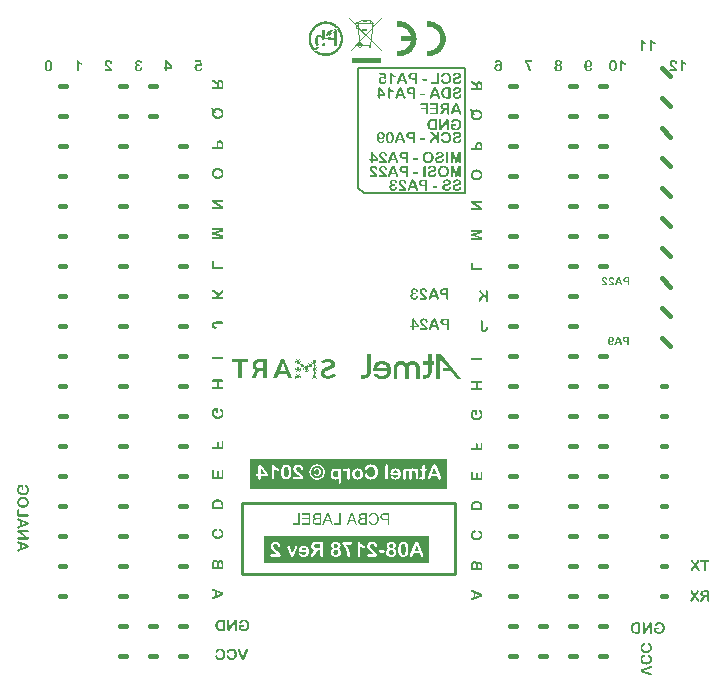
<source format=gbo>
%FSLAX43Y43*%
%MOMM*%
G71*
G01*
G75*
G04 Layer_Color=32896*
%ADD10C,0.175*%
%ADD11C,0.300*%
%ADD12C,0.175*%
%ADD13C,0.300*%
%ADD14C,0.180*%
%ADD15C,0.220*%
%ADD16C,0.200*%
%ADD17R,1.000X0.950*%
%ADD18C,0.400*%
%ADD19R,0.400X1.350*%
%ADD20R,1.000X2.250*%
%ADD21R,1.150X1.400*%
%ADD22R,0.300X0.850*%
%ADD23R,0.850X0.300*%
%ADD24R,5.200X5.200*%
%ADD25R,2.600X2.600*%
%ADD26R,0.230X0.480*%
%ADD27R,0.480X0.230*%
%ADD28R,1.050X0.650*%
%ADD29R,1.300X0.600*%
%ADD30R,1.200X1.200*%
%ADD31R,1.200X1.350*%
%ADD32R,0.800X0.650*%
%ADD33R,0.500X0.600*%
%ADD34R,0.950X1.000*%
%ADD35R,0.600X0.900*%
%ADD36R,0.900X0.600*%
%ADD37R,0.650X0.800*%
%ADD38C,0.150*%
%ADD39C,0.500*%
%ADD40R,0.900X0.300*%
%ADD41R,1.800X1.900*%
G04:AMPARAMS|DCode=42|XSize=1.05mm|YSize=1.25mm|CornerRadius=0.525mm|HoleSize=0mm|Usage=FLASHONLY|Rotation=180.000|XOffset=0mm|YOffset=0mm|HoleType=Round|Shape=RoundedRectangle|*
%AMROUNDEDRECTD42*
21,1,1.050,0.200,0,0,180.0*
21,1,0.000,1.250,0,0,180.0*
1,1,1.050,0.000,0.100*
1,1,1.050,0.000,0.100*
1,1,1.050,0.000,-0.100*
1,1,1.050,0.000,-0.100*
%
%ADD42ROUNDEDRECTD42*%
G04:AMPARAMS|DCode=43|XSize=2.1mm|YSize=1.9mm|CornerRadius=0.494mm|HoleSize=0mm|Usage=FLASHONLY|Rotation=180.000|XOffset=0mm|YOffset=0mm|HoleType=Round|Shape=RoundedRectangle|*
%AMROUNDEDRECTD43*
21,1,2.100,0.912,0,0,180.0*
21,1,1.112,1.900,0,0,180.0*
1,1,0.988,-0.556,0.456*
1,1,0.988,0.556,0.456*
1,1,0.988,0.556,-0.456*
1,1,0.988,-0.556,-0.456*
%
%ADD43ROUNDEDRECTD43*%
%ADD44R,1.700X1.700*%
%ADD45C,1.700*%
%ADD46R,1.700X1.700*%
%ADD47O,0.800X1.100*%
%ADD48O,1.100X0.800*%
%ADD49C,1.524*%
%ADD50C,3.600*%
%ADD51C,0.550*%
%ADD52C,0.800*%
%ADD53C,1.016*%
%ADD54C,0.100*%
%ADD55R,12.000X12.000*%
%ADD56O,1.250X1.450*%
%ADD57O,1.425X2.100*%
%ADD58C,1.600*%
%ADD59C,1.250*%
G04:AMPARAMS|DCode=60|XSize=2.174mm|YSize=2.174mm|CornerRadius=0mm|HoleSize=0mm|Usage=FLASHONLY|Rotation=0.000|XOffset=0mm|YOffset=0mm|HoleType=Round|Shape=Relief|Width=0.254mm|Gap=0.254mm|Entries=4|*
%AMTHD60*
7,0,0,2.174,1.666,0.254,45*
%
%ADD60THD60*%
G04:AMPARAMS|DCode=61|XSize=2.524mm|YSize=2.524mm|CornerRadius=0mm|HoleSize=0mm|Usage=FLASHONLY|Rotation=0.000|XOffset=0mm|YOffset=0mm|HoleType=Round|Shape=Relief|Width=0.254mm|Gap=0.254mm|Entries=4|*
%AMTHD61*
7,0,0,2.524,2.016,0.254,45*
%
%ADD61THD61*%
%ADD62C,3.300*%
%ADD63C,0.850*%
%ADD64C,1.000*%
%ADD65C,0.254*%
%ADD66C,0.250*%
%ADD67C,1.420*%
%ADD68C,0.100*%
%ADD69C,0.050*%
%ADD70C,0.400*%
%ADD71R,3.248X0.599*%
%ADD72R,2.100X2.100*%
%ADD73O,0.750X1.100*%
%ADD74C,0.600*%
%ADD75O,1.100X0.750*%
%ADD76R,1.300X1.400*%
%ADD77R,0.900X0.510*%
%ADD78R,1.100X1.050*%
%ADD79R,0.500X1.450*%
%ADD80R,1.100X2.350*%
%ADD81R,1.250X1.500*%
%ADD82R,0.400X0.950*%
%ADD83R,0.950X0.400*%
%ADD84R,5.300X5.300*%
%ADD85R,2.700X2.700*%
%ADD86R,0.330X0.580*%
%ADD87R,0.580X0.330*%
%ADD88R,1.150X0.750*%
%ADD89R,1.400X0.700*%
%ADD90R,1.300X1.300*%
%ADD91R,1.300X1.450*%
%ADD92R,0.900X0.750*%
%ADD93R,0.600X0.700*%
%ADD94R,1.050X1.100*%
%ADD95R,0.700X1.000*%
%ADD96R,1.000X0.700*%
%ADD97R,0.750X0.900*%
%ADD98R,1.900X2.000*%
G04:AMPARAMS|DCode=99|XSize=1.15mm|YSize=1.35mm|CornerRadius=0.575mm|HoleSize=0mm|Usage=FLASHONLY|Rotation=180.000|XOffset=0mm|YOffset=0mm|HoleType=Round|Shape=RoundedRectangle|*
%AMROUNDEDRECTD99*
21,1,1.150,0.200,0,0,180.0*
21,1,0.000,1.350,0,0,180.0*
1,1,1.150,0.000,0.100*
1,1,1.150,0.000,0.100*
1,1,1.150,0.000,-0.100*
1,1,1.150,0.000,-0.100*
%
%ADD99ROUNDEDRECTD99*%
G04:AMPARAMS|DCode=100|XSize=2.2mm|YSize=2mm|CornerRadius=0.544mm|HoleSize=0mm|Usage=FLASHONLY|Rotation=180.000|XOffset=0mm|YOffset=0mm|HoleType=Round|Shape=RoundedRectangle|*
%AMROUNDEDRECTD100*
21,1,2.200,0.912,0,0,180.0*
21,1,1.112,2.000,0,0,180.0*
1,1,1.088,-0.556,0.456*
1,1,1.088,0.556,0.456*
1,1,1.088,0.556,-0.456*
1,1,1.088,-0.556,-0.456*
%
%ADD100ROUNDEDRECTD100*%
%ADD101R,1.800X1.800*%
%ADD102C,1.800*%
%ADD103R,1.800X1.800*%
%ADD104O,0.900X1.200*%
%ADD105O,1.200X0.900*%
%ADD106C,1.624*%
%ADD107C,3.700*%
%ADD108C,0.650*%
%ADD109C,0.900*%
G36*
X36465Y33657D02*
X36476Y33656D01*
X36486Y33653D01*
X36493Y33650D01*
X36500Y33647D01*
X36503Y33646D01*
X36504Y33645D01*
X36522Y33632D01*
X36536Y33619D01*
X36541Y33614D01*
X36545Y33609D01*
X36546Y33606D01*
X36548Y33605D01*
X36559Y33585D01*
X36569Y33566D01*
X36573Y33556D01*
X36576Y33550D01*
X36577Y33544D01*
X36579Y33543D01*
X36589Y33518D01*
X36593Y33508D01*
X36596Y33498D01*
X36598Y33491D01*
X36601Y33485D01*
X36603Y33482D01*
Y33481D01*
X36844Y32869D01*
X36848Y32857D01*
X36854Y32845D01*
X36856Y32835D01*
X36859Y32827D01*
X36862Y32820D01*
X36864Y32816D01*
X36865Y32813D01*
Y32811D01*
X36868Y32797D01*
X36869Y32785D01*
X36871Y32775D01*
Y32773D01*
Y32772D01*
X36869Y32761D01*
X36866Y32749D01*
X36862Y32740D01*
X36856Y32730D01*
X36852Y32723D01*
X36848Y32717D01*
X36845Y32714D01*
X36844Y32713D01*
X36833Y32704D01*
X36821Y32699D01*
X36811Y32693D01*
X36801Y32690D01*
X36793Y32689D01*
X36786Y32687D01*
X36780D01*
X36766Y32689D01*
X36754Y32692D01*
X36742Y32694D01*
X36734Y32700D01*
X36728Y32704D01*
X36723Y32707D01*
X36721Y32710D01*
X36720Y32711D01*
X36713Y32723D01*
X36704Y32737D01*
X36697Y32752D01*
X36690Y32769D01*
X36683Y32783D01*
X36679Y32796D01*
X36676Y32804D01*
X36675Y32806D01*
Y32807D01*
X36630Y32928D01*
X36246D01*
X36201Y32810D01*
X36194Y32793D01*
X36187Y32776D01*
X36184Y32769D01*
X36181Y32763D01*
X36180Y32761D01*
Y32759D01*
X36171Y32741D01*
X36163Y32728D01*
X36157Y32720D01*
X36156Y32717D01*
X36147Y32707D01*
X36138Y32701D01*
X36132Y32697D01*
X36129Y32696D01*
X36116Y32692D01*
X36104Y32689D01*
X36099Y32687D01*
X36091D01*
X36077Y32689D01*
X36064Y32692D01*
X36053Y32696D01*
X36043Y32701D01*
X36035Y32706D01*
X36029Y32710D01*
X36026Y32713D01*
X36025Y32714D01*
X36015Y32724D01*
X36008Y32735D01*
X36004Y32745D01*
X35999Y32754D01*
X35998Y32762D01*
X35997Y32768D01*
Y32772D01*
Y32773D01*
X35998Y32787D01*
X36001Y32803D01*
X36006Y32820D01*
X36011Y32837D01*
X36016Y32851D01*
X36022Y32864D01*
X36025Y32872D01*
X36026Y32873D01*
Y32875D01*
X36273Y33481D01*
X36278Y33498D01*
X36284Y33512D01*
X36290Y33525D01*
X36293Y33535D01*
X36297Y33543D01*
X36300Y33550D01*
X36301Y33553D01*
Y33554D01*
X36310Y33574D01*
X36319Y33590D01*
X36324Y33597D01*
X36326Y33601D01*
X36328Y33604D01*
X36329Y33605D01*
X36342Y33622D01*
X36356Y33633D01*
X36362Y33639D01*
X36367Y33642D01*
X36370Y33645D01*
X36372D01*
X36381Y33650D01*
X36393Y33653D01*
X36415Y33659D01*
X36424D01*
X36431Y33660D01*
X36452D01*
X36465Y33657D01*
D02*
G37*
G36*
X37582Y33643D02*
X37601Y33640D01*
X37616Y33636D01*
X37629Y33630D01*
X37639Y33625D01*
X37646Y33621D01*
X37650Y33618D01*
X37652Y33616D01*
X37661Y33605D01*
X37668Y33591D01*
X37673Y33577D01*
X37675Y33561D01*
X37678Y33549D01*
X37680Y33537D01*
Y33530D01*
Y33529D01*
Y33528D01*
Y32802D01*
X37678Y32782D01*
X37675Y32765D01*
X37671Y32749D01*
X37667Y32738D01*
X37663Y32728D01*
X37659Y32721D01*
X37656Y32717D01*
X37654Y32716D01*
X37643Y32706D01*
X37632Y32699D01*
X37621Y32694D01*
X37609Y32692D01*
X37599Y32689D01*
X37592Y32687D01*
X37585D01*
X37571Y32689D01*
X37557Y32692D01*
X37546Y32696D01*
X37536Y32701D01*
X37529Y32707D01*
X37522Y32711D01*
X37519Y32714D01*
X37518Y32716D01*
X37508Y32728D01*
X37501Y32742D01*
X37496Y32756D01*
X37492Y32771D01*
X37491Y32783D01*
X37489Y32793D01*
Y32800D01*
Y32803D01*
Y33069D01*
X37316D01*
X37284Y33071D01*
X37254Y33072D01*
X37226Y33076D01*
X37200Y33081D01*
X37176Y33086D01*
X37155Y33092D01*
X37136Y33099D01*
X37117Y33106D01*
X37102Y33113D01*
X37088Y33120D01*
X37076Y33126D01*
X37068Y33131D01*
X37061Y33136D01*
X37055Y33140D01*
X37052Y33141D01*
X37051Y33143D01*
X37035Y33158D01*
X37021Y33174D01*
X37010Y33191D01*
X37000Y33209D01*
X36990Y33226D01*
X36983Y33244D01*
X36973Y33279D01*
X36969Y33296D01*
X36966Y33312D01*
X36965Y33326D01*
X36964Y33337D01*
X36962Y33347D01*
Y33356D01*
Y33360D01*
Y33361D01*
X36964Y33387D01*
X36965Y33409D01*
X36969Y33429D01*
X36973Y33447D01*
X36978Y33461D01*
X36981Y33473D01*
X36983Y33480D01*
X36985Y33482D01*
X36993Y33502D01*
X37003Y33519D01*
X37014Y33535D01*
X37024Y33547D01*
X37034Y33559D01*
X37041Y33566D01*
X37047Y33571D01*
X37048Y33573D01*
X37065Y33585D01*
X37082Y33598D01*
X37099Y33606D01*
X37114Y33615D01*
X37127Y33621D01*
X37138Y33625D01*
X37145Y33626D01*
X37148Y33628D01*
X37172Y33633D01*
X37199Y33638D01*
X37226Y33640D01*
X37253Y33643D01*
X37277D01*
X37288Y33645D01*
X37560D01*
X37582Y33643D01*
D02*
G37*
G36*
X35630Y31097D02*
X35657Y31094D01*
X35681Y31090D01*
X35702Y31085D01*
X35719Y31081D01*
X35732Y31077D01*
X35740Y31074D01*
X35741Y31073D01*
X35743D01*
X35764Y31063D01*
X35784Y31053D01*
X35801Y31042D01*
X35816Y31032D01*
X35827Y31023D01*
X35836Y31016D01*
X35842Y31011D01*
X35843Y31009D01*
X35857Y30995D01*
X35868Y30980D01*
X35880Y30966D01*
X35887Y30952D01*
X35894Y30940D01*
X35898Y30932D01*
X35901Y30926D01*
X35902Y30923D01*
X35909Y30905D01*
X35913Y30888D01*
X35918Y30873D01*
X35919Y30858D01*
X35920Y30847D01*
X35922Y30839D01*
Y30832D01*
Y30830D01*
X35920Y30818D01*
X35919Y30806D01*
X35915Y30796D01*
X35911Y30788D01*
X35908Y30781D01*
X35904Y30777D01*
X35902Y30774D01*
X35901Y30772D01*
X35892Y30765D01*
X35884Y30760D01*
X35874Y30757D01*
X35866Y30754D01*
X35858Y30753D01*
X35853Y30751D01*
X35847D01*
X35834Y30753D01*
X35823Y30756D01*
X35813Y30758D01*
X35806Y30763D01*
X35799Y30767D01*
X35795Y30771D01*
X35794Y30772D01*
X35792Y30774D01*
X35785Y30784D01*
X35778Y30795D01*
X35768Y30816D01*
X35764Y30826D01*
X35761Y30833D01*
X35758Y30839D01*
Y30840D01*
X35753Y30856D01*
X35749Y30867D01*
X35744Y30877D01*
X35741Y30884D01*
X35739Y30888D01*
X35737Y30891D01*
X35736Y30894D01*
X35726Y30906D01*
X35716Y30919D01*
X35706Y30929D01*
X35695Y30937D01*
X35672Y30950D01*
X35651Y30959D01*
X35633Y30964D01*
X35617Y30967D01*
X35612Y30968D01*
X35603D01*
X35589Y30967D01*
X35575Y30966D01*
X35562Y30963D01*
X35551Y30960D01*
X35543Y30956D01*
X35536Y30953D01*
X35531Y30952D01*
X35530Y30950D01*
X35517Y30943D01*
X35507Y30935D01*
X35498Y30926D01*
X35491Y30918D01*
X35485Y30911D01*
X35481Y30905D01*
X35478Y30901D01*
X35476Y30899D01*
X35469Y30887D01*
X35465Y30874D01*
X35461Y30861D01*
X35460Y30850D01*
X35458Y30840D01*
X35457Y30833D01*
Y30827D01*
Y30826D01*
X35458Y30812D01*
X35460Y30798D01*
X35462Y30785D01*
X35465Y30772D01*
X35469Y30763D01*
X35472Y30756D01*
X35474Y30750D01*
X35475Y30749D01*
X35482Y30734D01*
X35491Y30720D01*
X35500Y30706D01*
X35509Y30695D01*
X35516Y30685D01*
X35523Y30678D01*
X35527Y30672D01*
X35529Y30671D01*
X35543Y30657D01*
X35557Y30643D01*
X35572Y30630D01*
X35585Y30619D01*
X35598Y30610D01*
X35608Y30603D01*
X35613Y30598D01*
X35616Y30596D01*
X35629Y30586D01*
X35644Y30574D01*
X35660Y30560D01*
X35677Y30546D01*
X35691Y30533D01*
X35703Y30522D01*
X35712Y30515D01*
X35713Y30513D01*
X35715Y30512D01*
X35741Y30488D01*
X35768Y30462D01*
X35794Y30437D01*
X35818Y30413D01*
X35839Y30392D01*
X35847Y30383D01*
X35856Y30376D01*
X35861Y30369D01*
X35866Y30365D01*
X35868Y30362D01*
X35870Y30361D01*
X35877Y30352D01*
X35884Y30343D01*
X35897Y30323D01*
X35901Y30313D01*
X35905Y30307D01*
X35906Y30302D01*
X35908Y30300D01*
X35913Y30286D01*
X35918Y30275D01*
X35920Y30265D01*
X35922Y30255D01*
X35923Y30249D01*
X35925Y30244D01*
Y30241D01*
Y30240D01*
X35923Y30227D01*
X35920Y30214D01*
X35916Y30203D01*
X35911Y30195D01*
X35906Y30186D01*
X35902Y30180D01*
X35899Y30178D01*
X35898Y30176D01*
X35887Y30168D01*
X35874Y30162D01*
X35861Y30156D01*
X35849Y30154D01*
X35839Y30152D01*
X35830Y30151D01*
X35350D01*
X35334Y30152D01*
X35321Y30154D01*
X35312Y30158D01*
X35302Y30162D01*
X35295Y30165D01*
X35290Y30169D01*
X35288Y30171D01*
X35286Y30172D01*
X35279Y30180D01*
X35273Y30189D01*
X35271Y30199D01*
X35268Y30207D01*
X35266Y30214D01*
X35265Y30220D01*
Y30224D01*
Y30226D01*
X35266Y30238D01*
X35269Y30248D01*
X35273Y30258D01*
X35278Y30266D01*
X35283Y30272D01*
X35288Y30276D01*
X35290Y30279D01*
X35292Y30281D01*
X35302Y30288D01*
X35314Y30293D01*
X35327Y30296D01*
X35340Y30299D01*
X35351Y30300D01*
X35359Y30302D01*
X35703D01*
X35691Y30319D01*
X35681Y30331D01*
X35674Y30340D01*
X35671Y30341D01*
Y30343D01*
X35664Y30351D01*
X35655Y30361D01*
X35636Y30381D01*
X35615Y30400D01*
X35592Y30420D01*
X35572Y30438D01*
X35555Y30452D01*
X35548Y30458D01*
X35544Y30462D01*
X35541Y30464D01*
X35540Y30465D01*
X35506Y30493D01*
X35478Y30516D01*
X35454Y30537D01*
X35434Y30553D01*
X35420Y30565D01*
X35410Y30574D01*
X35403Y30579D01*
X35402Y30581D01*
X35386Y30596D01*
X35372Y30613D01*
X35358Y30630D01*
X35347Y30647D01*
X35335Y30661D01*
X35328Y30672D01*
X35323Y30681D01*
X35321Y30684D01*
X35307Y30709D01*
X35297Y30734D01*
X35290Y30758D01*
X35286Y30781D01*
X35282Y30801D01*
X35280Y30815D01*
Y30820D01*
Y30825D01*
Y30827D01*
Y30829D01*
X35282Y30847D01*
X35283Y30866D01*
X35286Y30882D01*
X35290Y30897D01*
X35295Y30909D01*
X35297Y30918D01*
X35299Y30925D01*
X35300Y30926D01*
X35307Y30943D01*
X35316Y30960D01*
X35326Y30974D01*
X35334Y30985D01*
X35341Y30995D01*
X35348Y31004D01*
X35352Y31008D01*
X35354Y31009D01*
X35366Y31022D01*
X35381Y31033D01*
X35393Y31043D01*
X35406Y31052D01*
X35417Y31059D01*
X35426Y31063D01*
X35431Y31066D01*
X35433Y31067D01*
X35460Y31077D01*
X35488Y31085D01*
X35516Y31091D01*
X35543Y31094D01*
X35565Y31097D01*
X35575D01*
X35584Y31098D01*
X35600D01*
X35630Y31097D01*
D02*
G37*
G36*
X17760Y8231D02*
X17775Y8228D01*
X17792Y8223D01*
X17809Y8219D01*
X17823Y8213D01*
X17836Y8207D01*
X17844Y8204D01*
X17846Y8203D01*
X17847D01*
X18453Y7956D01*
X18470Y7951D01*
X18484Y7945D01*
X18497Y7939D01*
X18507Y7937D01*
X18515Y7932D01*
X18522Y7930D01*
X18525Y7928D01*
X18526D01*
X18546Y7920D01*
X18562Y7910D01*
X18569Y7906D01*
X18573Y7903D01*
X18576Y7901D01*
X18577Y7900D01*
X18594Y7887D01*
X18605Y7873D01*
X18611Y7868D01*
X18614Y7862D01*
X18617Y7859D01*
Y7858D01*
X18622Y7848D01*
X18625Y7837D01*
X18631Y7814D01*
Y7806D01*
X18632Y7798D01*
Y7793D01*
Y7791D01*
Y7777D01*
X18629Y7765D01*
X18628Y7753D01*
X18625Y7743D01*
X18622Y7736D01*
X18619Y7729D01*
X18618Y7727D01*
X18617Y7725D01*
X18604Y7707D01*
X18591Y7693D01*
X18586Y7689D01*
X18581Y7684D01*
X18579Y7683D01*
X18577Y7681D01*
X18557Y7670D01*
X18538Y7660D01*
X18528Y7656D01*
X18522Y7653D01*
X18517Y7652D01*
X18515Y7650D01*
X18490Y7641D01*
X18480Y7636D01*
X18470Y7634D01*
X18463Y7631D01*
X18457Y7628D01*
X18455Y7626D01*
X18453D01*
X17841Y7385D01*
X17829Y7381D01*
X17817Y7376D01*
X17808Y7373D01*
X17799Y7370D01*
X17792Y7367D01*
X17788Y7366D01*
X17785Y7364D01*
X17784D01*
X17769Y7361D01*
X17757Y7360D01*
X17747Y7359D01*
X17744D01*
X17733Y7360D01*
X17722Y7363D01*
X17712Y7367D01*
X17702Y7373D01*
X17695Y7377D01*
X17689Y7381D01*
X17686Y7384D01*
X17685Y7385D01*
X17676Y7397D01*
X17671Y7408D01*
X17665Y7418D01*
X17662Y7428D01*
X17661Y7436D01*
X17659Y7443D01*
Y7447D01*
Y7449D01*
X17661Y7463D01*
X17664Y7476D01*
X17667Y7487D01*
X17672Y7495D01*
X17676Y7501D01*
X17679Y7507D01*
X17682Y7508D01*
X17683Y7509D01*
X17695Y7517D01*
X17709Y7525D01*
X17724Y7532D01*
X17741Y7539D01*
X17755Y7546D01*
X17768Y7550D01*
X17777Y7553D01*
X17778Y7555D01*
X17779D01*
X17901Y7600D01*
Y7983D01*
X17782Y8028D01*
X17765Y8035D01*
X17748Y8042D01*
X17741Y8045D01*
X17736Y8048D01*
X17733Y8049D01*
X17731D01*
X17713Y8058D01*
X17700Y8066D01*
X17692Y8072D01*
X17689Y8073D01*
X17679Y8082D01*
X17674Y8092D01*
X17669Y8097D01*
X17668Y8100D01*
X17664Y8113D01*
X17661Y8126D01*
X17659Y8130D01*
Y8134D01*
Y8137D01*
Y8138D01*
X17661Y8152D01*
X17664Y8165D01*
X17668Y8176D01*
X17674Y8186D01*
X17678Y8195D01*
X17682Y8200D01*
X17685Y8203D01*
X17686Y8204D01*
X17696Y8214D01*
X17707Y8221D01*
X17717Y8226D01*
X17726Y8230D01*
X17734Y8231D01*
X17740Y8233D01*
X17745D01*
X17760Y8231D01*
D02*
G37*
G36*
X56758Y52980D02*
X56785Y52977D01*
X56809Y52972D01*
X56830Y52968D01*
X56847Y52964D01*
X56859Y52960D01*
X56868Y52957D01*
X56869Y52956D01*
X56871D01*
X56892Y52946D01*
X56912Y52936D01*
X56928Y52925D01*
X56944Y52915D01*
X56955Y52906D01*
X56964Y52899D01*
X56969Y52894D01*
X56971Y52892D01*
X56985Y52878D01*
X56996Y52863D01*
X57007Y52848D01*
X57014Y52834D01*
X57021Y52823D01*
X57026Y52815D01*
X57029Y52809D01*
X57030Y52806D01*
X57037Y52788D01*
X57041Y52771D01*
X57045Y52755D01*
X57047Y52741D01*
X57048Y52730D01*
X57050Y52722D01*
Y52715D01*
Y52713D01*
X57048Y52700D01*
X57047Y52689D01*
X57043Y52679D01*
X57038Y52671D01*
X57036Y52664D01*
X57031Y52660D01*
X57030Y52657D01*
X57029Y52655D01*
X57020Y52648D01*
X57012Y52643D01*
X57002Y52640D01*
X56993Y52637D01*
X56986Y52636D01*
X56981Y52634D01*
X56975D01*
X56962Y52636D01*
X56951Y52638D01*
X56941Y52641D01*
X56934Y52645D01*
X56927Y52650D01*
X56923Y52654D01*
X56921Y52655D01*
X56920Y52657D01*
X56913Y52667D01*
X56906Y52678D01*
X56896Y52699D01*
X56892Y52709D01*
X56889Y52716D01*
X56886Y52722D01*
Y52723D01*
X56881Y52738D01*
X56876Y52750D01*
X56872Y52760D01*
X56869Y52767D01*
X56866Y52771D01*
X56865Y52774D01*
X56864Y52777D01*
X56854Y52789D01*
X56844Y52802D01*
X56834Y52812D01*
X56823Y52820D01*
X56800Y52833D01*
X56779Y52841D01*
X56761Y52847D01*
X56745Y52850D01*
X56740Y52851D01*
X56731D01*
X56717Y52850D01*
X56703Y52848D01*
X56690Y52846D01*
X56679Y52843D01*
X56670Y52839D01*
X56663Y52836D01*
X56659Y52834D01*
X56658Y52833D01*
X56645Y52826D01*
X56635Y52817D01*
X56625Y52809D01*
X56618Y52801D01*
X56613Y52793D01*
X56608Y52788D01*
X56606Y52784D01*
X56604Y52782D01*
X56597Y52770D01*
X56593Y52757D01*
X56589Y52744D01*
X56587Y52733D01*
X56586Y52723D01*
X56584Y52716D01*
Y52710D01*
Y52709D01*
X56586Y52695D01*
X56587Y52681D01*
X56590Y52668D01*
X56593Y52655D01*
X56597Y52645D01*
X56600Y52638D01*
X56601Y52633D01*
X56603Y52631D01*
X56610Y52617D01*
X56618Y52603D01*
X56628Y52589D01*
X56637Y52578D01*
X56644Y52568D01*
X56651Y52561D01*
X56655Y52555D01*
X56656Y52554D01*
X56670Y52540D01*
X56685Y52526D01*
X56700Y52513D01*
X56713Y52502D01*
X56725Y52493D01*
X56735Y52486D01*
X56741Y52481D01*
X56744Y52479D01*
X56756Y52469D01*
X56772Y52457D01*
X56787Y52442D01*
X56804Y52428D01*
X56818Y52416D01*
X56831Y52404D01*
X56840Y52397D01*
X56841Y52396D01*
X56842Y52395D01*
X56869Y52371D01*
X56896Y52345D01*
X56921Y52320D01*
X56945Y52296D01*
X56966Y52275D01*
X56975Y52266D01*
X56983Y52259D01*
X56989Y52252D01*
X56993Y52248D01*
X56996Y52245D01*
X56998Y52244D01*
X57005Y52235D01*
X57012Y52225D01*
X57024Y52206D01*
X57029Y52196D01*
X57033Y52190D01*
X57034Y52184D01*
X57036Y52183D01*
X57041Y52169D01*
X57045Y52158D01*
X57048Y52148D01*
X57050Y52138D01*
X57051Y52132D01*
X57052Y52127D01*
Y52124D01*
Y52122D01*
X57051Y52110D01*
X57048Y52097D01*
X57044Y52086D01*
X57038Y52077D01*
X57034Y52069D01*
X57030Y52063D01*
X57027Y52060D01*
X57026Y52059D01*
X57014Y52051D01*
X57002Y52045D01*
X56989Y52039D01*
X56976Y52036D01*
X56966Y52035D01*
X56958Y52034D01*
X56477D01*
X56462Y52035D01*
X56449Y52036D01*
X56439Y52041D01*
X56429Y52045D01*
X56422Y52048D01*
X56418Y52052D01*
X56415Y52053D01*
X56414Y52055D01*
X56407Y52063D01*
X56401Y52072D01*
X56398Y52082D01*
X56396Y52090D01*
X56394Y52097D01*
X56393Y52103D01*
Y52107D01*
Y52108D01*
X56394Y52121D01*
X56397Y52131D01*
X56401Y52141D01*
X56405Y52149D01*
X56411Y52155D01*
X56415Y52159D01*
X56418Y52162D01*
X56420Y52163D01*
X56429Y52170D01*
X56442Y52176D01*
X56455Y52179D01*
X56467Y52182D01*
X56479Y52183D01*
X56487Y52184D01*
X56831D01*
X56818Y52201D01*
X56809Y52214D01*
X56802Y52223D01*
X56799Y52224D01*
Y52225D01*
X56792Y52234D01*
X56783Y52244D01*
X56764Y52263D01*
X56742Y52283D01*
X56720Y52303D01*
X56700Y52321D01*
X56683Y52335D01*
X56676Y52341D01*
X56672Y52345D01*
X56669Y52347D01*
X56668Y52348D01*
X56634Y52376D01*
X56606Y52399D01*
X56582Y52420D01*
X56562Y52435D01*
X56548Y52448D01*
X56538Y52457D01*
X56531Y52462D01*
X56529Y52464D01*
X56514Y52479D01*
X56500Y52496D01*
X56486Y52513D01*
X56475Y52530D01*
X56463Y52544D01*
X56456Y52555D01*
X56451Y52564D01*
X56449Y52567D01*
X56435Y52592D01*
X56425Y52617D01*
X56418Y52641D01*
X56414Y52664D01*
X56410Y52684D01*
X56408Y52698D01*
Y52703D01*
Y52707D01*
Y52710D01*
Y52712D01*
X56410Y52730D01*
X56411Y52748D01*
X56414Y52765D01*
X56418Y52779D01*
X56422Y52792D01*
X56425Y52801D01*
X56427Y52808D01*
X56428Y52809D01*
X56435Y52826D01*
X56443Y52843D01*
X56453Y52857D01*
X56462Y52868D01*
X56469Y52878D01*
X56476Y52887D01*
X56480Y52891D01*
X56482Y52892D01*
X56494Y52905D01*
X56508Y52916D01*
X56521Y52926D01*
X56534Y52934D01*
X56545Y52941D01*
X56553Y52946D01*
X56559Y52949D01*
X56561Y52950D01*
X56587Y52960D01*
X56615Y52968D01*
X56644Y52974D01*
X56670Y52977D01*
X56693Y52980D01*
X56703D01*
X56711Y52981D01*
X56728D01*
X56758Y52980D01*
D02*
G37*
G36*
X57456D02*
X57463Y52977D01*
X57468Y52975D01*
X57475Y52970D01*
X57478Y52968D01*
X57484Y52963D01*
X57491Y52954D01*
X57498Y52944D01*
X57506Y52933D01*
X57513Y52923D01*
X57521Y52915D01*
X57525Y52909D01*
X57526Y52906D01*
X57540Y52888D01*
X57554Y52871D01*
X57567Y52855D01*
X57580Y52843D01*
X57591Y52832D01*
X57599Y52823D01*
X57606Y52817D01*
X57608Y52816D01*
X57626Y52802D01*
X57647Y52788D01*
X57667Y52775D01*
X57687Y52764D01*
X57705Y52754D01*
X57719Y52747D01*
X57725Y52744D01*
X57729Y52741D01*
X57731Y52740D01*
X57732D01*
X57750Y52731D01*
X57766Y52723D01*
X57778Y52716D01*
X57788Y52710D01*
X57795Y52705D01*
X57801Y52702D01*
X57804Y52700D01*
X57805Y52699D01*
X57812Y52692D01*
X57817Y52685D01*
X57822Y52669D01*
X57824Y52662D01*
X57825Y52657D01*
Y52653D01*
Y52651D01*
X57824Y52641D01*
X57822Y52631D01*
X57814Y52616D01*
X57811Y52610D01*
X57807Y52606D01*
X57805Y52603D01*
X57804Y52602D01*
X57795Y52595D01*
X57787Y52589D01*
X57780Y52586D01*
X57771Y52583D01*
X57766Y52582D01*
X57760Y52581D01*
X57756D01*
X57745Y52582D01*
X57731Y52586D01*
X57715Y52592D01*
X57698Y52600D01*
X57680Y52610D01*
X57661Y52620D01*
X57625Y52644D01*
X57606Y52655D01*
X57591Y52667D01*
X57575Y52676D01*
X57563Y52686D01*
X57552Y52695D01*
X57543Y52700D01*
X57537Y52705D01*
X57536Y52706D01*
Y52121D01*
X57535Y52103D01*
X57532Y52087D01*
X57529Y52075D01*
X57525Y52063D01*
X57521Y52055D01*
X57516Y52049D01*
X57515Y52045D01*
X57513Y52044D01*
X57504Y52035D01*
X57494Y52029D01*
X57482Y52024D01*
X57473Y52021D01*
X57464Y52020D01*
X57457Y52018D01*
X57450D01*
X57435Y52020D01*
X57420Y52024D01*
X57409Y52029D01*
X57399Y52038D01*
X57389Y52048D01*
X57382Y52059D01*
X57372Y52083D01*
X57365Y52106D01*
X57364Y52117D01*
X57363Y52127D01*
X57361Y52135D01*
Y52141D01*
Y52145D01*
Y52146D01*
Y52881D01*
X57363Y52898D01*
X57364Y52912D01*
X57368Y52925D01*
X57371Y52934D01*
X57375Y52943D01*
X57380Y52950D01*
X57381Y52953D01*
X57382Y52954D01*
X57391Y52963D01*
X57399Y52970D01*
X57409Y52974D01*
X57418Y52978D01*
X57426Y52980D01*
X57432Y52981D01*
X57447D01*
X57456Y52980D01*
D02*
G37*
G36*
X52122Y34598D02*
X52130Y34597D01*
X52137Y34595D01*
X52142Y34593D01*
X52147Y34591D01*
X52150Y34590D01*
X52151Y34589D01*
X52164Y34580D01*
X52174Y34571D01*
X52177Y34567D01*
X52180Y34564D01*
X52181Y34562D01*
X52182Y34561D01*
X52190Y34546D01*
X52197Y34532D01*
X52200Y34525D01*
X52202Y34521D01*
X52203Y34517D01*
X52205Y34516D01*
X52212Y34497D01*
X52215Y34490D01*
X52217Y34483D01*
X52219Y34478D01*
X52221Y34474D01*
X52222Y34472D01*
Y34471D01*
X52396Y34029D01*
X52399Y34020D01*
X52403Y34012D01*
X52405Y34004D01*
X52407Y33998D01*
X52409Y33993D01*
X52410Y33990D01*
X52411Y33988D01*
Y33987D01*
X52413Y33977D01*
X52414Y33968D01*
X52415Y33961D01*
Y33960D01*
Y33959D01*
X52414Y33950D01*
X52412Y33942D01*
X52409Y33935D01*
X52405Y33928D01*
X52402Y33923D01*
X52399Y33919D01*
X52397Y33917D01*
X52396Y33916D01*
X52388Y33910D01*
X52380Y33906D01*
X52373Y33902D01*
X52365Y33899D01*
X52359Y33898D01*
X52354Y33897D01*
X52350D01*
X52340Y33898D01*
X52331Y33900D01*
X52323Y33903D01*
X52317Y33907D01*
X52312Y33910D01*
X52308Y33912D01*
X52307Y33914D01*
X52306Y33915D01*
X52301Y33923D01*
X52295Y33933D01*
X52290Y33944D01*
X52285Y33957D01*
X52280Y33967D01*
X52277Y33976D01*
X52275Y33982D01*
X52274Y33983D01*
Y33984D01*
X52241Y34072D01*
X51964D01*
X51932Y33986D01*
X51926Y33974D01*
X51921Y33962D01*
X51919Y33957D01*
X51917Y33952D01*
X51916Y33950D01*
Y33949D01*
X51910Y33936D01*
X51904Y33927D01*
X51900Y33921D01*
X51899Y33919D01*
X51893Y33912D01*
X51886Y33908D01*
X51882Y33905D01*
X51880Y33904D01*
X51870Y33900D01*
X51861Y33898D01*
X51858Y33897D01*
X51852D01*
X51842Y33898D01*
X51833Y33900D01*
X51825Y33904D01*
X51817Y33908D01*
X51811Y33911D01*
X51807Y33914D01*
X51805Y33916D01*
X51804Y33917D01*
X51797Y33924D01*
X51792Y33932D01*
X51789Y33939D01*
X51786Y33945D01*
X51785Y33951D01*
X51784Y33955D01*
Y33959D01*
Y33960D01*
X51785Y33970D01*
X51787Y33981D01*
X51791Y33993D01*
X51794Y34005D01*
X51798Y34016D01*
X51802Y34025D01*
X51804Y34031D01*
X51805Y34032D01*
Y34033D01*
X51984Y34471D01*
X51988Y34483D01*
X51992Y34493D01*
X51996Y34502D01*
X51998Y34510D01*
X52001Y34516D01*
X52003Y34521D01*
X52004Y34523D01*
Y34524D01*
X52010Y34538D01*
X52017Y34549D01*
X52020Y34554D01*
X52022Y34557D01*
X52023Y34559D01*
X52024Y34561D01*
X52033Y34573D01*
X52044Y34581D01*
X52048Y34585D01*
X52052Y34587D01*
X52054Y34589D01*
X52055D01*
X52062Y34593D01*
X52070Y34595D01*
X52086Y34599D01*
X52092D01*
X52098Y34600D01*
X52113D01*
X52122Y34598D01*
D02*
G37*
G36*
X52930Y34588D02*
X52943Y34586D01*
X52954Y34583D01*
X52963Y34579D01*
X52970Y34575D01*
X52976Y34572D01*
X52979Y34570D01*
X52980Y34569D01*
X52987Y34561D01*
X52992Y34550D01*
X52995Y34540D01*
X52997Y34529D01*
X52999Y34520D01*
X53000Y34512D01*
Y34507D01*
Y34506D01*
Y34504D01*
Y33980D01*
X52999Y33966D01*
X52997Y33953D01*
X52994Y33942D01*
X52991Y33934D01*
X52988Y33927D01*
X52985Y33922D01*
X52983Y33919D01*
X52982Y33918D01*
X52974Y33911D01*
X52965Y33906D01*
X52957Y33903D01*
X52949Y33900D01*
X52942Y33898D01*
X52937Y33897D01*
X52932D01*
X52922Y33898D01*
X52911Y33900D01*
X52903Y33904D01*
X52896Y33908D01*
X52891Y33912D01*
X52886Y33915D01*
X52884Y33917D01*
X52883Y33918D01*
X52876Y33927D01*
X52871Y33937D01*
X52868Y33947D01*
X52865Y33958D01*
X52864Y33967D01*
X52862Y33974D01*
Y33979D01*
Y33981D01*
Y34173D01*
X52737D01*
X52714Y34174D01*
X52692Y34175D01*
X52672Y34179D01*
X52654Y34182D01*
X52636Y34186D01*
X52621Y34190D01*
X52607Y34195D01*
X52594Y34200D01*
X52582Y34205D01*
X52572Y34210D01*
X52564Y34214D01*
X52558Y34218D01*
X52553Y34221D01*
X52549Y34224D01*
X52547Y34225D01*
X52546Y34226D01*
X52535Y34238D01*
X52524Y34249D01*
X52516Y34261D01*
X52509Y34274D01*
X52502Y34287D01*
X52497Y34300D01*
X52490Y34325D01*
X52487Y34337D01*
X52485Y34349D01*
X52484Y34359D01*
X52483Y34367D01*
X52482Y34374D01*
Y34380D01*
Y34383D01*
Y34384D01*
X52483Y34403D01*
X52484Y34419D01*
X52487Y34433D01*
X52490Y34446D01*
X52493Y34457D01*
X52495Y34465D01*
X52497Y34470D01*
X52498Y34472D01*
X52504Y34486D01*
X52511Y34498D01*
X52519Y34510D01*
X52526Y34519D01*
X52534Y34527D01*
X52539Y34532D01*
X52543Y34536D01*
X52544Y34537D01*
X52556Y34546D01*
X52568Y34555D01*
X52580Y34562D01*
X52592Y34568D01*
X52601Y34572D01*
X52609Y34575D01*
X52614Y34576D01*
X52616Y34577D01*
X52633Y34581D01*
X52653Y34584D01*
X52672Y34586D01*
X52691Y34588D01*
X52709D01*
X52717Y34589D01*
X52913D01*
X52930Y34588D01*
D02*
G37*
G36*
X34808Y33647D02*
X34832Y33646D01*
X34853Y33642D01*
X34873Y33639D01*
X34889Y33635D01*
X34901Y33630D01*
X34908Y33629D01*
X34911Y33628D01*
X34932Y33619D01*
X34951Y33611D01*
X34967Y33602D01*
X34982Y33594D01*
X34993Y33585D01*
X35001Y33580D01*
X35007Y33575D01*
X35008Y33574D01*
X35022Y33561D01*
X35034Y33549D01*
X35044Y33537D01*
X35052Y33526D01*
X35059Y33518D01*
X35063Y33509D01*
X35066Y33505D01*
X35068Y33504D01*
X35075Y33489D01*
X35079Y33477D01*
X35083Y33466D01*
X35084Y33454D01*
X35086Y33446D01*
X35087Y33439D01*
Y33435D01*
Y33433D01*
X35086Y33420D01*
X35084Y33411D01*
X35080Y33401D01*
X35076Y33394D01*
X35073Y33387D01*
X35069Y33382D01*
X35068Y33380D01*
X35066Y33378D01*
X35058Y33371D01*
X35049Y33365D01*
X35041Y33363D01*
X35034Y33360D01*
X35028Y33358D01*
X35022Y33357D01*
X35018D01*
X35003Y33358D01*
X34990Y33361D01*
X34983Y33363D01*
X34980Y33364D01*
X34969Y33371D01*
X34962Y33378D01*
X34958Y33384D01*
X34956Y33387D01*
X34948Y33405D01*
X34939Y33422D01*
X34936Y33429D01*
X34934Y33435D01*
X34932Y33437D01*
Y33439D01*
X34922Y33458D01*
X34914Y33473D01*
X34911Y33478D01*
X34908Y33482D01*
X34905Y33484D01*
Y33485D01*
X34893Y33498D01*
X34879Y33506D01*
X34873Y33511D01*
X34869Y33513D01*
X34866Y33515D01*
X34865D01*
X34843Y33522D01*
X34822Y33525D01*
X34814Y33526D01*
X34800D01*
X34779Y33525D01*
X34762Y33521D01*
X34745Y33515D01*
X34732Y33508D01*
X34722Y33501D01*
X34714Y33495D01*
X34709Y33491D01*
X34708Y33489D01*
X34697Y33475D01*
X34688Y33461D01*
X34683Y33447D01*
X34678Y33435D01*
X34676Y33422D01*
X34674Y33413D01*
Y33408D01*
Y33405D01*
X34676Y33382D01*
X34681Y33363D01*
X34687Y33344D01*
X34695Y33330D01*
X34702Y33319D01*
X34709Y33312D01*
X34715Y33306D01*
X34717Y33305D01*
X34733Y33294D01*
X34750Y33285D01*
X34767Y33279D01*
X34783Y33275D01*
X34797Y33272D01*
X34808Y33271D01*
X34845D01*
X34860Y33270D01*
X34874Y33268D01*
X34887Y33265D01*
X34896Y33261D01*
X34904Y33257D01*
X34910Y33254D01*
X34912Y33253D01*
X34914Y33251D01*
X34921Y33244D01*
X34927Y33236D01*
X34931Y33227D01*
X34934Y33220D01*
X34935Y33213D01*
X34936Y33208D01*
Y33203D01*
Y33202D01*
X34935Y33191D01*
X34934Y33181D01*
X34931Y33172D01*
X34927Y33165D01*
X34924Y33160D01*
X34921Y33155D01*
X34920Y33154D01*
X34918Y33153D01*
X34910Y33147D01*
X34901Y33143D01*
X34883Y33138D01*
X34876Y33137D01*
X34869Y33136D01*
X34855D01*
X34842Y33137D01*
X34836D01*
X34832Y33138D01*
X34828D01*
X34811Y33140D01*
X34798Y33141D01*
X34788D01*
X34763Y33140D01*
X34739Y33134D01*
X34719Y33127D01*
X34704Y33120D01*
X34691Y33112D01*
X34681Y33105D01*
X34676Y33099D01*
X34674Y33098D01*
X34660Y33081D01*
X34650Y33061D01*
X34642Y33041D01*
X34638Y33023D01*
X34635Y33006D01*
X34632Y32992D01*
Y32986D01*
Y32982D01*
Y32981D01*
Y32979D01*
X34633Y32961D01*
X34636Y32944D01*
X34640Y32928D01*
X34645Y32916D01*
X34649Y32904D01*
X34653Y32896D01*
X34656Y32890D01*
X34657Y32889D01*
X34667Y32876D01*
X34677Y32864D01*
X34687Y32854D01*
X34697Y32845D01*
X34705Y32840D01*
X34712Y32835D01*
X34717Y32833D01*
X34718Y32831D01*
X34732Y32826D01*
X34745Y32821D01*
X34757Y32817D01*
X34770Y32816D01*
X34780Y32814D01*
X34787Y32813D01*
X34794D01*
X34818Y32814D01*
X34841Y32820D01*
X34859Y32827D01*
X34874Y32834D01*
X34887Y32842D01*
X34896Y32848D01*
X34901Y32854D01*
X34903Y32855D01*
X34917Y32873D01*
X34929Y32895D01*
X34942Y32917D01*
X34952Y32938D01*
X34960Y32958D01*
X34967Y32975D01*
X34970Y32981D01*
X34972Y32985D01*
X34973Y32988D01*
Y32989D01*
X34979Y32999D01*
X34986Y33007D01*
X34993Y33013D01*
X34994Y33014D01*
X34996D01*
X35008Y33021D01*
X35018Y33024D01*
X35027Y33026D01*
X35029D01*
X35042Y33024D01*
X35055Y33021D01*
X35065Y33019D01*
X35073Y33014D01*
X35080Y33009D01*
X35086Y33006D01*
X35089Y33003D01*
X35090Y33002D01*
X35099Y32993D01*
X35104Y32983D01*
X35108Y32974D01*
X35111Y32964D01*
X35113Y32955D01*
X35114Y32948D01*
Y32944D01*
Y32943D01*
X35113Y32931D01*
X35111Y32919D01*
X35104Y32895D01*
X35100Y32883D01*
X35097Y32875D01*
X35096Y32869D01*
X35094Y32868D01*
X35086Y32852D01*
X35076Y32837D01*
X35066Y32821D01*
X35056Y32809D01*
X35048Y32799D01*
X35041Y32790D01*
X35035Y32785D01*
X35034Y32783D01*
X35018Y32769D01*
X35001Y32755D01*
X34984Y32744D01*
X34969Y32734D01*
X34955Y32725D01*
X34944Y32720D01*
X34936Y32716D01*
X34934Y32714D01*
X34910Y32706D01*
X34887Y32699D01*
X34863Y32694D01*
X34842Y32690D01*
X34824Y32689D01*
X34808Y32687D01*
X34795D01*
X34767Y32689D01*
X34742Y32692D01*
X34718Y32694D01*
X34698Y32700D01*
X34681Y32704D01*
X34669Y32707D01*
X34660Y32710D01*
X34657Y32711D01*
X34635Y32721D01*
X34615Y32732D01*
X34597Y32742D01*
X34580Y32754D01*
X34567Y32763D01*
X34559Y32771D01*
X34552Y32776D01*
X34550Y32778D01*
X34533Y32794D01*
X34519Y32810D01*
X34508Y32827D01*
X34498Y32842D01*
X34490Y32855D01*
X34484Y32865D01*
X34481Y32872D01*
X34480Y32875D01*
X34471Y32896D01*
X34466Y32916D01*
X34461Y32934D01*
X34459Y32952D01*
X34457Y32966D01*
X34456Y32978D01*
Y32985D01*
Y32988D01*
X34457Y33006D01*
X34459Y33023D01*
X34461Y33038D01*
X34464Y33051D01*
X34468Y33062D01*
X34471Y33071D01*
X34473Y33076D01*
X34474Y33078D01*
X34481Y33093D01*
X34490Y33107D01*
X34498Y33120D01*
X34507Y33131D01*
X34514Y33141D01*
X34521Y33148D01*
X34525Y33153D01*
X34526Y33154D01*
X34539Y33167D01*
X34553Y33178D01*
X34567Y33189D01*
X34581Y33198D01*
X34592Y33206D01*
X34602Y33212D01*
X34608Y33215D01*
X34611Y33216D01*
X34592Y33233D01*
X34576Y33248D01*
X34563Y33264D01*
X34552Y33278D01*
X34542Y33289D01*
X34536Y33298D01*
X34532Y33305D01*
X34530Y33306D01*
X34521Y33325D01*
X34514Y33343D01*
X34509Y33361D01*
X34505Y33378D01*
X34504Y33394D01*
X34502Y33405D01*
Y33413D01*
Y33416D01*
X34504Y33435D01*
X34505Y33451D01*
X34508Y33467D01*
X34512Y33481D01*
X34516Y33492D01*
X34519Y33501D01*
X34521Y33506D01*
X34522Y33508D01*
X34529Y33523D01*
X34539Y33537D01*
X34547Y33550D01*
X34557Y33560D01*
X34566Y33568D01*
X34573Y33575D01*
X34577Y33580D01*
X34578Y33581D01*
X34592Y33592D01*
X34608Y33602D01*
X34624Y33611D01*
X34638Y33618D01*
X34650Y33623D01*
X34660Y33628D01*
X34666Y33629D01*
X34669Y33630D01*
X34688Y33636D01*
X34708Y33642D01*
X34726Y33645D01*
X34743Y33646D01*
X34759Y33647D01*
X34772Y33649D01*
X34781D01*
X34808Y33647D01*
D02*
G37*
G36*
X41910Y52980D02*
X41938Y52975D01*
X41965Y52971D01*
X41986Y52965D01*
X42006Y52958D01*
X42020Y52954D01*
X42024Y52951D01*
X42029Y52950D01*
X42030Y52949D01*
X42031D01*
X42055Y52936D01*
X42076Y52920D01*
X42096Y52903D01*
X42113Y52888D01*
X42126Y52874D01*
X42136Y52863D01*
X42141Y52855D01*
X42144Y52854D01*
Y52853D01*
X42161Y52829D01*
X42175Y52802D01*
X42188Y52775D01*
X42198Y52751D01*
X42206Y52729D01*
X42209Y52719D01*
X42212Y52710D01*
X42213Y52705D01*
X42215Y52699D01*
X42216Y52696D01*
Y52695D01*
X42224Y52658D01*
X42230Y52620D01*
X42234Y52583D01*
X42237Y52551D01*
X42239Y52535D01*
Y52521D01*
Y52509D01*
X42240Y52499D01*
Y52489D01*
Y52483D01*
Y52479D01*
Y52478D01*
X42239Y52424D01*
X42236Y52399D01*
X42233Y52375D01*
X42230Y52354D01*
X42227Y52333D01*
X42223Y52313D01*
X42219Y52296D01*
X42216Y52280D01*
X42212Y52266D01*
X42209Y52254D01*
X42205Y52244D01*
X42203Y52235D01*
X42201Y52230D01*
X42199Y52227D01*
Y52225D01*
X42182Y52189D01*
X42164Y52158D01*
X42144Y52131D01*
X42124Y52110D01*
X42107Y52093D01*
X42093Y52080D01*
X42088Y52076D01*
X42084Y52073D01*
X42082Y52070D01*
X42081D01*
X42050Y52053D01*
X42019Y52041D01*
X41988Y52031D01*
X41958Y52025D01*
X41933Y52021D01*
X41921Y52020D01*
X41913D01*
X41904Y52018D01*
X41895D01*
X41861Y52020D01*
X41828Y52025D01*
X41800Y52031D01*
X41775Y52039D01*
X41755Y52046D01*
X41747Y52049D01*
X41740Y52053D01*
X41734Y52055D01*
X41730Y52058D01*
X41728Y52059D01*
X41727D01*
X41700Y52076D01*
X41678Y52094D01*
X41658Y52113D01*
X41641Y52131D01*
X41628Y52148D01*
X41618Y52161D01*
X41613Y52170D01*
X41611Y52172D01*
Y52173D01*
X41597Y52201D01*
X41587Y52231D01*
X41579Y52258D01*
X41575Y52283D01*
X41572Y52306D01*
X41570Y52316D01*
X41569Y52323D01*
Y52330D01*
Y52334D01*
Y52337D01*
Y52338D01*
X41570Y52361D01*
X41572Y52383D01*
X41576Y52403D01*
X41579Y52421D01*
X41583Y52435D01*
X41587Y52447D01*
X41589Y52454D01*
X41590Y52457D01*
X41599Y52478D01*
X41608Y52496D01*
X41618Y52513D01*
X41628Y52527D01*
X41637Y52540D01*
X41644Y52548D01*
X41649Y52554D01*
X41651Y52555D01*
X41665Y52571D01*
X41680Y52583D01*
X41696Y52595D01*
X41710Y52603D01*
X41723Y52610D01*
X41733Y52616D01*
X41738Y52619D01*
X41741Y52620D01*
X41761Y52629D01*
X41780Y52634D01*
X41800Y52638D01*
X41817Y52641D01*
X41831Y52643D01*
X41844Y52644D01*
X41854D01*
X41876Y52643D01*
X41899Y52640D01*
X41919Y52636D01*
X41936Y52631D01*
X41950Y52627D01*
X41959Y52623D01*
X41967Y52620D01*
X41969Y52619D01*
X41988Y52609D01*
X42005Y52596D01*
X42021Y52583D01*
X42034Y52571D01*
X42047Y52559D01*
X42055Y52551D01*
X42061Y52545D01*
X42062Y52543D01*
X42061Y52574D01*
X42058Y52603D01*
X42054Y52630D01*
X42050Y52654D01*
X42045Y52676D01*
X42041Y52696D01*
X42037Y52713D01*
X42031Y52730D01*
X42027Y52743D01*
X42023Y52754D01*
X42019Y52764D01*
X42014Y52772D01*
X42012Y52778D01*
X42009Y52782D01*
X42007Y52784D01*
Y52785D01*
X41999Y52798D01*
X41989Y52808D01*
X41979Y52817D01*
X41971Y52824D01*
X41962Y52830D01*
X41957Y52834D01*
X41952Y52837D01*
X41951Y52839D01*
X41938Y52846D01*
X41926Y52850D01*
X41914Y52854D01*
X41904Y52855D01*
X41896Y52857D01*
X41889Y52858D01*
X41883D01*
X41868Y52857D01*
X41854Y52854D01*
X41841Y52851D01*
X41830Y52847D01*
X41821Y52841D01*
X41814Y52839D01*
X41810Y52836D01*
X41809Y52834D01*
X41797Y52824D01*
X41787Y52815D01*
X41779Y52805D01*
X41773Y52795D01*
X41768Y52785D01*
X41765Y52779D01*
X41762Y52774D01*
Y52772D01*
X41752Y52751D01*
X41747Y52744D01*
X41741Y52737D01*
X41735Y52731D01*
X41733Y52727D01*
X41730Y52726D01*
X41728Y52724D01*
X41720Y52719D01*
X41711Y52715D01*
X41694Y52710D01*
X41689Y52709D01*
X41683Y52707D01*
X41679D01*
X41668Y52709D01*
X41658Y52710D01*
X41649Y52715D01*
X41642Y52719D01*
X41637Y52722D01*
X41631Y52726D01*
X41630Y52727D01*
X41628Y52729D01*
X41621Y52737D01*
X41617Y52746D01*
X41611Y52761D01*
X41610Y52767D01*
X41608Y52772D01*
Y52775D01*
Y52777D01*
X41610Y52793D01*
X41614Y52809D01*
X41618Y52824D01*
X41624Y52839D01*
X41631Y52851D01*
X41635Y52860D01*
X41639Y52867D01*
X41641Y52868D01*
X41654Y52885D01*
X41669Y52901D01*
X41685Y52915D01*
X41699Y52926D01*
X41713Y52936D01*
X41724Y52943D01*
X41731Y52947D01*
X41733Y52949D01*
X41734D01*
X41758Y52960D01*
X41783Y52967D01*
X41807Y52972D01*
X41830Y52977D01*
X41850Y52980D01*
X41865Y52981D01*
X41879D01*
X41910Y52980D01*
D02*
G37*
G36*
X35593Y33649D02*
X35620Y33646D01*
X35644Y33642D01*
X35665Y33638D01*
X35682Y33633D01*
X35695Y33629D01*
X35703Y33626D01*
X35705Y33625D01*
X35706D01*
X35727Y33615D01*
X35747Y33605D01*
X35764Y33594D01*
X35779Y33584D01*
X35791Y33575D01*
X35799Y33568D01*
X35805Y33563D01*
X35806Y33561D01*
X35820Y33547D01*
X35832Y33532D01*
X35843Y33518D01*
X35850Y33504D01*
X35857Y33492D01*
X35861Y33484D01*
X35864Y33478D01*
X35865Y33475D01*
X35873Y33457D01*
X35877Y33440D01*
X35881Y33425D01*
X35882Y33411D01*
X35884Y33399D01*
X35885Y33391D01*
Y33384D01*
Y33382D01*
X35884Y33370D01*
X35882Y33358D01*
X35878Y33349D01*
X35874Y33340D01*
X35871Y33333D01*
X35867Y33329D01*
X35865Y33326D01*
X35864Y33325D01*
X35856Y33318D01*
X35847Y33312D01*
X35837Y33309D01*
X35829Y33306D01*
X35822Y33305D01*
X35816Y33303D01*
X35810D01*
X35798Y33305D01*
X35786Y33308D01*
X35777Y33310D01*
X35770Y33315D01*
X35763Y33319D01*
X35758Y33323D01*
X35757Y33325D01*
X35755Y33326D01*
X35748Y33336D01*
X35741Y33347D01*
X35732Y33368D01*
X35727Y33378D01*
X35724Y33385D01*
X35722Y33391D01*
Y33392D01*
X35716Y33408D01*
X35712Y33419D01*
X35708Y33429D01*
X35705Y33436D01*
X35702Y33440D01*
X35701Y33443D01*
X35699Y33446D01*
X35689Y33458D01*
X35679Y33471D01*
X35669Y33481D01*
X35658Y33489D01*
X35636Y33502D01*
X35615Y33511D01*
X35596Y33516D01*
X35581Y33519D01*
X35575Y33521D01*
X35567D01*
X35552Y33519D01*
X35538Y33518D01*
X35526Y33515D01*
X35514Y33512D01*
X35506Y33508D01*
X35499Y33505D01*
X35495Y33504D01*
X35493Y33502D01*
X35481Y33495D01*
X35471Y33487D01*
X35461Y33478D01*
X35454Y33470D01*
X35448Y33463D01*
X35444Y33457D01*
X35441Y33453D01*
X35440Y33451D01*
X35433Y33439D01*
X35428Y33426D01*
X35424Y33413D01*
X35423Y33402D01*
X35421Y33392D01*
X35420Y33385D01*
Y33380D01*
Y33378D01*
X35421Y33364D01*
X35423Y33350D01*
X35426Y33337D01*
X35428Y33325D01*
X35433Y33315D01*
X35435Y33308D01*
X35437Y33302D01*
X35438Y33301D01*
X35445Y33286D01*
X35454Y33272D01*
X35464Y33258D01*
X35472Y33247D01*
X35479Y33237D01*
X35486Y33230D01*
X35490Y33224D01*
X35492Y33223D01*
X35506Y33209D01*
X35520Y33195D01*
X35536Y33182D01*
X35548Y33171D01*
X35561Y33162D01*
X35571Y33155D01*
X35576Y33150D01*
X35579Y33148D01*
X35592Y33138D01*
X35607Y33126D01*
X35623Y33112D01*
X35640Y33098D01*
X35654Y33085D01*
X35667Y33074D01*
X35675Y33067D01*
X35677Y33065D01*
X35678Y33064D01*
X35705Y33040D01*
X35732Y33014D01*
X35757Y32989D01*
X35781Y32965D01*
X35802Y32944D01*
X35810Y32935D01*
X35819Y32928D01*
X35825Y32921D01*
X35829Y32917D01*
X35832Y32914D01*
X35833Y32913D01*
X35840Y32904D01*
X35847Y32895D01*
X35860Y32875D01*
X35864Y32865D01*
X35868Y32859D01*
X35870Y32854D01*
X35871Y32852D01*
X35877Y32838D01*
X35881Y32827D01*
X35884Y32817D01*
X35885Y32807D01*
X35887Y32802D01*
X35888Y32796D01*
Y32793D01*
Y32792D01*
X35887Y32779D01*
X35884Y32766D01*
X35880Y32755D01*
X35874Y32747D01*
X35870Y32738D01*
X35865Y32732D01*
X35863Y32730D01*
X35861Y32728D01*
X35850Y32720D01*
X35837Y32714D01*
X35825Y32709D01*
X35812Y32706D01*
X35802Y32704D01*
X35794Y32703D01*
X35313D01*
X35297Y32704D01*
X35285Y32706D01*
X35275Y32710D01*
X35265Y32714D01*
X35258Y32717D01*
X35254Y32721D01*
X35251Y32723D01*
X35249Y32724D01*
X35242Y32732D01*
X35237Y32741D01*
X35234Y32751D01*
X35231Y32759D01*
X35230Y32766D01*
X35228Y32772D01*
Y32776D01*
Y32778D01*
X35230Y32790D01*
X35232Y32800D01*
X35237Y32810D01*
X35241Y32818D01*
X35247Y32824D01*
X35251Y32828D01*
X35254Y32831D01*
X35255Y32833D01*
X35265Y32840D01*
X35278Y32845D01*
X35290Y32848D01*
X35303Y32851D01*
X35314Y32852D01*
X35323Y32854D01*
X35667D01*
X35654Y32871D01*
X35644Y32883D01*
X35637Y32892D01*
X35634Y32893D01*
Y32895D01*
X35627Y32903D01*
X35619Y32913D01*
X35599Y32933D01*
X35578Y32952D01*
X35555Y32972D01*
X35536Y32990D01*
X35519Y33005D01*
X35512Y33010D01*
X35507Y33014D01*
X35505Y33016D01*
X35503Y33017D01*
X35469Y33045D01*
X35441Y33068D01*
X35417Y33089D01*
X35397Y33105D01*
X35383Y33117D01*
X35373Y33126D01*
X35366Y33131D01*
X35365Y33133D01*
X35349Y33148D01*
X35335Y33165D01*
X35321Y33182D01*
X35310Y33199D01*
X35299Y33213D01*
X35292Y33224D01*
X35286Y33233D01*
X35285Y33236D01*
X35271Y33261D01*
X35261Y33286D01*
X35254Y33310D01*
X35249Y33333D01*
X35245Y33353D01*
X35244Y33367D01*
Y33372D01*
Y33377D01*
Y33380D01*
Y33381D01*
X35245Y33399D01*
X35247Y33418D01*
X35249Y33435D01*
X35254Y33449D01*
X35258Y33461D01*
X35261Y33470D01*
X35262Y33477D01*
X35264Y33478D01*
X35271Y33495D01*
X35279Y33512D01*
X35289Y33526D01*
X35297Y33537D01*
X35304Y33547D01*
X35311Y33556D01*
X35316Y33560D01*
X35317Y33561D01*
X35330Y33574D01*
X35344Y33585D01*
X35357Y33595D01*
X35369Y33604D01*
X35381Y33611D01*
X35389Y33615D01*
X35395Y33618D01*
X35396Y33619D01*
X35423Y33629D01*
X35451Y33638D01*
X35479Y33643D01*
X35506Y33646D01*
X35529Y33649D01*
X35538D01*
X35547Y33650D01*
X35564D01*
X35593Y33649D01*
D02*
G37*
G36*
X18555Y20713D02*
X18566Y20711D01*
X18574Y20707D01*
X18581Y20703D01*
X18587Y20699D01*
X18591Y20696D01*
X18594Y20693D01*
X18596Y20692D01*
X18603Y20682D01*
X18608Y20672D01*
X18611Y20661D01*
X18614Y20649D01*
X18615Y20639D01*
X18617Y20631D01*
Y20625D01*
Y20624D01*
Y20174D01*
Y20160D01*
X18615Y20147D01*
X18612Y20136D01*
X18611Y20126D01*
X18608Y20119D01*
X18605Y20112D01*
X18604Y20109D01*
Y20108D01*
X18600Y20100D01*
X18593Y20091D01*
X18581Y20080D01*
X18574Y20076D01*
X18570Y20073D01*
X18567Y20070D01*
X18566D01*
X18556Y20066D01*
X18545Y20063D01*
X18524Y20060D01*
X18514Y20059D01*
X17775D01*
X17754Y20060D01*
X17737Y20063D01*
X17722Y20067D01*
X17709Y20071D01*
X17700Y20076D01*
X17693Y20080D01*
X17689Y20083D01*
X17688Y20084D01*
X17678Y20095D01*
X17671Y20107D01*
X17667Y20118D01*
X17664Y20129D01*
X17661Y20139D01*
X17659Y20146D01*
Y20152D01*
Y20153D01*
X17661Y20169D01*
X17664Y20181D01*
X17668Y20194D01*
X17674Y20204D01*
X17679Y20211D01*
X17683Y20218D01*
X17686Y20221D01*
X17688Y20222D01*
X17699Y20231D01*
X17713Y20238D01*
X17727Y20242D01*
X17743Y20246D01*
X17755Y20248D01*
X17765Y20249D01*
X18085D01*
Y20562D01*
X18087Y20577D01*
X18088Y20590D01*
X18091Y20601D01*
X18095Y20611D01*
X18098Y20618D01*
X18101Y20623D01*
X18102Y20625D01*
X18104Y20627D01*
X18112Y20634D01*
X18120Y20639D01*
X18129Y20644D01*
X18137Y20646D01*
X18144Y20648D01*
X18150Y20649D01*
X18156D01*
X18167Y20648D01*
X18178Y20646D01*
X18187Y20642D01*
X18194Y20638D01*
X18199Y20634D01*
X18204Y20631D01*
X18206Y20628D01*
X18208Y20627D01*
X18215Y20618D01*
X18219Y20608D01*
X18225Y20586D01*
X18226Y20577D01*
X18228Y20569D01*
Y20563D01*
Y20562D01*
Y20249D01*
X18470D01*
Y20624D01*
X18471Y20639D01*
X18473Y20654D01*
X18476Y20665D01*
X18480Y20675D01*
X18484Y20682D01*
X18487Y20687D01*
X18488Y20690D01*
X18490Y20692D01*
X18498Y20699D01*
X18507Y20704D01*
X18515Y20709D01*
X18524Y20711D01*
X18532Y20713D01*
X18538Y20714D01*
X18543D01*
X18555Y20713D01*
D02*
G37*
G36*
X17762Y18242D02*
X17772Y18240D01*
X17782Y18236D01*
X17791Y18232D01*
X17796Y18228D01*
X17800Y18225D01*
X17803Y18222D01*
X17805Y18221D01*
X17812Y18211D01*
X17817Y18201D01*
X17820Y18190D01*
X17823Y18178D01*
X17824Y18169D01*
X17826Y18160D01*
Y18154D01*
Y18153D01*
Y17709D01*
X18095D01*
Y18104D01*
X18097Y18119D01*
X18098Y18133D01*
X18101Y18145D01*
X18105Y18154D01*
X18109Y18161D01*
X18112Y18166D01*
X18113Y18169D01*
X18115Y18170D01*
X18123Y18177D01*
X18132Y18183D01*
X18140Y18185D01*
X18149Y18188D01*
X18156Y18190D01*
X18161Y18191D01*
X18167D01*
X18178Y18190D01*
X18190Y18188D01*
X18198Y18184D01*
X18205Y18180D01*
X18211Y18176D01*
X18215Y18173D01*
X18218Y18170D01*
X18219Y18169D01*
X18226Y18160D01*
X18230Y18150D01*
X18236Y18128D01*
X18237Y18119D01*
X18239Y18111D01*
Y18105D01*
Y18104D01*
Y17709D01*
X18470D01*
Y18138D01*
X18471Y18154D01*
X18473Y18167D01*
X18476Y18180D01*
X18480Y18188D01*
X18484Y18197D01*
X18487Y18201D01*
X18488Y18204D01*
X18490Y18205D01*
X18498Y18212D01*
X18507Y18218D01*
X18515Y18222D01*
X18524Y18225D01*
X18532Y18226D01*
X18538Y18228D01*
X18543D01*
X18555Y18226D01*
X18566Y18225D01*
X18574Y18221D01*
X18581Y18216D01*
X18587Y18212D01*
X18591Y18209D01*
X18594Y18207D01*
X18596Y18205D01*
X18603Y18197D01*
X18608Y18185D01*
X18611Y18174D01*
X18614Y18163D01*
X18615Y18153D01*
X18617Y18145D01*
Y18139D01*
Y18138D01*
Y17634D01*
Y17620D01*
X18615Y17607D01*
X18612Y17596D01*
X18611Y17586D01*
X18608Y17579D01*
X18605Y17572D01*
X18604Y17569D01*
Y17568D01*
X18600Y17560D01*
X18593Y17551D01*
X18581Y17540D01*
X18574Y17536D01*
X18570Y17533D01*
X18567Y17530D01*
X18566D01*
X18556Y17526D01*
X18545Y17523D01*
X18524Y17520D01*
X18514Y17519D01*
X17791D01*
X17769Y17520D01*
X17751Y17523D01*
X17736Y17527D01*
X17723Y17533D01*
X17714Y17537D01*
X17707Y17541D01*
X17703Y17544D01*
X17702Y17545D01*
X17693Y17557D01*
X17686Y17571D01*
X17682Y17585D01*
X17678Y17600D01*
X17676Y17613D01*
X17675Y17624D01*
Y17631D01*
Y17634D01*
Y18153D01*
X17676Y18169D01*
X17678Y18183D01*
X17681Y18194D01*
X17685Y18204D01*
X17689Y18211D01*
X17692Y18216D01*
X17693Y18219D01*
X17695Y18221D01*
X17703Y18228D01*
X17712Y18233D01*
X17722Y18238D01*
X17730Y18240D01*
X17738Y18242D01*
X17744Y18243D01*
X17750D01*
X17762Y18242D01*
D02*
G37*
G36*
X18074Y23495D02*
X18088Y23494D01*
X18101Y23491D01*
X18111Y23488D01*
X18119Y23484D01*
X18125Y23481D01*
X18128Y23480D01*
X18129Y23478D01*
X18137Y23471D01*
X18144Y23464D01*
X18150Y23457D01*
X18154Y23450D01*
X18159Y23443D01*
X18160Y23437D01*
X18161Y23435D01*
Y23433D01*
X18166Y23412D01*
X18167Y23389D01*
X18168Y23381D01*
Y23374D01*
Y23368D01*
Y23367D01*
Y23150D01*
X18167Y23136D01*
X18166Y23124D01*
X18161Y23113D01*
X18159Y23105D01*
X18154Y23098D01*
X18150Y23092D01*
X18149Y23089D01*
X18147Y23088D01*
X18139Y23081D01*
X18130Y23075D01*
X18122Y23071D01*
X18113Y23068D01*
X18106Y23067D01*
X18101Y23065D01*
X18095D01*
X18082Y23067D01*
X18071Y23069D01*
X18061Y23074D01*
X18054Y23079D01*
X18049Y23084D01*
X18044Y23088D01*
X18043Y23091D01*
X18042Y23092D01*
X18036Y23103D01*
X18033Y23117D01*
X18027Y23144D01*
Y23155D01*
X18026Y23165D01*
Y23171D01*
Y23174D01*
Y23322D01*
X17874D01*
X17862Y23299D01*
X17853Y23278D01*
X17844Y23258D01*
X17837Y23240D01*
X17831Y23225D01*
X17827Y23213D01*
X17826Y23206D01*
X17824Y23203D01*
X17819Y23181D01*
X17815Y23160D01*
X17812Y23139D01*
X17810Y23120D01*
X17809Y23103D01*
X17808Y23091D01*
Y23082D01*
Y23081D01*
Y23079D01*
X17809Y23054D01*
X17812Y23031D01*
X17816Y23009D01*
X17822Y22989D01*
X17829Y22969D01*
X17836Y22952D01*
X17844Y22936D01*
X17853Y22921D01*
X17860Y22909D01*
X17868Y22897D01*
X17875Y22889D01*
X17882Y22881D01*
X17888Y22875D01*
X17892Y22871D01*
X17895Y22868D01*
X17896Y22866D01*
X17913Y22854D01*
X17933Y22843D01*
X17953Y22831D01*
X17974Y22823D01*
X18016Y22810D01*
X18057Y22802D01*
X18075Y22797D01*
X18094Y22796D01*
X18109Y22795D01*
X18123Y22793D01*
X18135Y22792D01*
X18150D01*
X18178Y22793D01*
X18205Y22795D01*
X18229Y22797D01*
X18249Y22802D01*
X18266Y22804D01*
X18278Y22807D01*
X18287Y22809D01*
X18290Y22810D01*
X18312Y22819D01*
X18333Y22827D01*
X18352Y22837D01*
X18366Y22845D01*
X18378Y22854D01*
X18388Y22861D01*
X18394Y22865D01*
X18395Y22866D01*
X18411Y22881D01*
X18424Y22896D01*
X18436Y22912D01*
X18445Y22926D01*
X18452Y22937D01*
X18457Y22947D01*
X18460Y22952D01*
X18462Y22955D01*
X18470Y22975D01*
X18476Y22996D01*
X18480Y23016D01*
X18483Y23034D01*
X18484Y23050D01*
X18486Y23062D01*
Y23071D01*
Y23072D01*
Y23074D01*
X18484Y23096D01*
X18483Y23117D01*
X18480Y23136D01*
X18476Y23151D01*
X18471Y23163D01*
X18469Y23172D01*
X18467Y23178D01*
X18466Y23179D01*
X18459Y23195D01*
X18450Y23208D01*
X18442Y23219D01*
X18435Y23229D01*
X18428Y23236D01*
X18422Y23241D01*
X18419Y23244D01*
X18418Y23246D01*
X18407Y23256D01*
X18393Y23265D01*
X18366Y23284D01*
X18353Y23292D01*
X18343Y23299D01*
X18336Y23303D01*
X18333Y23305D01*
X18322Y23315D01*
X18314Y23325D01*
X18308Y23333D01*
X18307Y23335D01*
Y23336D01*
X18301Y23350D01*
X18298Y23364D01*
X18297Y23370D01*
Y23373D01*
Y23375D01*
Y23377D01*
X18298Y23389D01*
X18301Y23402D01*
X18305Y23413D01*
X18309Y23422D01*
X18314Y23430D01*
X18318Y23436D01*
X18321Y23439D01*
X18322Y23440D01*
X18332Y23449D01*
X18343Y23456D01*
X18353Y23460D01*
X18363Y23464D01*
X18371Y23466D01*
X18378Y23467D01*
X18384D01*
X18397Y23466D01*
X18409Y23463D01*
X18422Y23460D01*
X18435Y23456D01*
X18445Y23450D01*
X18453Y23447D01*
X18459Y23444D01*
X18460Y23443D01*
X18476Y23433D01*
X18491Y23423D01*
X18505Y23412D01*
X18518Y23401D01*
X18528Y23391D01*
X18535Y23382D01*
X18541Y23377D01*
X18542Y23375D01*
X18556Y23357D01*
X18567Y23337D01*
X18579Y23318D01*
X18588Y23299D01*
X18596Y23282D01*
X18601Y23270D01*
X18603Y23264D01*
X18604Y23260D01*
X18605Y23258D01*
Y23257D01*
X18614Y23229D01*
X18621Y23199D01*
X18625Y23171D01*
X18629Y23146D01*
X18631Y23122D01*
Y23112D01*
X18632Y23103D01*
Y23098D01*
Y23092D01*
Y23089D01*
Y23088D01*
X18631Y23046D01*
X18627Y23006D01*
X18621Y22971D01*
X18615Y22941D01*
X18612Y22927D01*
X18610Y22916D01*
X18607Y22906D01*
X18604Y22896D01*
X18601Y22890D01*
X18600Y22885D01*
X18598Y22882D01*
Y22881D01*
X18584Y22848D01*
X18569Y22819D01*
X18553Y22792D01*
X18538Y22771D01*
X18524Y22752D01*
X18511Y22738D01*
X18504Y22730D01*
X18502Y22728D01*
X18501Y22727D01*
X18476Y22704D01*
X18450Y22685D01*
X18424Y22669D01*
X18400Y22655D01*
X18378Y22645D01*
X18369Y22641D01*
X18362Y22637D01*
X18354Y22634D01*
X18350Y22632D01*
X18347Y22631D01*
X18346D01*
X18311Y22620D01*
X18276Y22613D01*
X18243Y22607D01*
X18212Y22603D01*
X18198Y22601D01*
X18185Y22600D01*
X18174D01*
X18164Y22599D01*
X18146D01*
X18105Y22600D01*
X18067Y22604D01*
X18032Y22609D01*
X18002Y22616D01*
X17989Y22618D01*
X17978Y22621D01*
X17967Y22624D01*
X17958Y22625D01*
X17951Y22628D01*
X17947Y22630D01*
X17944Y22631D01*
X17943D01*
X17910Y22645D01*
X17881Y22661D01*
X17854Y22676D01*
X17833Y22693D01*
X17815Y22707D01*
X17800Y22718D01*
X17792Y22726D01*
X17791Y22728D01*
X17789D01*
X17767Y22754D01*
X17747Y22779D01*
X17730Y22804D01*
X17717Y22828D01*
X17706Y22850D01*
X17702Y22858D01*
X17698Y22865D01*
X17696Y22872D01*
X17693Y22876D01*
X17692Y22879D01*
Y22881D01*
X17681Y22914D01*
X17674Y22948D01*
X17668Y22982D01*
X17664Y23013D01*
X17662Y23026D01*
X17661Y23038D01*
Y23050D01*
X17659Y23060D01*
Y23068D01*
Y23074D01*
Y23077D01*
Y23078D01*
X17661Y23112D01*
X17662Y23144D01*
X17667Y23174D01*
X17671Y23199D01*
X17674Y23220D01*
X17676Y23229D01*
X17678Y23236D01*
X17679Y23241D01*
Y23246D01*
X17681Y23249D01*
Y23250D01*
X17689Y23280D01*
X17700Y23309D01*
X17712Y23337D01*
X17723Y23363D01*
X17733Y23384D01*
X17737Y23392D01*
X17741Y23401D01*
X17744Y23406D01*
X17747Y23411D01*
X17748Y23413D01*
Y23415D01*
X17760Y23435D01*
X17771Y23450D01*
X17775Y23456D01*
X17778Y23460D01*
X17779Y23461D01*
X17781Y23463D01*
X17793Y23474D01*
X17806Y23483D01*
X17816Y23487D01*
X17817Y23488D01*
X17819D01*
X17837Y23494D01*
X17857Y23495D01*
X17864Y23497D01*
X18057D01*
X18074Y23495D01*
D02*
G37*
G36*
X18536Y27868D02*
X18555Y27865D01*
X18569Y27860D01*
X18581Y27856D01*
X18591Y27851D01*
X18597Y27846D01*
X18601Y27844D01*
X18603Y27842D01*
X18612Y27831D01*
X18619Y27820D01*
X18625Y27808D01*
X18628Y27797D01*
X18631Y27787D01*
X18632Y27779D01*
Y27773D01*
Y27772D01*
X18631Y27758D01*
X18628Y27743D01*
X18622Y27732D01*
X18618Y27722D01*
X18612Y27715D01*
X18607Y27708D01*
X18604Y27705D01*
X18603Y27704D01*
X18591Y27696D01*
X18577Y27690D01*
X18563Y27684D01*
X18549Y27681D01*
X18536Y27680D01*
X18526Y27679D01*
X17775D01*
X17755Y27680D01*
X17737Y27683D01*
X17722Y27687D01*
X17710Y27691D01*
X17700Y27696D01*
X17693Y27700D01*
X17689Y27703D01*
X17688Y27704D01*
X17678Y27715D01*
X17671Y27727D01*
X17667Y27738D01*
X17664Y27748D01*
X17661Y27758D01*
X17659Y27765D01*
Y27770D01*
Y27772D01*
X17661Y27787D01*
X17664Y27801D01*
X17668Y27813D01*
X17674Y27824D01*
X17679Y27831D01*
X17683Y27838D01*
X17686Y27841D01*
X17688Y27842D01*
X17699Y27851D01*
X17713Y27858D01*
X17727Y27862D01*
X17743Y27866D01*
X17755Y27868D01*
X17765Y27869D01*
X18517D01*
X18536Y27868D01*
D02*
G37*
G36*
Y25929D02*
X18555Y25927D01*
X18569Y25922D01*
X18581Y25918D01*
X18591Y25913D01*
X18597Y25908D01*
X18601Y25906D01*
X18603Y25904D01*
X18612Y25893D01*
X18619Y25882D01*
X18625Y25870D01*
X18628Y25859D01*
X18631Y25849D01*
X18632Y25841D01*
Y25835D01*
Y25834D01*
X18631Y25818D01*
X18628Y25805D01*
X18622Y25794D01*
X18618Y25784D01*
X18612Y25776D01*
X18607Y25770D01*
X18604Y25767D01*
X18603Y25766D01*
X18591Y25757D01*
X18577Y25752D01*
X18563Y25746D01*
X18549Y25743D01*
X18536Y25742D01*
X18526Y25741D01*
X18247D01*
Y25329D01*
X18517D01*
X18536Y25328D01*
X18555Y25325D01*
X18569Y25320D01*
X18581Y25316D01*
X18591Y25311D01*
X18597Y25306D01*
X18601Y25304D01*
X18603Y25302D01*
X18612Y25291D01*
X18619Y25280D01*
X18625Y25268D01*
X18628Y25257D01*
X18631Y25247D01*
X18632Y25239D01*
Y25233D01*
Y25232D01*
X18631Y25216D01*
X18628Y25202D01*
X18622Y25191D01*
X18618Y25181D01*
X18612Y25172D01*
X18607Y25167D01*
X18604Y25164D01*
X18603Y25163D01*
X18591Y25154D01*
X18577Y25149D01*
X18563Y25144D01*
X18549Y25141D01*
X18536Y25140D01*
X18526Y25139D01*
X17775D01*
X17755Y25140D01*
X17737Y25143D01*
X17722Y25147D01*
X17710Y25151D01*
X17700Y25156D01*
X17693Y25160D01*
X17689Y25163D01*
X17688Y25164D01*
X17678Y25174D01*
X17671Y25185D01*
X17667Y25196D01*
X17664Y25208D01*
X17661Y25218D01*
X17659Y25225D01*
Y25230D01*
Y25232D01*
X17661Y25247D01*
X17664Y25260D01*
X17668Y25273D01*
X17674Y25282D01*
X17679Y25289D01*
X17683Y25297D01*
X17686Y25299D01*
X17688Y25301D01*
X17700Y25311D01*
X17714Y25318D01*
X17729Y25322D01*
X17743Y25326D01*
X17755Y25328D01*
X17765Y25329D01*
X18092D01*
Y25741D01*
X17775D01*
X17755Y25742D01*
X17737Y25745D01*
X17722Y25749D01*
X17710Y25753D01*
X17700Y25757D01*
X17693Y25762D01*
X17689Y25765D01*
X17688Y25766D01*
X17678Y25776D01*
X17671Y25787D01*
X17667Y25798D01*
X17664Y25810D01*
X17661Y25820D01*
X17659Y25827D01*
Y25832D01*
Y25834D01*
X17661Y25849D01*
X17664Y25862D01*
X17668Y25875D01*
X17674Y25884D01*
X17679Y25891D01*
X17683Y25898D01*
X17686Y25901D01*
X17688Y25903D01*
X17699Y25913D01*
X17713Y25920D01*
X17727Y25924D01*
X17743Y25928D01*
X17755Y25929D01*
X17765Y25931D01*
X18517D01*
X18536Y25929D01*
D02*
G37*
G36*
X18194Y15782D02*
X18237Y15778D01*
X18278Y15769D01*
X18316Y15761D01*
X18350Y15750D01*
X18383Y15737D01*
X18411Y15723D01*
X18436Y15710D01*
X18459Y15696D01*
X18477Y15682D01*
X18494Y15669D01*
X18507Y15658D01*
X18518Y15650D01*
X18525Y15643D01*
X18529Y15637D01*
X18531Y15636D01*
X18548Y15614D01*
X18562Y15592D01*
X18574Y15571D01*
X18583Y15552D01*
X18590Y15535D01*
X18594Y15521D01*
X18597Y15513D01*
X18598Y15512D01*
Y15510D01*
X18604Y15483D01*
X18610Y15455D01*
X18612Y15427D01*
X18614Y15402D01*
X18615Y15378D01*
X18617Y15369D01*
Y15361D01*
Y15354D01*
Y15348D01*
Y15345D01*
Y15344D01*
Y15094D01*
X18615Y15073D01*
X18612Y15055D01*
X18608Y15039D01*
X18603Y15027D01*
X18597Y15018D01*
X18593Y15011D01*
X18590Y15007D01*
X18588Y15005D01*
X18577Y14997D01*
X18563Y14990D01*
X18548Y14986D01*
X18534Y14981D01*
X18521Y14980D01*
X18510Y14979D01*
X17792D01*
X17778Y14980D01*
X17765Y14981D01*
X17754Y14983D01*
X17745D01*
X17740Y14984D01*
X17736Y14986D01*
X17734D01*
X17724Y14990D01*
X17716Y14994D01*
X17702Y15005D01*
X17693Y15015D01*
X17692Y15018D01*
X17691Y15020D01*
X17685Y15031D01*
X17682Y15043D01*
X17676Y15069D01*
Y15080D01*
X17675Y15090D01*
Y15096D01*
Y15098D01*
Y15348D01*
Y15372D01*
X17676Y15393D01*
X17678Y15413D01*
X17679Y15430D01*
Y15444D01*
X17681Y15455D01*
X17682Y15461D01*
Y15464D01*
X17686Y15483D01*
X17691Y15500D01*
X17695Y15517D01*
X17699Y15531D01*
X17703Y15544D01*
X17707Y15552D01*
X17709Y15559D01*
X17710Y15561D01*
X17727Y15593D01*
X17737Y15607D01*
X17745Y15620D01*
X17754Y15630D01*
X17760Y15637D01*
X17764Y15643D01*
X17765Y15644D01*
X17782Y15661D01*
X17800Y15676D01*
X17817Y15691D01*
X17833Y15702D01*
X17847Y15710D01*
X17857Y15717D01*
X17864Y15722D01*
X17867Y15723D01*
X17888Y15734D01*
X17910Y15743D01*
X17932Y15751D01*
X17951Y15757D01*
X17967Y15762D01*
X17981Y15765D01*
X17989Y15768D01*
X17992D01*
X18019Y15774D01*
X18046Y15777D01*
X18073Y15779D01*
X18097Y15782D01*
X18116D01*
X18133Y15784D01*
X18147D01*
X18194Y15782D01*
D02*
G37*
G36*
X36501Y31105D02*
X36513Y31104D01*
X36522Y31101D01*
X36529Y31098D01*
X36537Y31095D01*
X36539Y31094D01*
X36541Y31092D01*
X36559Y31080D01*
X36573Y31067D01*
X36577Y31061D01*
X36582Y31057D01*
X36583Y31054D01*
X36584Y31053D01*
X36596Y31033D01*
X36606Y31014D01*
X36610Y31004D01*
X36613Y30998D01*
X36614Y30992D01*
X36615Y30991D01*
X36625Y30966D01*
X36630Y30956D01*
X36632Y30946D01*
X36635Y30939D01*
X36638Y30933D01*
X36639Y30930D01*
Y30929D01*
X36881Y30317D01*
X36885Y30304D01*
X36890Y30293D01*
X36893Y30283D01*
X36896Y30275D01*
X36899Y30268D01*
X36900Y30264D01*
X36902Y30261D01*
Y30259D01*
X36904Y30245D01*
X36906Y30233D01*
X36907Y30223D01*
Y30221D01*
Y30220D01*
X36906Y30209D01*
X36903Y30197D01*
X36899Y30187D01*
X36893Y30178D01*
X36889Y30171D01*
X36885Y30165D01*
X36882Y30162D01*
X36881Y30161D01*
X36869Y30152D01*
X36858Y30147D01*
X36848Y30141D01*
X36838Y30138D01*
X36830Y30137D01*
X36823Y30135D01*
X36817D01*
X36803Y30137D01*
X36790Y30140D01*
X36779Y30142D01*
X36771Y30148D01*
X36765Y30152D01*
X36759Y30155D01*
X36758Y30158D01*
X36756Y30159D01*
X36749Y30171D01*
X36741Y30185D01*
X36734Y30200D01*
X36727Y30217D01*
X36720Y30231D01*
X36716Y30244D01*
X36713Y30252D01*
X36711Y30254D01*
Y30255D01*
X36666Y30376D01*
X36283D01*
X36238Y30258D01*
X36231Y30241D01*
X36224Y30224D01*
X36221Y30217D01*
X36218Y30211D01*
X36217Y30209D01*
Y30207D01*
X36208Y30189D01*
X36200Y30176D01*
X36194Y30168D01*
X36193Y30165D01*
X36184Y30155D01*
X36174Y30149D01*
X36169Y30145D01*
X36166Y30144D01*
X36153Y30140D01*
X36140Y30137D01*
X36136Y30135D01*
X36128D01*
X36114Y30137D01*
X36101Y30140D01*
X36090Y30144D01*
X36080Y30149D01*
X36071Y30154D01*
X36066Y30158D01*
X36063Y30161D01*
X36061Y30162D01*
X36052Y30172D01*
X36045Y30183D01*
X36040Y30193D01*
X36036Y30202D01*
X36035Y30210D01*
X36033Y30216D01*
Y30220D01*
Y30221D01*
X36035Y30235D01*
X36037Y30251D01*
X36043Y30268D01*
X36047Y30285D01*
X36053Y30299D01*
X36059Y30312D01*
X36061Y30320D01*
X36063Y30321D01*
Y30323D01*
X36310Y30929D01*
X36315Y30946D01*
X36321Y30960D01*
X36326Y30973D01*
X36329Y30983D01*
X36334Y30991D01*
X36336Y30998D01*
X36338Y31001D01*
Y31002D01*
X36346Y31022D01*
X36356Y31038D01*
X36360Y31045D01*
X36363Y31049D01*
X36365Y31052D01*
X36366Y31053D01*
X36379Y31070D01*
X36393Y31081D01*
X36398Y31087D01*
X36404Y31090D01*
X36407Y31092D01*
X36408D01*
X36418Y31098D01*
X36429Y31101D01*
X36452Y31107D01*
X36460D01*
X36467Y31108D01*
X36489D01*
X36501Y31105D01*
D02*
G37*
G36*
X37619Y31091D02*
X37638Y31088D01*
X37653Y31084D01*
X37666Y31078D01*
X37676Y31073D01*
X37683Y31069D01*
X37687Y31066D01*
X37688Y31064D01*
X37698Y31053D01*
X37705Y31039D01*
X37709Y31025D01*
X37712Y31009D01*
X37715Y30997D01*
X37716Y30985D01*
Y30978D01*
Y30977D01*
Y30975D01*
Y30249D01*
X37715Y30230D01*
X37712Y30213D01*
X37708Y30197D01*
X37704Y30186D01*
X37700Y30176D01*
X37695Y30169D01*
X37692Y30165D01*
X37691Y30163D01*
X37680Y30154D01*
X37669Y30147D01*
X37657Y30142D01*
X37646Y30140D01*
X37636Y30137D01*
X37629Y30135D01*
X37622D01*
X37608Y30137D01*
X37594Y30140D01*
X37583Y30144D01*
X37573Y30149D01*
X37566Y30155D01*
X37559Y30159D01*
X37556Y30162D01*
X37554Y30163D01*
X37544Y30176D01*
X37537Y30190D01*
X37533Y30204D01*
X37529Y30218D01*
X37528Y30231D01*
X37526Y30241D01*
Y30248D01*
Y30251D01*
Y30517D01*
X37353D01*
X37320Y30519D01*
X37291Y30520D01*
X37263Y30524D01*
X37237Y30529D01*
X37213Y30534D01*
X37192Y30540D01*
X37172Y30547D01*
X37154Y30554D01*
X37138Y30561D01*
X37124Y30568D01*
X37113Y30574D01*
X37105Y30579D01*
X37098Y30584D01*
X37092Y30588D01*
X37089Y30589D01*
X37088Y30591D01*
X37072Y30606D01*
X37058Y30622D01*
X37047Y30639D01*
X37037Y30657D01*
X37027Y30674D01*
X37020Y30692D01*
X37010Y30727D01*
X37006Y30744D01*
X37003Y30760D01*
X37002Y30774D01*
X37000Y30785D01*
X36999Y30795D01*
Y30803D01*
Y30808D01*
Y30809D01*
X37000Y30835D01*
X37002Y30857D01*
X37006Y30877D01*
X37010Y30895D01*
X37014Y30909D01*
X37017Y30921D01*
X37020Y30928D01*
X37021Y30930D01*
X37030Y30950D01*
X37040Y30967D01*
X37051Y30983D01*
X37061Y30995D01*
X37071Y31007D01*
X37078Y31014D01*
X37083Y31019D01*
X37085Y31021D01*
X37102Y31033D01*
X37119Y31046D01*
X37136Y31054D01*
X37151Y31063D01*
X37164Y31069D01*
X37175Y31073D01*
X37182Y31074D01*
X37185Y31076D01*
X37209Y31081D01*
X37236Y31085D01*
X37263Y31088D01*
X37289Y31091D01*
X37313D01*
X37325Y31092D01*
X37597D01*
X37619Y31091D01*
D02*
G37*
G36*
X34703Y31104D02*
X34712Y31102D01*
X34728Y31095D01*
X34735Y31091D01*
X34739Y31087D01*
X34742Y31085D01*
X34743Y31084D01*
X34752Y31076D01*
X34760Y31066D01*
X34779Y31045D01*
X34786Y31035D01*
X34791Y31026D01*
X34796Y31021D01*
X34797Y31019D01*
X35138Y30564D01*
X35148Y30551D01*
X35155Y30541D01*
X35161Y30534D01*
X35162Y30531D01*
X35169Y30522D01*
X35175Y30513D01*
X35179Y30507D01*
X35180Y30505D01*
X35186Y30495D01*
X35190Y30488D01*
X35193Y30482D01*
X35194Y30479D01*
X35197Y30469D01*
X35199Y30462D01*
Y30457D01*
Y30454D01*
X35197Y30437D01*
X35194Y30423D01*
X35189Y30410D01*
X35183Y30399D01*
X35178Y30390D01*
X35172Y30385D01*
X35169Y30381D01*
X35168Y30379D01*
X35155Y30371D01*
X35141Y30364D01*
X35125Y30359D01*
X35110Y30355D01*
X35097Y30354D01*
X35086Y30352D01*
X34753D01*
Y30233D01*
X34752Y30216D01*
X34750Y30202D01*
X34746Y30189D01*
X34742Y30178D01*
X34739Y30171D01*
X34735Y30163D01*
X34734Y30161D01*
X34732Y30159D01*
X34724Y30151D01*
X34714Y30145D01*
X34704Y30141D01*
X34694Y30138D01*
X34686Y30137D01*
X34679Y30135D01*
X34673D01*
X34660Y30137D01*
X34649Y30140D01*
X34639Y30142D01*
X34631Y30148D01*
X34624Y30152D01*
X34619Y30155D01*
X34617Y30158D01*
X34615Y30159D01*
X34608Y30169D01*
X34602Y30180D01*
X34598Y30193D01*
X34595Y30204D01*
X34594Y30216D01*
X34593Y30224D01*
Y30230D01*
Y30233D01*
Y30352D01*
X34555D01*
X34538Y30354D01*
X34522Y30355D01*
X34509Y30358D01*
X34500Y30361D01*
X34491Y30364D01*
X34485Y30367D01*
X34483Y30369D01*
X34481D01*
X34473Y30376D01*
X34467Y30385D01*
X34461Y30393D01*
X34459Y30403D01*
X34457Y30410D01*
X34456Y30417D01*
Y30421D01*
Y30423D01*
X34457Y30438D01*
X34460Y30451D01*
X34466Y30461D01*
X34471Y30469D01*
X34477Y30475D01*
X34483Y30479D01*
X34485Y30482D01*
X34487D01*
X34498Y30486D01*
X34512Y30491D01*
X34538Y30495D01*
X34549Y30496D01*
X34593D01*
Y30992D01*
X34594Y31012D01*
X34597Y31029D01*
X34601Y31045D01*
X34608Y31057D01*
X34615Y31069D01*
X34624Y31078D01*
X34632Y31085D01*
X34642Y31091D01*
X34660Y31100D01*
X34676Y31104D01*
X34683Y31105D01*
X34691D01*
X34703Y31104D01*
D02*
G37*
G36*
X17984Y13276D02*
X17995Y13273D01*
X18005Y13269D01*
X18013Y13265D01*
X18020Y13260D01*
X18026Y13256D01*
X18029Y13253D01*
X18030Y13252D01*
X18039Y13242D01*
X18044Y13232D01*
X18049Y13224D01*
X18051Y13214D01*
X18053Y13207D01*
X18054Y13200D01*
Y13196D01*
Y13194D01*
X18053Y13180D01*
X18050Y13169D01*
X18047Y13159D01*
X18043Y13151D01*
X18037Y13145D01*
X18034Y13141D01*
X18032Y13138D01*
X18030Y13136D01*
X18022Y13129D01*
X18012Y13124D01*
X17992Y13115D01*
X17982Y13111D01*
X17977Y13108D01*
X17971Y13107D01*
X17970D01*
X17941Y13094D01*
X17917Y13080D01*
X17898Y13066D01*
X17881Y13052D01*
X17867Y13039D01*
X17857Y13029D01*
X17851Y13022D01*
X17850Y13019D01*
X17837Y12997D01*
X17827Y12974D01*
X17820Y12950D01*
X17816Y12929D01*
X17813Y12909D01*
X17810Y12895D01*
Y12890D01*
Y12886D01*
Y12883D01*
Y12881D01*
X17812Y12853D01*
X17816Y12829D01*
X17822Y12807D01*
X17829Y12787D01*
X17834Y12771D01*
X17840Y12759D01*
X17844Y12752D01*
X17846Y12749D01*
X17861Y12729D01*
X17878Y12711D01*
X17896Y12697D01*
X17913Y12684D01*
X17930Y12674D01*
X17943Y12667D01*
X17951Y12663D01*
X17953Y12661D01*
X17954D01*
X17984Y12652D01*
X18013Y12644D01*
X18044Y12639D01*
X18074Y12636D01*
X18099Y12633D01*
X18109D01*
X18119Y12632D01*
X18137D01*
X18167Y12633D01*
X18195Y12635D01*
X18222Y12639D01*
X18247Y12643D01*
X18270Y12647D01*
X18290Y12654D01*
X18309Y12660D01*
X18326Y12667D01*
X18342Y12673D01*
X18354Y12680D01*
X18366Y12685D01*
X18374Y12690D01*
X18381Y12695D01*
X18387Y12698D01*
X18390Y12699D01*
X18391Y12701D01*
X18407Y12715D01*
X18421Y12729D01*
X18433Y12745D01*
X18443Y12759D01*
X18452Y12776D01*
X18459Y12791D01*
X18470Y12821D01*
X18477Y12847D01*
X18479Y12859D01*
X18480Y12869D01*
X18481Y12877D01*
Y12883D01*
Y12887D01*
Y12888D01*
X18480Y12915D01*
X18476Y12939D01*
X18470Y12960D01*
X18464Y12979D01*
X18457Y12993D01*
X18452Y13004D01*
X18448Y13010D01*
X18446Y13012D01*
X18432Y13031D01*
X18415Y13048D01*
X18398Y13062D01*
X18381Y13076D01*
X18366Y13086D01*
X18353Y13093D01*
X18345Y13098D01*
X18343Y13100D01*
X18342D01*
X18326Y13108D01*
X18314Y13115D01*
X18304Y13122D01*
X18295Y13129D01*
X18288Y13134D01*
X18284Y13138D01*
X18283Y13139D01*
X18281Y13141D01*
X18276Y13148D01*
X18271Y13158D01*
X18267Y13175D01*
X18266Y13183D01*
X18264Y13190D01*
Y13194D01*
Y13196D01*
X18266Y13207D01*
X18268Y13218D01*
X18271Y13227D01*
X18277Y13235D01*
X18281Y13242D01*
X18284Y13246D01*
X18287Y13249D01*
X18288Y13251D01*
X18298Y13259D01*
X18308Y13265D01*
X18318Y13269D01*
X18328Y13272D01*
X18335Y13273D01*
X18342Y13275D01*
X18347D01*
X18370Y13273D01*
X18393Y13268D01*
X18414Y13259D01*
X18432Y13251D01*
X18449Y13242D01*
X18462Y13234D01*
X18470Y13228D01*
X18471Y13227D01*
X18473D01*
X18497Y13207D01*
X18519Y13186D01*
X18538Y13163D01*
X18555Y13141D01*
X18567Y13121D01*
X18577Y13105D01*
X18581Y13098D01*
X18584Y13094D01*
X18586Y13091D01*
Y13090D01*
X18601Y13056D01*
X18612Y13021D01*
X18621Y12987D01*
X18627Y12955D01*
X18628Y12940D01*
X18629Y12928D01*
X18631Y12917D01*
X18632Y12907D01*
Y12898D01*
Y12893D01*
Y12888D01*
Y12887D01*
X18631Y12852D01*
X18627Y12819D01*
X18621Y12790D01*
X18615Y12763D01*
X18610Y12740D01*
X18607Y12732D01*
X18604Y12723D01*
X18601Y12718D01*
X18600Y12714D01*
X18598Y12711D01*
Y12709D01*
X18584Y12680D01*
X18569Y12653D01*
X18553Y12628D01*
X18538Y12606D01*
X18524Y12589D01*
X18511Y12577D01*
X18504Y12568D01*
X18502Y12567D01*
X18501Y12566D01*
X18476Y12544D01*
X18450Y12525D01*
X18425Y12508D01*
X18401Y12495D01*
X18380Y12485D01*
X18370Y12481D01*
X18363Y12477D01*
X18356Y12474D01*
X18352Y12472D01*
X18349Y12471D01*
X18347D01*
X18312Y12460D01*
X18277Y12453D01*
X18243Y12447D01*
X18212Y12443D01*
X18197Y12441D01*
X18184Y12440D01*
X18173D01*
X18163Y12439D01*
X18118D01*
X18094Y12440D01*
X18071Y12443D01*
X18051Y12446D01*
X18034Y12447D01*
X18022Y12450D01*
X18013Y12451D01*
X18011D01*
X17988Y12457D01*
X17967Y12463D01*
X17946Y12470D01*
X17929Y12475D01*
X17915Y12481D01*
X17903Y12485D01*
X17896Y12488D01*
X17893Y12489D01*
X17874Y12499D01*
X17855Y12511D01*
X17839Y12522D01*
X17824Y12532D01*
X17812Y12540D01*
X17803Y12549D01*
X17796Y12553D01*
X17795Y12554D01*
X17778Y12570D01*
X17762Y12585D01*
X17748Y12601D01*
X17737Y12615D01*
X17729Y12626D01*
X17722Y12636D01*
X17717Y12642D01*
X17716Y12644D01*
X17706Y12664D01*
X17696Y12684D01*
X17689Y12702D01*
X17683Y12719D01*
X17679Y12735D01*
X17676Y12746D01*
X17674Y12753D01*
Y12756D01*
X17665Y12804D01*
X17662Y12826D01*
X17661Y12847D01*
Y12864D01*
X17659Y12878D01*
Y12884D01*
Y12888D01*
Y12890D01*
Y12891D01*
X17661Y12926D01*
X17664Y12960D01*
X17669Y12988D01*
X17675Y13014D01*
X17681Y13035D01*
X17683Y13043D01*
X17686Y13050D01*
X17688Y13056D01*
X17689Y13060D01*
X17691Y13062D01*
Y13063D01*
X17703Y13090D01*
X17716Y13114D01*
X17730Y13135D01*
X17743Y13152D01*
X17754Y13166D01*
X17762Y13176D01*
X17768Y13183D01*
X17771Y13184D01*
X17791Y13201D01*
X17809Y13215D01*
X17826Y13228D01*
X17841Y13238D01*
X17854Y13245D01*
X17865Y13251D01*
X17871Y13253D01*
X17874Y13255D01*
X17893Y13262D01*
X17912Y13268D01*
X17929Y13272D01*
X17943Y13275D01*
X17954Y13276D01*
X17964Y13277D01*
X17971D01*
X17984Y13276D01*
D02*
G37*
G36*
X17974Y10680D02*
X18002Y10673D01*
X18027Y10664D01*
X18051Y10651D01*
X18071Y10637D01*
X18091Y10622D01*
X18108Y10605D01*
X18122Y10588D01*
X18135Y10571D01*
X18144Y10554D01*
X18154Y10539D01*
X18161Y10525D01*
X18166Y10512D01*
X18170Y10503D01*
X18173Y10498D01*
Y10495D01*
X18185Y10520D01*
X18201Y10541D01*
X18216Y10560D01*
X18233Y10577D01*
X18250Y10591D01*
X18267Y10602D01*
X18284Y10611D01*
X18301Y10619D01*
X18316Y10625D01*
X18332Y10629D01*
X18345Y10632D01*
X18357Y10633D01*
X18366Y10635D01*
X18374Y10636D01*
X18380D01*
X18409Y10633D01*
X18422Y10632D01*
X18433Y10629D01*
X18443Y10626D01*
X18452Y10625D01*
X18456Y10622D01*
X18457D01*
X18484Y10611D01*
X18495Y10605D01*
X18505Y10598D01*
X18514Y10592D01*
X18519Y10588D01*
X18524Y10585D01*
X18525Y10584D01*
X18546Y10564D01*
X18555Y10554D01*
X18562Y10544D01*
X18567Y10537D01*
X18573Y10530D01*
X18574Y10526D01*
X18576Y10525D01*
X18584Y10509D01*
X18591Y10494D01*
X18597Y10479D01*
X18601Y10465D01*
X18604Y10454D01*
X18607Y10444D01*
X18608Y10439D01*
Y10436D01*
X18611Y10416D01*
X18614Y10396D01*
X18615Y10377D01*
Y10358D01*
X18617Y10343D01*
Y10330D01*
Y10322D01*
Y10320D01*
Y10319D01*
Y10014D01*
X18615Y9993D01*
X18612Y9975D01*
X18608Y9959D01*
X18603Y9947D01*
X18597Y9937D01*
X18593Y9931D01*
X18590Y9927D01*
X18588Y9925D01*
X18577Y9917D01*
X18563Y9910D01*
X18549Y9906D01*
X18534Y9901D01*
X18521Y9900D01*
X18510Y9899D01*
X17791D01*
X17769Y9900D01*
X17751Y9903D01*
X17736Y9907D01*
X17723Y9911D01*
X17714Y9916D01*
X17707Y9920D01*
X17703Y9923D01*
X17702Y9924D01*
X17693Y9935D01*
X17686Y9949D01*
X17682Y9965D01*
X17678Y9979D01*
X17676Y9993D01*
X17675Y10004D01*
Y10011D01*
Y10014D01*
Y10302D01*
Y10329D01*
X17676Y10354D01*
X17678Y10375D01*
X17679Y10395D01*
Y10410D01*
X17681Y10422D01*
X17682Y10429D01*
Y10432D01*
X17685Y10453D01*
X17689Y10471D01*
X17693Y10488D01*
X17698Y10502D01*
X17702Y10513D01*
X17705Y10523D01*
X17706Y10529D01*
X17707Y10530D01*
X17720Y10554D01*
X17734Y10577D01*
X17750Y10595D01*
X17765Y10611D01*
X17779Y10623D01*
X17791Y10633D01*
X17798Y10639D01*
X17800Y10640D01*
X17824Y10654D01*
X17850Y10664D01*
X17874Y10671D01*
X17895Y10675D01*
X17915Y10680D01*
X17930Y10681D01*
X17943D01*
X17974Y10680D01*
D02*
G37*
G36*
X44707Y52963D02*
X44721Y52961D01*
X44731Y52958D01*
X44741Y52956D01*
X44746Y52954D01*
X44750Y52951D01*
X44752D01*
X44762Y52946D01*
X44769Y52937D01*
X44773Y52927D01*
X44776Y52919D01*
X44779Y52909D01*
X44780Y52902D01*
Y52896D01*
Y52895D01*
X44779Y52881D01*
X44776Y52868D01*
X44772Y52857D01*
X44767Y52848D01*
X44763Y52841D01*
X44759Y52837D01*
X44756Y52834D01*
X44755Y52833D01*
X44743Y52827D01*
X44731Y52823D01*
X44704Y52817D01*
X44691Y52816D01*
X44681Y52815D01*
X44329D01*
X44359Y52777D01*
X44385Y52738D01*
X44409Y52703D01*
X44430Y52672D01*
X44439Y52658D01*
X44447Y52645D01*
X44453Y52634D01*
X44459Y52626D01*
X44464Y52617D01*
X44467Y52612D01*
X44468Y52609D01*
X44470Y52607D01*
X44491Y52569D01*
X44509Y52533D01*
X44526Y52499D01*
X44540Y52468D01*
X44546Y52455D01*
X44552Y52442D01*
X44556Y52431D01*
X44560Y52423D01*
X44563Y52416D01*
X44566Y52410D01*
X44567Y52407D01*
Y52406D01*
X44581Y52371D01*
X44593Y52338D01*
X44602Y52309D01*
X44611Y52285D01*
X44616Y52265D01*
X44621Y52249D01*
X44624Y52244D01*
Y52239D01*
X44625Y52238D01*
Y52237D01*
X44631Y52211D01*
X44635Y52190D01*
X44638Y52170D01*
X44639Y52155D01*
X44640Y52142D01*
X44642Y52132D01*
Y52127D01*
Y52125D01*
X44640Y52107D01*
X44638Y52090D01*
X44635Y52076D01*
X44629Y52065D01*
X44625Y52056D01*
X44622Y52051D01*
X44619Y52046D01*
X44618Y52045D01*
X44608Y52036D01*
X44598Y52029D01*
X44587Y52025D01*
X44577Y52021D01*
X44569Y52020D01*
X44562Y52018D01*
X44554D01*
X44540Y52020D01*
X44528Y52022D01*
X44516Y52025D01*
X44507Y52031D01*
X44499Y52035D01*
X44494Y52038D01*
X44491Y52041D01*
X44490Y52042D01*
X44481Y52053D01*
X44473Y52067D01*
X44460Y52097D01*
X44456Y52111D01*
X44453Y52122D01*
X44450Y52131D01*
Y52132D01*
Y52134D01*
X44447Y52145D01*
X44446Y52158D01*
X44442Y52184D01*
X44440Y52196D01*
X44439Y52206D01*
X44437Y52211D01*
Y52214D01*
X44435Y52234D01*
X44432Y52251D01*
X44429Y52265D01*
X44428Y52278D01*
X44426Y52287D01*
X44425Y52296D01*
X44423Y52300D01*
Y52301D01*
X44421Y52316D01*
X44416Y52330D01*
X44413Y52344D01*
X44409Y52356D01*
X44406Y52368D01*
X44404Y52378D01*
X44401Y52383D01*
Y52386D01*
X44387Y52427D01*
X44373Y52465D01*
X44360Y52497D01*
X44347Y52526D01*
X44342Y52537D01*
X44336Y52548D01*
X44332Y52558D01*
X44327Y52565D01*
X44325Y52571D01*
X44322Y52575D01*
X44320Y52578D01*
Y52579D01*
X44304Y52607D01*
X44288Y52634D01*
X44274Y52657D01*
X44260Y52676D01*
X44250Y52692D01*
X44241Y52703D01*
X44236Y52710D01*
X44234Y52713D01*
X44219Y52733D01*
X44206Y52751D01*
X44194Y52768D01*
X44182Y52782D01*
X44174Y52793D01*
X44167Y52803D01*
X44163Y52809D01*
X44161Y52810D01*
X44150Y52826D01*
X44141Y52841D01*
X44136Y52853D01*
X44132Y52864D01*
X44129Y52871D01*
X44127Y52878D01*
Y52881D01*
Y52882D01*
X44129Y52898D01*
X44132Y52910D01*
X44136Y52922D01*
X44141Y52930D01*
X44147Y52937D01*
X44151Y52941D01*
X44154Y52944D01*
X44155Y52946D01*
X44167Y52953D01*
X44181Y52957D01*
X44210Y52963D01*
X44225Y52964D01*
X44236Y52965D01*
X44691D01*
X44707Y52963D01*
D02*
G37*
G36*
X32258Y51893D02*
X32275Y51891D01*
X32289Y51886D01*
X32299Y51882D01*
X32307Y51878D01*
X32314Y51874D01*
X32317Y51871D01*
X32319Y51869D01*
X32327Y51858D01*
X32334Y51847D01*
X32344Y51820D01*
X32348Y51807D01*
X32351Y51798D01*
X32353Y51792D01*
Y51789D01*
X32406Y51482D01*
X32409Y51469D01*
X32410Y51458D01*
X32412Y51451D01*
Y51445D01*
X32413Y51441D01*
Y51439D01*
Y51438D01*
X32412Y51428D01*
X32409Y51418D01*
X32400Y51403D01*
X32396Y51396D01*
X32393Y51392D01*
X32391Y51389D01*
X32389Y51387D01*
X32379Y51380D01*
X32369Y51375D01*
X32360Y51370D01*
X32351Y51368D01*
X32344Y51366D01*
X32338Y51365D01*
X32333D01*
X32322Y51366D01*
X32309Y51370D01*
X32298Y51375D01*
X32285Y51382D01*
X32275Y51387D01*
X32267Y51392D01*
X32261Y51396D01*
X32259Y51397D01*
X32244Y51408D01*
X32230Y51418D01*
X32217Y51427D01*
X32207Y51434D01*
X32200Y51439D01*
X32195Y51442D01*
X32192Y51445D01*
X32190D01*
X32181Y51449D01*
X32168Y51454D01*
X32142Y51458D01*
X32130Y51459D01*
X32111D01*
X32095Y51458D01*
X32079Y51456D01*
X32066Y51452D01*
X32054Y51448D01*
X32044Y51444D01*
X32037Y51441D01*
X32031Y51438D01*
X32030Y51437D01*
X32017Y51428D01*
X32006Y51418D01*
X31996Y51407D01*
X31987Y51396D01*
X31980Y51387D01*
X31976Y51379D01*
X31973Y51373D01*
X31972Y51372D01*
X31965Y51355D01*
X31959Y51337D01*
X31955Y51320D01*
X31952Y51303D01*
X31951Y51289D01*
X31949Y51276D01*
Y51269D01*
Y51267D01*
Y51266D01*
X31951Y51245D01*
X31952Y51227D01*
X31956Y51210D01*
X31959Y51194D01*
X31963Y51181D01*
X31968Y51173D01*
X31969Y51166D01*
X31971Y51165D01*
X31979Y51149D01*
X31987Y51135D01*
X31997Y51122D01*
X32007Y51112D01*
X32016Y51104D01*
X32023Y51098D01*
X32027Y51095D01*
X32028Y51094D01*
X32042Y51086D01*
X32056Y51080D01*
X32072Y51074D01*
X32085Y51072D01*
X32097Y51070D01*
X32106Y51069D01*
X32114D01*
X32134Y51070D01*
X32152Y51073D01*
X32168Y51079D01*
X32183Y51084D01*
X32195Y51090D01*
X32205Y51095D01*
X32210Y51098D01*
X32212Y51100D01*
X32227Y51112D01*
X32241Y51128D01*
X32252Y51142D01*
X32264Y51156D01*
X32271Y51169D01*
X32278Y51179D01*
X32281Y51186D01*
X32282Y51189D01*
X32288Y51200D01*
X32293Y51210D01*
X32305Y51224D01*
X32319Y51235D01*
X32331Y51244D01*
X32344Y51248D01*
X32354Y51249D01*
X32360Y51251D01*
X32362D01*
X32374Y51249D01*
X32384Y51248D01*
X32392Y51244D01*
X32400Y51239D01*
X32406Y51235D01*
X32410Y51232D01*
X32413Y51229D01*
X32415Y51228D01*
X32422Y51220D01*
X32426Y51211D01*
X32431Y51197D01*
X32433Y51190D01*
X32434Y51186D01*
Y51183D01*
Y51181D01*
X32433Y51166D01*
X32430Y51149D01*
X32424Y51134D01*
X32419Y51118D01*
X32415Y51105D01*
X32409Y51095D01*
X32406Y51088D01*
X32405Y51086D01*
X32392Y51066D01*
X32376Y51048D01*
X32360Y51031D01*
X32343Y51017D01*
X32327Y51005D01*
X32314Y50995D01*
X32306Y50990D01*
X32305Y50988D01*
X32303D01*
X32275Y50974D01*
X32244Y50964D01*
X32213Y50956D01*
X32183Y50952D01*
X32157Y50949D01*
X32145Y50947D01*
X32135D01*
X32128Y50946D01*
X32117D01*
X32080Y50947D01*
X32045Y50953D01*
X32014Y50960D01*
X31989Y50969D01*
X31966Y50976D01*
X31958Y50980D01*
X31951Y50983D01*
X31945Y50986D01*
X31940Y50988D01*
X31938Y50990D01*
X31937D01*
X31908Y51008D01*
X31885Y51028D01*
X31863Y51048D01*
X31846Y51067D01*
X31832Y51084D01*
X31824Y51098D01*
X31820Y51104D01*
X31817Y51108D01*
X31815Y51110D01*
Y51111D01*
X31801Y51141D01*
X31791Y51170D01*
X31783Y51198D01*
X31779Y51224D01*
X31776Y51246D01*
X31775Y51256D01*
X31773Y51265D01*
Y51272D01*
Y51276D01*
Y51279D01*
Y51280D01*
X31775Y51304D01*
X31777Y51327D01*
X31780Y51346D01*
X31784Y51365D01*
X31790Y51379D01*
X31793Y51390D01*
X31796Y51397D01*
X31797Y51400D01*
X31806Y51420D01*
X31817Y51439D01*
X31827Y51455D01*
X31837Y51470D01*
X31846Y51482D01*
X31854Y51490D01*
X31859Y51496D01*
X31861Y51497D01*
X31876Y51511D01*
X31892Y51524D01*
X31907Y51535D01*
X31923Y51544D01*
X31935Y51551D01*
X31945Y51556D01*
X31952Y51559D01*
X31955Y51561D01*
X31975Y51569D01*
X31996Y51575D01*
X32014Y51579D01*
X32033Y51582D01*
X32047Y51583D01*
X32059Y51585D01*
X32069D01*
X32099Y51583D01*
X32128Y51578D01*
X32157Y51569D01*
X32183Y51561D01*
X32206Y51551D01*
X32214Y51547D01*
X32223Y51544D01*
X32230Y51540D01*
X32234Y51538D01*
X32237Y51535D01*
X32238D01*
X32202Y51744D01*
X31896D01*
X31879Y51745D01*
X31865Y51747D01*
X31854Y51750D01*
X31844Y51754D01*
X31835Y51758D01*
X31830Y51761D01*
X31827Y51762D01*
X31825Y51764D01*
X31817Y51772D01*
X31811Y51781D01*
X31806Y51790D01*
X31803Y51799D01*
X31801Y51806D01*
X31800Y51812D01*
Y51816D01*
Y51817D01*
X31801Y51831D01*
X31804Y51843D01*
X31810Y51854D01*
X31815Y51862D01*
X31831Y51876D01*
X31849Y51885D01*
X31869Y51891D01*
X31885Y51893D01*
X31890Y51895D01*
X32238D01*
X32258Y51893D01*
D02*
G37*
G36*
X31842Y50672D02*
X31852Y50670D01*
X31868Y50663D01*
X31875Y50659D01*
X31879Y50655D01*
X31882Y50654D01*
X31883Y50652D01*
X31892Y50644D01*
X31900Y50634D01*
X31918Y50613D01*
X31925Y50603D01*
X31931Y50594D01*
X31935Y50589D01*
X31937Y50587D01*
X32278Y50132D01*
X32288Y50119D01*
X32295Y50109D01*
X32300Y50102D01*
X32302Y50100D01*
X32309Y50090D01*
X32314Y50081D01*
X32319Y50076D01*
X32320Y50073D01*
X32326Y50063D01*
X32330Y50056D01*
X32333Y50050D01*
X32334Y50047D01*
X32337Y50038D01*
X32338Y50030D01*
Y50025D01*
Y50022D01*
X32337Y50005D01*
X32334Y49991D01*
X32329Y49978D01*
X32323Y49967D01*
X32317Y49959D01*
X32312Y49953D01*
X32309Y49949D01*
X32307Y49947D01*
X32295Y49939D01*
X32281Y49932D01*
X32265Y49928D01*
X32250Y49923D01*
X32237Y49922D01*
X32226Y49921D01*
X31893D01*
Y49801D01*
X31892Y49784D01*
X31890Y49770D01*
X31886Y49757D01*
X31882Y49746D01*
X31879Y49739D01*
X31875Y49732D01*
X31873Y49729D01*
X31872Y49727D01*
X31863Y49719D01*
X31854Y49713D01*
X31844Y49709D01*
X31834Y49706D01*
X31825Y49705D01*
X31818Y49703D01*
X31813D01*
X31800Y49705D01*
X31789Y49708D01*
X31779Y49710D01*
X31770Y49716D01*
X31763Y49720D01*
X31759Y49723D01*
X31756Y49726D01*
X31755Y49727D01*
X31748Y49737D01*
X31742Y49749D01*
X31738Y49761D01*
X31735Y49772D01*
X31734Y49784D01*
X31732Y49792D01*
Y49798D01*
Y49801D01*
Y49921D01*
X31694D01*
X31677Y49922D01*
X31662Y49923D01*
X31649Y49926D01*
X31639Y49929D01*
X31631Y49932D01*
X31625Y49935D01*
X31622Y49937D01*
X31621D01*
X31612Y49944D01*
X31607Y49953D01*
X31601Y49961D01*
X31598Y49971D01*
X31597Y49978D01*
X31596Y49985D01*
Y49990D01*
Y49991D01*
X31597Y50007D01*
X31600Y50019D01*
X31605Y50029D01*
X31611Y50038D01*
X31617Y50043D01*
X31622Y50047D01*
X31625Y50050D01*
X31627D01*
X31638Y50054D01*
X31652Y50059D01*
X31677Y50063D01*
X31689Y50064D01*
X31732D01*
Y50561D01*
X31734Y50580D01*
X31736Y50597D01*
X31741Y50613D01*
X31748Y50625D01*
X31755Y50637D01*
X31763Y50647D01*
X31772Y50654D01*
X31782Y50659D01*
X31800Y50668D01*
X31815Y50672D01*
X31822Y50673D01*
X31831D01*
X31842Y50672D01*
D02*
G37*
G36*
X32836Y51907D02*
X32843Y51905D01*
X32849Y51903D01*
X32856Y51898D01*
X32859Y51896D01*
X32864Y51891D01*
X32871Y51882D01*
X32878Y51872D01*
X32887Y51861D01*
X32894Y51851D01*
X32901Y51843D01*
X32905Y51837D01*
X32907Y51834D01*
X32921Y51816D01*
X32935Y51799D01*
X32947Y51783D01*
X32960Y51771D01*
X32971Y51759D01*
X32980Y51751D01*
X32987Y51745D01*
X32988Y51744D01*
X33007Y51730D01*
X33028Y51716D01*
X33048Y51703D01*
X33067Y51692D01*
X33086Y51682D01*
X33100Y51675D01*
X33105Y51672D01*
X33110Y51669D01*
X33111Y51668D01*
X33112D01*
X33131Y51659D01*
X33146Y51651D01*
X33159Y51644D01*
X33169Y51638D01*
X33176Y51633D01*
X33181Y51630D01*
X33184Y51628D01*
X33186Y51627D01*
X33193Y51620D01*
X33197Y51613D01*
X33203Y51597D01*
X33204Y51590D01*
X33205Y51585D01*
Y51580D01*
Y51579D01*
X33204Y51569D01*
X33203Y51559D01*
X33194Y51544D01*
X33191Y51538D01*
X33187Y51534D01*
X33186Y51531D01*
X33184Y51530D01*
X33176Y51523D01*
X33167Y51517D01*
X33160Y51514D01*
X33152Y51511D01*
X33146Y51510D01*
X33141Y51509D01*
X33136D01*
X33125Y51510D01*
X33111Y51514D01*
X33095Y51520D01*
X33079Y51528D01*
X33060Y51538D01*
X33042Y51548D01*
X33005Y51572D01*
X32987Y51583D01*
X32971Y51595D01*
X32956Y51604D01*
X32943Y51614D01*
X32932Y51623D01*
X32923Y51628D01*
X32918Y51633D01*
X32916Y51634D01*
Y51049D01*
X32915Y51031D01*
X32912Y51015D01*
X32909Y51002D01*
X32905Y50991D01*
X32901Y50983D01*
X32897Y50977D01*
X32895Y50973D01*
X32894Y50971D01*
X32884Y50963D01*
X32874Y50957D01*
X32863Y50952D01*
X32853Y50949D01*
X32845Y50947D01*
X32837Y50946D01*
X32830D01*
X32815Y50947D01*
X32801Y50952D01*
X32790Y50957D01*
X32780Y50966D01*
X32770Y50976D01*
X32763Y50987D01*
X32753Y51011D01*
X32746Y51033D01*
X32744Y51045D01*
X32743Y51055D01*
X32742Y51063D01*
Y51069D01*
Y51073D01*
Y51074D01*
Y51809D01*
X32743Y51826D01*
X32744Y51840D01*
X32749Y51853D01*
X32751Y51862D01*
X32756Y51871D01*
X32760Y51878D01*
X32761Y51881D01*
X32763Y51882D01*
X32771Y51891D01*
X32780Y51898D01*
X32790Y51902D01*
X32798Y51906D01*
X32806Y51907D01*
X32812Y51909D01*
X32828D01*
X32836Y51907D01*
D02*
G37*
G36*
X35775Y51380D02*
X35789Y51379D01*
X35802Y51375D01*
X35812Y51370D01*
X35820Y51366D01*
X35826Y51363D01*
X35829Y51361D01*
X35830Y51359D01*
X35837Y51351D01*
X35843Y51341D01*
X35847Y51332D01*
X35850Y51322D01*
X35851Y51315D01*
X35853Y51308D01*
Y51304D01*
Y51303D01*
X35851Y51290D01*
X35849Y51280D01*
X35846Y51270D01*
X35840Y51263D01*
X35836Y51256D01*
X35833Y51252D01*
X35830Y51249D01*
X35829Y51248D01*
X35819Y51241D01*
X35808Y51235D01*
X35796Y51232D01*
X35785Y51229D01*
X35774Y51228D01*
X35765Y51227D01*
X35555D01*
X35538Y51228D01*
X35524Y51229D01*
X35512Y51234D01*
X35502Y51238D01*
X35495Y51241D01*
X35489Y51245D01*
X35486Y51246D01*
X35485Y51248D01*
X35476Y51256D01*
X35471Y51265D01*
X35467Y51275D01*
X35464Y51283D01*
X35462Y51291D01*
X35461Y51297D01*
Y51301D01*
Y51303D01*
X35462Y51315D01*
X35465Y51327D01*
X35468Y51337D01*
X35472Y51344D01*
X35478Y51351D01*
X35481Y51355D01*
X35483Y51358D01*
X35485Y51359D01*
X35495Y51366D01*
X35506Y51372D01*
X35517Y51376D01*
X35529Y51379D01*
X35540Y51380D01*
X35548Y51382D01*
X35758D01*
X35775Y51380D01*
D02*
G37*
G36*
X49564Y52980D02*
X49588Y52977D01*
X49610Y52972D01*
X49630Y52968D01*
X49647Y52964D01*
X49658Y52960D01*
X49667Y52957D01*
X49668Y52956D01*
X49670D01*
X49691Y52946D01*
X49711Y52934D01*
X49729Y52923D01*
X49743Y52913D01*
X49756Y52903D01*
X49764Y52895D01*
X49771Y52889D01*
X49773Y52888D01*
X49788Y52871D01*
X49801Y52854D01*
X49812Y52836D01*
X49821Y52820D01*
X49828Y52806D01*
X49833Y52795D01*
X49836Y52788D01*
X49837Y52785D01*
X49844Y52762D01*
X49850Y52740D01*
X49854Y52719D01*
X49857Y52700D01*
X49859Y52684D01*
X49860Y52671D01*
Y52662D01*
Y52661D01*
Y52660D01*
X49859Y52637D01*
X49857Y52614D01*
X49854Y52595D01*
X49850Y52578D01*
X49846Y52562D01*
X49843Y52551D01*
X49842Y52544D01*
X49840Y52541D01*
X49832Y52521D01*
X49822Y52502D01*
X49812Y52485D01*
X49802Y52471D01*
X49794Y52459D01*
X49787Y52450D01*
X49782Y52444D01*
X49781Y52442D01*
X49766Y52428D01*
X49751Y52416D01*
X49736Y52404D01*
X49722Y52395D01*
X49709Y52387D01*
X49699Y52382D01*
X49694Y52379D01*
X49691Y52378D01*
X49671Y52371D01*
X49651Y52365D01*
X49632Y52361D01*
X49615Y52358D01*
X49601Y52356D01*
X49588Y52355D01*
X49578D01*
X49556Y52356D01*
X49533Y52359D01*
X49513Y52362D01*
X49496Y52368D01*
X49482Y52372D01*
X49471Y52375D01*
X49465Y52378D01*
X49462Y52379D01*
X49443Y52390D01*
X49424Y52402D01*
X49409Y52414D01*
X49395Y52427D01*
X49382Y52438D01*
X49374Y52447D01*
X49368Y52452D01*
X49367Y52455D01*
X49368Y52424D01*
X49371Y52395D01*
X49375Y52368D01*
X49379Y52344D01*
X49384Y52323D01*
X49388Y52303D01*
X49392Y52285D01*
X49398Y52269D01*
X49402Y52255D01*
X49406Y52244D01*
X49410Y52234D01*
X49415Y52227D01*
X49417Y52220D01*
X49420Y52215D01*
X49422Y52214D01*
Y52213D01*
X49431Y52201D01*
X49440Y52190D01*
X49450Y52182D01*
X49458Y52175D01*
X49467Y52168D01*
X49472Y52163D01*
X49477Y52162D01*
X49478Y52161D01*
X49491Y52155D01*
X49502Y52151D01*
X49515Y52146D01*
X49524Y52145D01*
X49534Y52144D01*
X49541Y52142D01*
X49547D01*
X49563Y52144D01*
X49577Y52146D01*
X49589Y52149D01*
X49601Y52153D01*
X49609Y52158D01*
X49616Y52162D01*
X49620Y52163D01*
X49622Y52165D01*
X49633Y52175D01*
X49643Y52184D01*
X49651Y52194D01*
X49657Y52204D01*
X49663Y52214D01*
X49665Y52221D01*
X49667Y52225D01*
X49668Y52227D01*
X49673Y52238D01*
X49678Y52246D01*
X49684Y52255D01*
X49689Y52262D01*
X49694Y52266D01*
X49698Y52270D01*
X49701Y52273D01*
X49702D01*
X49711Y52279D01*
X49719Y52282D01*
X49736Y52287D01*
X49743D01*
X49749Y52289D01*
X49753D01*
X49764Y52287D01*
X49774Y52286D01*
X49782Y52282D01*
X49791Y52279D01*
X49797Y52275D01*
X49801Y52270D01*
X49804Y52269D01*
X49805Y52268D01*
X49812Y52259D01*
X49816Y52251D01*
X49822Y52235D01*
X49823Y52230D01*
X49825Y52224D01*
Y52221D01*
Y52220D01*
X49823Y52203D01*
X49819Y52187D01*
X49815Y52172D01*
X49808Y52158D01*
X49802Y52146D01*
X49798Y52138D01*
X49794Y52132D01*
X49792Y52130D01*
X49778Y52113D01*
X49764Y52097D01*
X49749Y52084D01*
X49733Y52073D01*
X49719Y52063D01*
X49708Y52056D01*
X49701Y52052D01*
X49698Y52051D01*
X49674Y52041D01*
X49649Y52032D01*
X49625Y52027D01*
X49602Y52024D01*
X49582Y52021D01*
X49567Y52020D01*
X49553D01*
X49522Y52021D01*
X49493Y52024D01*
X49468Y52029D01*
X49446Y52035D01*
X49427Y52041D01*
X49413Y52046D01*
X49409Y52048D01*
X49405Y52049D01*
X49403Y52051D01*
X49402D01*
X49378Y52063D01*
X49355Y52079D01*
X49336Y52094D01*
X49319Y52110D01*
X49305Y52124D01*
X49295Y52135D01*
X49289Y52142D01*
X49286Y52145D01*
X49269Y52170D01*
X49254Y52197D01*
X49243Y52223D01*
X49231Y52248D01*
X49223Y52269D01*
X49220Y52279D01*
X49217Y52287D01*
X49216Y52294D01*
X49214Y52299D01*
X49213Y52301D01*
Y52303D01*
X49204Y52340D01*
X49199Y52376D01*
X49193Y52413D01*
X49190Y52447D01*
X49189Y52462D01*
Y52476D01*
Y52489D01*
X49188Y52499D01*
Y52509D01*
Y52514D01*
Y52519D01*
Y52520D01*
X49189Y52559D01*
X49192Y52598D01*
X49195Y52631D01*
X49199Y52660D01*
X49202Y52672D01*
X49204Y52684D01*
X49206Y52693D01*
X49207Y52702D01*
X49209Y52709D01*
X49210Y52713D01*
X49212Y52716D01*
Y52717D01*
X49221Y52748D01*
X49233Y52777D01*
X49244Y52802D01*
X49255Y52823D01*
X49265Y52840D01*
X49274Y52853D01*
X49279Y52860D01*
X49281Y52863D01*
X49298Y52882D01*
X49316Y52901D01*
X49334Y52916D01*
X49351Y52927D01*
X49367Y52937D01*
X49378Y52944D01*
X49386Y52949D01*
X49388Y52950D01*
X49389D01*
X49415Y52960D01*
X49440Y52968D01*
X49464Y52974D01*
X49488Y52977D01*
X49508Y52980D01*
X49523Y52981D01*
X49537D01*
X49564Y52980D01*
D02*
G37*
G36*
X33641Y50673D02*
X33652Y50672D01*
X33662Y50669D01*
X33669Y50666D01*
X33676Y50663D01*
X33679Y50662D01*
X33680Y50661D01*
X33699Y50648D01*
X33713Y50635D01*
X33717Y50630D01*
X33721Y50625D01*
X33723Y50623D01*
X33724Y50621D01*
X33735Y50601D01*
X33745Y50582D01*
X33750Y50572D01*
X33752Y50566D01*
X33754Y50561D01*
X33755Y50559D01*
X33765Y50534D01*
X33769Y50524D01*
X33772Y50514D01*
X33775Y50507D01*
X33778Y50501D01*
X33779Y50498D01*
Y50497D01*
X34020Y49885D01*
X34024Y49873D01*
X34030Y49861D01*
X34033Y49851D01*
X34036Y49843D01*
X34039Y49836D01*
X34040Y49832D01*
X34041Y49829D01*
Y49827D01*
X34044Y49813D01*
X34046Y49801D01*
X34047Y49791D01*
Y49789D01*
Y49788D01*
X34046Y49777D01*
X34043Y49765D01*
X34039Y49756D01*
X34033Y49746D01*
X34029Y49739D01*
X34024Y49733D01*
X34022Y49730D01*
X34020Y49729D01*
X34009Y49720D01*
X33998Y49715D01*
X33988Y49709D01*
X33978Y49706D01*
X33969Y49705D01*
X33962Y49703D01*
X33957D01*
X33943Y49705D01*
X33930Y49708D01*
X33919Y49710D01*
X33910Y49716D01*
X33905Y49720D01*
X33899Y49723D01*
X33898Y49726D01*
X33896Y49727D01*
X33889Y49739D01*
X33881Y49753D01*
X33874Y49768D01*
X33867Y49785D01*
X33860Y49799D01*
X33855Y49812D01*
X33852Y49820D01*
X33851Y49822D01*
Y49823D01*
X33806Y49944D01*
X33423D01*
X33377Y49826D01*
X33370Y49809D01*
X33363Y49792D01*
X33360Y49785D01*
X33358Y49780D01*
X33356Y49777D01*
Y49775D01*
X33348Y49757D01*
X33339Y49744D01*
X33334Y49736D01*
X33332Y49733D01*
X33324Y49723D01*
X33314Y49718D01*
X33308Y49713D01*
X33306Y49712D01*
X33293Y49708D01*
X33280Y49705D01*
X33276Y49703D01*
X33267D01*
X33253Y49705D01*
X33241Y49708D01*
X33229Y49712D01*
X33220Y49718D01*
X33211Y49722D01*
X33205Y49726D01*
X33203Y49729D01*
X33201Y49730D01*
X33191Y49740D01*
X33184Y49751D01*
X33180Y49761D01*
X33176Y49770D01*
X33174Y49778D01*
X33173Y49784D01*
Y49788D01*
Y49789D01*
X33174Y49804D01*
X33177Y49819D01*
X33183Y49836D01*
X33187Y49853D01*
X33193Y49867D01*
X33198Y49880D01*
X33201Y49888D01*
X33203Y49889D01*
Y49891D01*
X33449Y50497D01*
X33455Y50514D01*
X33461Y50528D01*
X33466Y50541D01*
X33469Y50551D01*
X33473Y50559D01*
X33476Y50566D01*
X33477Y50569D01*
Y50570D01*
X33486Y50590D01*
X33496Y50606D01*
X33500Y50613D01*
X33503Y50617D01*
X33504Y50620D01*
X33506Y50621D01*
X33518Y50638D01*
X33532Y50649D01*
X33538Y50655D01*
X33544Y50658D01*
X33547Y50661D01*
X33548D01*
X33558Y50666D01*
X33569Y50669D01*
X33592Y50675D01*
X33600D01*
X33607Y50676D01*
X33628D01*
X33641Y50673D01*
D02*
G37*
G36*
X37776Y50659D02*
X37794Y50656D01*
X37809Y50652D01*
X37822Y50647D01*
X37831Y50641D01*
X37838Y50637D01*
X37842Y50634D01*
X37843Y50632D01*
X37852Y50621D01*
X37859Y50607D01*
X37863Y50592D01*
X37867Y50577D01*
X37869Y50565D01*
X37870Y50553D01*
Y50546D01*
Y50545D01*
Y50544D01*
Y49853D01*
Y49836D01*
X37869Y49822D01*
X37867Y49809D01*
X37866Y49798D01*
Y49789D01*
X37864Y49784D01*
X37863Y49780D01*
Y49778D01*
X37859Y49768D01*
X37855Y49760D01*
X37843Y49746D01*
X37833Y49737D01*
X37831Y49736D01*
X37829Y49734D01*
X37818Y49729D01*
X37805Y49726D01*
X37780Y49720D01*
X37769D01*
X37759Y49719D01*
X37477D01*
X37456Y49720D01*
X37436Y49722D01*
X37419Y49723D01*
X37405D01*
X37394Y49725D01*
X37388Y49726D01*
X37385D01*
X37365Y49730D01*
X37349Y49734D01*
X37332Y49739D01*
X37318Y49743D01*
X37305Y49747D01*
X37296Y49751D01*
X37289Y49753D01*
X37288Y49754D01*
X37255Y49771D01*
X37241Y49781D01*
X37229Y49789D01*
X37219Y49798D01*
X37212Y49804D01*
X37206Y49808D01*
X37205Y49809D01*
X37188Y49826D01*
X37172Y49844D01*
X37158Y49861D01*
X37147Y49877D01*
X37138Y49891D01*
X37131Y49901D01*
X37127Y49908D01*
X37126Y49911D01*
X37115Y49932D01*
X37106Y49954D01*
X37098Y49975D01*
X37092Y49995D01*
X37086Y50011D01*
X37083Y50025D01*
X37081Y50033D01*
Y50035D01*
Y50036D01*
X37075Y50063D01*
X37072Y50090D01*
X37069Y50116D01*
X37067Y50140D01*
Y50160D01*
X37065Y50177D01*
Y50183D01*
Y50187D01*
Y50190D01*
Y50191D01*
X37067Y50238D01*
X37071Y50281D01*
X37079Y50322D01*
X37088Y50360D01*
X37099Y50394D01*
X37112Y50427D01*
X37126Y50455D01*
X37138Y50480D01*
X37153Y50503D01*
X37167Y50521D01*
X37179Y50538D01*
X37191Y50551D01*
X37199Y50562D01*
X37206Y50569D01*
X37212Y50573D01*
X37213Y50575D01*
X37234Y50592D01*
X37257Y50606D01*
X37278Y50618D01*
X37296Y50627D01*
X37313Y50634D01*
X37327Y50638D01*
X37336Y50641D01*
X37337Y50642D01*
X37339D01*
X37365Y50648D01*
X37394Y50654D01*
X37422Y50656D01*
X37447Y50658D01*
X37471Y50659D01*
X37480Y50661D01*
X37755D01*
X37776Y50659D01*
D02*
G37*
G36*
X52331Y52980D02*
X52338Y52977D01*
X52343Y52975D01*
X52350Y52970D01*
X52353Y52968D01*
X52359Y52963D01*
X52366Y52954D01*
X52373Y52944D01*
X52381Y52933D01*
X52388Y52923D01*
X52396Y52915D01*
X52400Y52909D01*
X52401Y52906D01*
X52415Y52888D01*
X52429Y52871D01*
X52442Y52855D01*
X52455Y52843D01*
X52466Y52832D01*
X52474Y52823D01*
X52481Y52817D01*
X52483Y52816D01*
X52501Y52802D01*
X52522Y52788D01*
X52542Y52775D01*
X52562Y52764D01*
X52580Y52754D01*
X52594Y52747D01*
X52600Y52744D01*
X52604Y52741D01*
X52606Y52740D01*
X52607D01*
X52625Y52731D01*
X52641Y52723D01*
X52653Y52716D01*
X52663Y52710D01*
X52670Y52705D01*
X52676Y52702D01*
X52679Y52700D01*
X52680Y52699D01*
X52687Y52692D01*
X52692Y52685D01*
X52697Y52669D01*
X52699Y52662D01*
X52700Y52657D01*
Y52653D01*
Y52651D01*
X52699Y52641D01*
X52697Y52631D01*
X52689Y52616D01*
X52686Y52610D01*
X52682Y52606D01*
X52680Y52603D01*
X52679Y52602D01*
X52670Y52595D01*
X52662Y52589D01*
X52655Y52586D01*
X52646Y52583D01*
X52641Y52582D01*
X52635Y52581D01*
X52631D01*
X52620Y52582D01*
X52606Y52586D01*
X52590Y52592D01*
X52573Y52600D01*
X52555Y52610D01*
X52536Y52620D01*
X52500Y52644D01*
X52481Y52655D01*
X52466Y52667D01*
X52450Y52676D01*
X52438Y52686D01*
X52427Y52695D01*
X52418Y52700D01*
X52412Y52705D01*
X52411Y52706D01*
Y52121D01*
X52410Y52103D01*
X52407Y52087D01*
X52404Y52075D01*
X52400Y52063D01*
X52396Y52055D01*
X52391Y52049D01*
X52390Y52045D01*
X52388Y52044D01*
X52379Y52035D01*
X52369Y52029D01*
X52357Y52024D01*
X52348Y52021D01*
X52339Y52020D01*
X52332Y52018D01*
X52325D01*
X52310Y52020D01*
X52295Y52024D01*
X52284Y52029D01*
X52274Y52038D01*
X52264Y52048D01*
X52257Y52059D01*
X52247Y52083D01*
X52240Y52106D01*
X52239Y52117D01*
X52238Y52127D01*
X52236Y52135D01*
Y52141D01*
Y52145D01*
Y52146D01*
Y52881D01*
X52238Y52898D01*
X52239Y52912D01*
X52243Y52925D01*
X52246Y52934D01*
X52250Y52943D01*
X52255Y52950D01*
X52256Y52953D01*
X52257Y52954D01*
X52266Y52963D01*
X52274Y52970D01*
X52284Y52974D01*
X52293Y52978D01*
X52301Y52980D01*
X52307Y52981D01*
X52322D01*
X52331Y52980D01*
D02*
G37*
G36*
X38449Y50675D02*
X38485Y50670D01*
X38517Y50666D01*
X38545Y50661D01*
X38557Y50656D01*
X38568Y50654D01*
X38576Y50651D01*
X38585Y50649D01*
X38590Y50647D01*
X38595Y50645D01*
X38598Y50644D01*
X38599D01*
X38627Y50631D01*
X38651Y50616D01*
X38672Y50600D01*
X38689Y50584D01*
X38703Y50572D01*
X38712Y50561D01*
X38719Y50553D01*
X38720Y50552D01*
Y50551D01*
X38734Y50527D01*
X38744Y50504D01*
X38753Y50480D01*
X38757Y50459D01*
X38760Y50441D01*
X38761Y50425D01*
X38762Y50420D01*
Y50415D01*
Y50414D01*
Y50412D01*
X38761Y50383D01*
X38757Y50356D01*
X38750Y50334D01*
X38743Y50314D01*
X38736Y50297D01*
X38729Y50286D01*
X38724Y50279D01*
X38723Y50276D01*
X38707Y50256D01*
X38689Y50239D01*
X38672Y50224D01*
X38654Y50211D01*
X38640Y50201D01*
X38627Y50194D01*
X38619Y50190D01*
X38617Y50188D01*
X38616D01*
X38589Y50177D01*
X38559Y50167D01*
X38531Y50157D01*
X38504Y50149D01*
X38480Y50143D01*
X38471Y50140D01*
X38462Y50138D01*
X38455Y50136D01*
X38449Y50135D01*
X38447Y50133D01*
X38445D01*
X38418Y50128D01*
X38395Y50121D01*
X38373Y50115D01*
X38356Y50111D01*
X38342Y50107D01*
X38332Y50104D01*
X38325Y50102D01*
X38324Y50101D01*
X38309Y50094D01*
X38293Y50087D01*
X38280Y50080D01*
X38270Y50073D01*
X38262Y50066D01*
X38256Y50060D01*
X38252Y50057D01*
X38251Y50056D01*
X38241Y50045D01*
X38234Y50032D01*
X38228Y50019D01*
X38225Y50008D01*
X38223Y49997D01*
X38221Y49988D01*
Y49983D01*
Y49980D01*
X38224Y49959D01*
X38230Y49940D01*
X38238Y49923D01*
X38248Y49909D01*
X38258Y49898D01*
X38266Y49889D01*
X38272Y49884D01*
X38275Y49882D01*
X38296Y49870D01*
X38318Y49860D01*
X38342Y49853D01*
X38363Y49849D01*
X38383Y49846D01*
X38399Y49843D01*
X38413D01*
X38434Y49844D01*
X38454Y49846D01*
X38471Y49849D01*
X38485Y49853D01*
X38496Y49856D01*
X38504Y49858D01*
X38510Y49860D01*
X38512Y49861D01*
X38526Y49870D01*
X38537Y49877D01*
X38547Y49885D01*
X38555Y49894D01*
X38562Y49901D01*
X38567Y49906D01*
X38569Y49909D01*
X38571Y49911D01*
X38586Y49936D01*
X38592Y49949D01*
X38598Y49960D01*
X38602Y49971D01*
X38606Y49980D01*
X38607Y49985D01*
X38609Y49987D01*
X38614Y50001D01*
X38621Y50012D01*
X38627Y50022D01*
X38633Y50029D01*
X38638Y50035D01*
X38641Y50040D01*
X38644Y50042D01*
X38645Y50043D01*
X38654Y50050D01*
X38661Y50054D01*
X38678Y50060D01*
X38685Y50061D01*
X38691Y50063D01*
X38696D01*
X38709Y50061D01*
X38722Y50059D01*
X38731Y50054D01*
X38740Y50050D01*
X38747Y50046D01*
X38753Y50042D01*
X38755Y50039D01*
X38757Y50038D01*
X38765Y50028D01*
X38771Y50018D01*
X38775Y50009D01*
X38778Y49999D01*
X38779Y49992D01*
X38781Y49985D01*
Y49981D01*
Y49980D01*
X38779Y49957D01*
X38775Y49935D01*
X38768Y49913D01*
X38761Y49895D01*
X38754Y49880D01*
X38747Y49867D01*
X38743Y49858D01*
X38741Y49857D01*
Y49856D01*
X38724Y49833D01*
X38707Y49813D01*
X38691Y49796D01*
X38674Y49782D01*
X38660Y49771D01*
X38647Y49763D01*
X38640Y49757D01*
X38637Y49756D01*
X38602Y49739D01*
X38562Y49726D01*
X38524Y49716D01*
X38488Y49710D01*
X38472Y49708D01*
X38457Y49706D01*
X38442Y49705D01*
X38430D01*
X38421Y49703D01*
X38407D01*
X38365Y49705D01*
X38327Y49709D01*
X38293Y49716D01*
X38263Y49723D01*
X38251Y49726D01*
X38239Y49729D01*
X38230Y49733D01*
X38223Y49736D01*
X38215Y49739D01*
X38211Y49740D01*
X38208Y49741D01*
X38207D01*
X38177Y49757D01*
X38151Y49774D01*
X38129Y49792D01*
X38111Y49809D01*
X38097Y49823D01*
X38087Y49836D01*
X38080Y49844D01*
X38079Y49846D01*
Y49847D01*
X38063Y49874D01*
X38052Y49901D01*
X38045Y49926D01*
X38039Y49950D01*
X38036Y49970D01*
X38034Y49987D01*
Y49992D01*
Y49997D01*
Y49999D01*
Y50001D01*
X38035Y50026D01*
X38038Y50050D01*
X38042Y50070D01*
X38046Y50088D01*
X38051Y50102D01*
X38055Y50112D01*
X38058Y50118D01*
X38059Y50121D01*
X38069Y50139D01*
X38080Y50155D01*
X38093Y50169D01*
X38104Y50180D01*
X38114Y50190D01*
X38122Y50197D01*
X38128Y50201D01*
X38129Y50202D01*
X38148Y50214D01*
X38166Y50225D01*
X38184Y50233D01*
X38201Y50242D01*
X38217Y50249D01*
X38228Y50253D01*
X38237Y50256D01*
X38238Y50257D01*
X38239D01*
X38289Y50273D01*
X38313Y50280D01*
X38335Y50287D01*
X38355Y50291D01*
X38369Y50296D01*
X38375Y50297D01*
X38379D01*
X38382Y50298D01*
X38383D01*
X38406Y50304D01*
X38424Y50308D01*
X38440Y50312D01*
X38452Y50317D01*
X38462Y50319D01*
X38469Y50321D01*
X38473Y50322D01*
X38475D01*
X38495Y50329D01*
X38513Y50336D01*
X38520Y50341D01*
X38526Y50342D01*
X38528Y50345D01*
X38530D01*
X38548Y50358D01*
X38561Y50369D01*
X38569Y50377D01*
X38571Y50379D01*
X38572Y50380D01*
X38581Y50397D01*
X38585Y50412D01*
Y50420D01*
X38586Y50425D01*
Y50428D01*
Y50429D01*
X38585Y50446D01*
X38579Y50462D01*
X38572Y50475D01*
X38564Y50486D01*
X38555Y50496D01*
X38548Y50503D01*
X38543Y50507D01*
X38541Y50508D01*
X38523Y50520D01*
X38503Y50527D01*
X38483Y50532D01*
X38465Y50537D01*
X38448Y50539D01*
X38435Y50541D01*
X38423D01*
X38395Y50539D01*
X38372Y50537D01*
X38352Y50531D01*
X38335Y50525D01*
X38324Y50520D01*
X38316Y50514D01*
X38310Y50511D01*
X38309Y50510D01*
X38296Y50498D01*
X38283Y50484D01*
X38272Y50470D01*
X38263Y50458D01*
X38255Y50446D01*
X38249Y50436D01*
X38246Y50431D01*
X38245Y50428D01*
X38238Y50415D01*
X38231Y50404D01*
X38225Y50394D01*
X38220Y50386D01*
X38215Y50380D01*
X38211Y50376D01*
X38210Y50374D01*
X38208Y50373D01*
X38201Y50367D01*
X38193Y50365D01*
X38177Y50359D01*
X38170D01*
X38165Y50358D01*
X38159D01*
X38146Y50359D01*
X38135Y50362D01*
X38125Y50366D01*
X38117Y50372D01*
X38110Y50376D01*
X38104Y50380D01*
X38101Y50383D01*
X38100Y50384D01*
X38091Y50394D01*
X38086Y50405D01*
X38082Y50415D01*
X38079Y50425D01*
X38077Y50434D01*
X38076Y50441D01*
Y50445D01*
Y50446D01*
X38077Y50460D01*
X38079Y50473D01*
X38082Y50486D01*
X38086Y50497D01*
X38090Y50507D01*
X38093Y50514D01*
X38094Y50520D01*
X38096Y50521D01*
X38104Y50535D01*
X38113Y50549D01*
X38122Y50562D01*
X38132Y50573D01*
X38142Y50583D01*
X38149Y50590D01*
X38155Y50594D01*
X38156Y50596D01*
X38172Y50608D01*
X38190Y50620D01*
X38207Y50630D01*
X38224Y50638D01*
X38238Y50645D01*
X38249Y50649D01*
X38258Y50652D01*
X38259Y50654D01*
X38261D01*
X38285Y50661D01*
X38311Y50666D01*
X38335Y50670D01*
X38359Y50673D01*
X38379Y50675D01*
X38396Y50676D01*
X38410D01*
X38449Y50675D01*
D02*
G37*
G36*
X34759Y50659D02*
X34777Y50656D01*
X34793Y50652D01*
X34805Y50647D01*
X34815Y50641D01*
X34822Y50637D01*
X34827Y50634D01*
X34828Y50632D01*
X34838Y50621D01*
X34845Y50607D01*
X34849Y50593D01*
X34852Y50577D01*
X34855Y50565D01*
X34856Y50553D01*
Y50546D01*
Y50545D01*
Y50544D01*
Y49818D01*
X34855Y49798D01*
X34852Y49781D01*
X34848Y49765D01*
X34843Y49754D01*
X34839Y49744D01*
X34835Y49737D01*
X34832Y49733D01*
X34831Y49732D01*
X34820Y49722D01*
X34808Y49715D01*
X34797Y49710D01*
X34786Y49708D01*
X34776Y49705D01*
X34769Y49703D01*
X34762D01*
X34748Y49705D01*
X34734Y49708D01*
X34722Y49712D01*
X34712Y49718D01*
X34705Y49723D01*
X34698Y49727D01*
X34695Y49730D01*
X34694Y49732D01*
X34684Y49744D01*
X34677Y49758D01*
X34673Y49772D01*
X34669Y49787D01*
X34667Y49799D01*
X34666Y49809D01*
Y49816D01*
Y49819D01*
Y50085D01*
X34492D01*
X34460Y50087D01*
X34430Y50088D01*
X34402Y50092D01*
X34377Y50097D01*
X34353Y50102D01*
X34332Y50108D01*
X34312Y50115D01*
X34294Y50122D01*
X34278Y50129D01*
X34264Y50136D01*
X34253Y50142D01*
X34244Y50147D01*
X34237Y50152D01*
X34232Y50156D01*
X34229Y50157D01*
X34227Y50159D01*
X34212Y50174D01*
X34198Y50190D01*
X34187Y50207D01*
X34177Y50225D01*
X34167Y50242D01*
X34160Y50260D01*
X34150Y50296D01*
X34146Y50312D01*
X34143Y50328D01*
X34141Y50342D01*
X34140Y50353D01*
X34139Y50363D01*
Y50372D01*
Y50376D01*
Y50377D01*
X34140Y50403D01*
X34141Y50425D01*
X34146Y50445D01*
X34150Y50463D01*
X34154Y50477D01*
X34157Y50489D01*
X34160Y50496D01*
X34161Y50498D01*
X34170Y50518D01*
X34180Y50535D01*
X34191Y50551D01*
X34201Y50563D01*
X34211Y50575D01*
X34218Y50582D01*
X34223Y50587D01*
X34225Y50589D01*
X34242Y50601D01*
X34258Y50614D01*
X34275Y50623D01*
X34291Y50631D01*
X34304Y50637D01*
X34315Y50641D01*
X34322Y50642D01*
X34325Y50644D01*
X34349Y50649D01*
X34375Y50654D01*
X34402Y50656D01*
X34429Y50659D01*
X34453D01*
X34464Y50661D01*
X34736D01*
X34759Y50659D01*
D02*
G37*
G36*
X36559Y50673D02*
X36570Y50672D01*
X36580Y50669D01*
X36587Y50666D01*
X36594Y50663D01*
X36597Y50662D01*
X36599Y50661D01*
X36617Y50648D01*
X36631Y50635D01*
X36635Y50630D01*
X36639Y50625D01*
X36641Y50623D01*
X36642Y50621D01*
X36654Y50601D01*
X36663Y50582D01*
X36668Y50572D01*
X36670Y50566D01*
X36672Y50561D01*
X36673Y50559D01*
X36683Y50534D01*
X36687Y50524D01*
X36690Y50514D01*
X36693Y50507D01*
X36696Y50501D01*
X36697Y50498D01*
Y50497D01*
X36938Y49885D01*
X36943Y49873D01*
X36948Y49861D01*
X36951Y49851D01*
X36954Y49843D01*
X36957Y49836D01*
X36958Y49832D01*
X36959Y49829D01*
Y49827D01*
X36962Y49813D01*
X36964Y49801D01*
X36965Y49791D01*
Y49789D01*
Y49788D01*
X36964Y49777D01*
X36961Y49765D01*
X36957Y49756D01*
X36951Y49746D01*
X36947Y49739D01*
X36943Y49733D01*
X36940Y49730D01*
X36938Y49729D01*
X36927Y49720D01*
X36916Y49715D01*
X36906Y49709D01*
X36896Y49706D01*
X36888Y49705D01*
X36881Y49703D01*
X36875D01*
X36861Y49705D01*
X36848Y49708D01*
X36837Y49710D01*
X36828Y49716D01*
X36823Y49720D01*
X36817Y49723D01*
X36816Y49726D01*
X36814Y49727D01*
X36807Y49739D01*
X36799Y49753D01*
X36792Y49768D01*
X36785Y49785D01*
X36778Y49799D01*
X36773Y49812D01*
X36771Y49820D01*
X36769Y49822D01*
Y49823D01*
X36724Y49944D01*
X36341D01*
X36295Y49826D01*
X36288Y49809D01*
X36281Y49792D01*
X36279Y49785D01*
X36276Y49780D01*
X36274Y49777D01*
Y49775D01*
X36266Y49757D01*
X36257Y49744D01*
X36252Y49736D01*
X36250Y49733D01*
X36242Y49723D01*
X36232Y49718D01*
X36226Y49713D01*
X36224Y49712D01*
X36211Y49708D01*
X36198Y49705D01*
X36194Y49703D01*
X36186D01*
X36171Y49705D01*
X36159Y49708D01*
X36147Y49712D01*
X36138Y49718D01*
X36129Y49722D01*
X36123Y49726D01*
X36121Y49729D01*
X36119Y49730D01*
X36109Y49740D01*
X36102Y49751D01*
X36098Y49761D01*
X36094Y49770D01*
X36092Y49778D01*
X36091Y49784D01*
Y49788D01*
Y49789D01*
X36092Y49804D01*
X36095Y49819D01*
X36101Y49836D01*
X36105Y49853D01*
X36111Y49867D01*
X36116Y49880D01*
X36119Y49888D01*
X36121Y49889D01*
Y49891D01*
X36367Y50497D01*
X36373Y50514D01*
X36379Y50528D01*
X36384Y50541D01*
X36387Y50551D01*
X36391Y50559D01*
X36394Y50566D01*
X36396Y50569D01*
Y50570D01*
X36404Y50590D01*
X36414Y50606D01*
X36418Y50613D01*
X36421Y50617D01*
X36422Y50620D01*
X36424Y50621D01*
X36436Y50638D01*
X36451Y50649D01*
X36456Y50655D01*
X36462Y50658D01*
X36465Y50661D01*
X36466D01*
X36476Y50666D01*
X36487Y50669D01*
X36510Y50675D01*
X36518D01*
X36525Y50676D01*
X36546D01*
X36559Y50673D01*
D02*
G37*
G36*
X52880Y29538D02*
X52893Y29536D01*
X52904Y29533D01*
X52913Y29529D01*
X52920Y29525D01*
X52926Y29522D01*
X52929Y29520D01*
X52930Y29519D01*
X52937Y29511D01*
X52942Y29500D01*
X52945Y29490D01*
X52947Y29479D01*
X52949Y29470D01*
X52950Y29462D01*
Y29457D01*
Y29456D01*
Y29454D01*
Y28930D01*
X52949Y28916D01*
X52947Y28903D01*
X52944Y28892D01*
X52941Y28884D01*
X52938Y28877D01*
X52935Y28872D01*
X52933Y28869D01*
X52932Y28868D01*
X52924Y28861D01*
X52915Y28856D01*
X52907Y28853D01*
X52899Y28850D01*
X52892Y28848D01*
X52887Y28847D01*
X52882D01*
X52872Y28848D01*
X52861Y28850D01*
X52853Y28854D01*
X52846Y28858D01*
X52841Y28862D01*
X52836Y28865D01*
X52834Y28867D01*
X52833Y28868D01*
X52826Y28877D01*
X52821Y28887D01*
X52818Y28897D01*
X52815Y28908D01*
X52814Y28917D01*
X52812Y28924D01*
Y28929D01*
Y28931D01*
Y29123D01*
X52687D01*
X52664Y29124D01*
X52642Y29125D01*
X52622Y29129D01*
X52604Y29132D01*
X52586Y29136D01*
X52571Y29140D01*
X52557Y29145D01*
X52544Y29150D01*
X52532Y29155D01*
X52522Y29160D01*
X52514Y29164D01*
X52508Y29168D01*
X52503Y29171D01*
X52499Y29174D01*
X52497Y29175D01*
X52496Y29176D01*
X52485Y29188D01*
X52474Y29199D01*
X52466Y29211D01*
X52459Y29224D01*
X52452Y29237D01*
X52447Y29250D01*
X52440Y29275D01*
X52437Y29287D01*
X52435Y29299D01*
X52434Y29309D01*
X52433Y29317D01*
X52432Y29324D01*
Y29330D01*
Y29333D01*
Y29334D01*
X52433Y29353D01*
X52434Y29369D01*
X52437Y29383D01*
X52440Y29396D01*
X52443Y29407D01*
X52445Y29415D01*
X52447Y29420D01*
X52448Y29422D01*
X52454Y29436D01*
X52461Y29448D01*
X52469Y29460D01*
X52476Y29469D01*
X52484Y29477D01*
X52489Y29482D01*
X52493Y29486D01*
X52494Y29487D01*
X52506Y29496D01*
X52518Y29505D01*
X52530Y29512D01*
X52542Y29518D01*
X52551Y29522D01*
X52559Y29525D01*
X52564Y29526D01*
X52566Y29527D01*
X52583Y29531D01*
X52603Y29534D01*
X52622Y29536D01*
X52641Y29538D01*
X52659D01*
X52667Y29539D01*
X52863D01*
X52880Y29538D01*
D02*
G37*
G36*
X51463Y29542D02*
X51480Y29540D01*
X51497Y29537D01*
X51511Y29534D01*
X51523Y29531D01*
X51531Y29528D01*
X51537Y29526D01*
X51538Y29525D01*
X51539D01*
X51555Y29518D01*
X51569Y29509D01*
X51582Y29501D01*
X51592Y29494D01*
X51601Y29487D01*
X51608Y29481D01*
X51613Y29477D01*
X51614Y29476D01*
X51625Y29464D01*
X51634Y29451D01*
X51642Y29438D01*
X51648Y29427D01*
X51653Y29417D01*
X51657Y29409D01*
X51660Y29404D01*
X51661Y29402D01*
X51666Y29385D01*
X51670Y29369D01*
X51673Y29354D01*
X51675Y29340D01*
X51676Y29328D01*
X51677Y29319D01*
Y29313D01*
Y29312D01*
Y29311D01*
X51676Y29295D01*
X51675Y29278D01*
X51673Y29264D01*
X51670Y29252D01*
X51667Y29241D01*
X51665Y29232D01*
X51664Y29227D01*
X51663Y29225D01*
X51656Y29211D01*
X51649Y29197D01*
X51642Y29185D01*
X51635Y29174D01*
X51629Y29166D01*
X51624Y29159D01*
X51621Y29155D01*
X51620Y29154D01*
X51609Y29144D01*
X51598Y29135D01*
X51587Y29127D01*
X51577Y29119D01*
X51568Y29114D01*
X51561Y29110D01*
X51557Y29108D01*
X51555Y29107D01*
X51540Y29102D01*
X51526Y29098D01*
X51512Y29095D01*
X51500Y29093D01*
X51489Y29092D01*
X51480Y29091D01*
X51473D01*
X51457Y29092D01*
X51441Y29094D01*
X51426Y29096D01*
X51414Y29100D01*
X51404Y29103D01*
X51396Y29105D01*
X51392Y29107D01*
X51390Y29108D01*
X51375Y29116D01*
X51362Y29124D01*
X51351Y29134D01*
X51341Y29143D01*
X51332Y29151D01*
X51325Y29157D01*
X51321Y29161D01*
X51320Y29163D01*
X51321Y29141D01*
X51323Y29119D01*
X51326Y29100D01*
X51329Y29083D01*
X51333Y29067D01*
X51336Y29053D01*
X51339Y29040D01*
X51343Y29029D01*
X51346Y29019D01*
X51349Y29010D01*
X51352Y29003D01*
X51355Y28998D01*
X51357Y28993D01*
X51359Y28990D01*
X51360Y28989D01*
Y28988D01*
X51367Y28980D01*
X51373Y28972D01*
X51380Y28966D01*
X51387Y28961D01*
X51393Y28955D01*
X51397Y28952D01*
X51400Y28951D01*
X51401Y28950D01*
X51410Y28946D01*
X51418Y28943D01*
X51427Y28940D01*
X51434Y28939D01*
X51442Y28938D01*
X51447Y28937D01*
X51451D01*
X51462Y28938D01*
X51472Y28940D01*
X51481Y28942D01*
X51489Y28945D01*
X51496Y28948D01*
X51501Y28951D01*
X51504Y28952D01*
X51505Y28953D01*
X51513Y28961D01*
X51520Y28968D01*
X51526Y28975D01*
X51530Y28982D01*
X51534Y28989D01*
X51536Y28994D01*
X51537Y28997D01*
X51538Y28998D01*
X51541Y29006D01*
X51545Y29012D01*
X51550Y29019D01*
X51554Y29024D01*
X51557Y29027D01*
X51560Y29030D01*
X51562Y29032D01*
X51563D01*
X51569Y29036D01*
X51575Y29038D01*
X51587Y29042D01*
X51592D01*
X51596Y29043D01*
X51599D01*
X51608Y29042D01*
X51615Y29041D01*
X51621Y29038D01*
X51627Y29036D01*
X51631Y29033D01*
X51634Y29030D01*
X51636Y29029D01*
X51637Y29028D01*
X51642Y29022D01*
X51645Y29015D01*
X51649Y29004D01*
X51650Y29000D01*
X51651Y28996D01*
Y28994D01*
Y28993D01*
X51650Y28981D01*
X51647Y28970D01*
X51644Y28958D01*
X51639Y28948D01*
X51635Y28940D01*
X51632Y28934D01*
X51629Y28930D01*
X51628Y28928D01*
X51618Y28916D01*
X51608Y28904D01*
X51596Y28895D01*
X51585Y28887D01*
X51575Y28880D01*
X51567Y28875D01*
X51562Y28872D01*
X51560Y28871D01*
X51542Y28864D01*
X51524Y28858D01*
X51507Y28854D01*
X51490Y28852D01*
X51476Y28849D01*
X51465Y28848D01*
X51455D01*
X51432Y28849D01*
X51412Y28852D01*
X51394Y28856D01*
X51377Y28860D01*
X51364Y28864D01*
X51354Y28868D01*
X51351Y28869D01*
X51348Y28870D01*
X51347Y28871D01*
X51346D01*
X51328Y28880D01*
X51312Y28891D01*
X51298Y28902D01*
X51286Y28914D01*
X51276Y28924D01*
X51268Y28932D01*
X51264Y28937D01*
X51262Y28939D01*
X51250Y28957D01*
X51239Y28977D01*
X51231Y28995D01*
X51223Y29013D01*
X51216Y29029D01*
X51214Y29036D01*
X51212Y29042D01*
X51211Y29047D01*
X51210Y29050D01*
X51209Y29052D01*
Y29053D01*
X51203Y29080D01*
X51199Y29106D01*
X51195Y29133D01*
X51193Y29157D01*
X51192Y29168D01*
Y29178D01*
Y29188D01*
X51191Y29195D01*
Y29202D01*
Y29206D01*
Y29209D01*
Y29210D01*
X51192Y29239D01*
X51194Y29266D01*
X51196Y29291D01*
X51199Y29311D01*
X51201Y29320D01*
X51203Y29328D01*
X51204Y29335D01*
X51205Y29341D01*
X51206Y29347D01*
X51207Y29350D01*
X51208Y29352D01*
Y29353D01*
X51215Y29375D01*
X51224Y29395D01*
X51232Y29414D01*
X51240Y29429D01*
X51247Y29441D01*
X51253Y29450D01*
X51257Y29456D01*
X51258Y29458D01*
X51270Y29472D01*
X51284Y29485D01*
X51297Y29496D01*
X51309Y29504D01*
X51320Y29512D01*
X51328Y29517D01*
X51335Y29520D01*
X51336Y29521D01*
X51337D01*
X51355Y29528D01*
X51373Y29534D01*
X51391Y29538D01*
X51408Y29540D01*
X51422Y29542D01*
X51433Y29543D01*
X51444D01*
X51463Y29542D01*
D02*
G37*
G36*
X52072Y29548D02*
X52080Y29547D01*
X52087Y29545D01*
X52092Y29543D01*
X52097Y29541D01*
X52100Y29540D01*
X52101Y29539D01*
X52114Y29530D01*
X52124Y29521D01*
X52127Y29517D01*
X52130Y29514D01*
X52131Y29512D01*
X52132Y29511D01*
X52140Y29496D01*
X52147Y29482D01*
X52150Y29475D01*
X52152Y29471D01*
X52153Y29467D01*
X52155Y29466D01*
X52162Y29447D01*
X52165Y29440D01*
X52167Y29433D01*
X52169Y29428D01*
X52171Y29424D01*
X52172Y29422D01*
Y29421D01*
X52346Y28979D01*
X52349Y28970D01*
X52353Y28962D01*
X52355Y28954D01*
X52357Y28948D01*
X52359Y28943D01*
X52360Y28940D01*
X52361Y28938D01*
Y28937D01*
X52363Y28927D01*
X52364Y28918D01*
X52365Y28911D01*
Y28910D01*
Y28909D01*
X52364Y28900D01*
X52362Y28892D01*
X52359Y28885D01*
X52355Y28878D01*
X52352Y28873D01*
X52349Y28869D01*
X52347Y28867D01*
X52346Y28866D01*
X52338Y28860D01*
X52330Y28856D01*
X52323Y28852D01*
X52315Y28849D01*
X52309Y28848D01*
X52304Y28847D01*
X52300D01*
X52290Y28848D01*
X52281Y28850D01*
X52273Y28853D01*
X52267Y28857D01*
X52262Y28860D01*
X52258Y28862D01*
X52257Y28864D01*
X52256Y28865D01*
X52251Y28873D01*
X52245Y28883D01*
X52240Y28894D01*
X52235Y28907D01*
X52230Y28917D01*
X52227Y28926D01*
X52225Y28932D01*
X52224Y28933D01*
Y28934D01*
X52191Y29022D01*
X51914D01*
X51882Y28936D01*
X51876Y28924D01*
X51871Y28912D01*
X51869Y28907D01*
X51867Y28902D01*
X51866Y28900D01*
Y28899D01*
X51860Y28886D01*
X51854Y28877D01*
X51850Y28871D01*
X51849Y28869D01*
X51843Y28862D01*
X51836Y28858D01*
X51832Y28855D01*
X51830Y28854D01*
X51820Y28850D01*
X51811Y28848D01*
X51808Y28847D01*
X51802D01*
X51792Y28848D01*
X51783Y28850D01*
X51775Y28854D01*
X51767Y28858D01*
X51761Y28861D01*
X51757Y28864D01*
X51755Y28866D01*
X51754Y28867D01*
X51747Y28874D01*
X51742Y28882D01*
X51739Y28889D01*
X51736Y28895D01*
X51735Y28901D01*
X51734Y28905D01*
Y28909D01*
Y28910D01*
X51735Y28920D01*
X51737Y28931D01*
X51741Y28943D01*
X51744Y28955D01*
X51748Y28966D01*
X51752Y28975D01*
X51754Y28981D01*
X51755Y28982D01*
Y28983D01*
X51933Y29421D01*
X51938Y29433D01*
X51942Y29443D01*
X51946Y29452D01*
X51948Y29460D01*
X51951Y29466D01*
X51953Y29471D01*
X51954Y29473D01*
Y29474D01*
X51960Y29488D01*
X51967Y29499D01*
X51970Y29504D01*
X51972Y29507D01*
X51973Y29509D01*
X51974Y29511D01*
X51983Y29523D01*
X51994Y29531D01*
X51998Y29535D01*
X52002Y29537D01*
X52004Y29539D01*
X52005D01*
X52012Y29543D01*
X52020Y29545D01*
X52036Y29549D01*
X52042D01*
X52048Y29550D01*
X52063D01*
X52072Y29548D01*
D02*
G37*
G36*
X50927Y34592D02*
X50947Y34590D01*
X50964Y34587D01*
X50979Y34584D01*
X50991Y34581D01*
X51001Y34578D01*
X51007Y34576D01*
X51008Y34575D01*
X51009D01*
X51024Y34568D01*
X51038Y34561D01*
X51051Y34552D01*
X51062Y34545D01*
X51070Y34539D01*
X51076Y34534D01*
X51080Y34530D01*
X51081Y34529D01*
X51091Y34519D01*
X51099Y34508D01*
X51108Y34497D01*
X51113Y34487D01*
X51118Y34479D01*
X51121Y34473D01*
X51123Y34469D01*
X51124Y34467D01*
X51129Y34454D01*
X51132Y34441D01*
X51135Y34430D01*
X51136Y34420D01*
X51137Y34412D01*
X51138Y34406D01*
Y34401D01*
Y34400D01*
X51137Y34390D01*
X51136Y34382D01*
X51133Y34375D01*
X51130Y34369D01*
X51128Y34364D01*
X51125Y34361D01*
X51124Y34359D01*
X51123Y34358D01*
X51117Y34353D01*
X51111Y34349D01*
X51103Y34347D01*
X51097Y34345D01*
X51092Y34344D01*
X51088Y34343D01*
X51084D01*
X51075Y34344D01*
X51067Y34346D01*
X51060Y34348D01*
X51055Y34351D01*
X51049Y34354D01*
X51046Y34357D01*
X51045Y34358D01*
X51044Y34359D01*
X51039Y34366D01*
X51034Y34374D01*
X51027Y34389D01*
X51024Y34397D01*
X51022Y34402D01*
X51020Y34406D01*
Y34407D01*
X51016Y34418D01*
X51013Y34426D01*
X51010Y34433D01*
X51008Y34438D01*
X51006Y34441D01*
X51005Y34443D01*
X51004Y34445D01*
X50997Y34455D01*
X50989Y34464D01*
X50982Y34471D01*
X50974Y34477D01*
X50958Y34486D01*
X50943Y34492D01*
X50929Y34496D01*
X50918Y34498D01*
X50914Y34499D01*
X50908D01*
X50898Y34498D01*
X50888Y34497D01*
X50878Y34495D01*
X50870Y34493D01*
X50864Y34490D01*
X50859Y34488D01*
X50856Y34487D01*
X50855Y34486D01*
X50846Y34481D01*
X50839Y34475D01*
X50832Y34469D01*
X50826Y34463D01*
X50822Y34458D01*
X50819Y34454D01*
X50817Y34451D01*
X50816Y34449D01*
X50811Y34440D01*
X50808Y34431D01*
X50805Y34422D01*
X50804Y34414D01*
X50803Y34407D01*
X50802Y34402D01*
Y34398D01*
Y34397D01*
X50803Y34386D01*
X50804Y34376D01*
X50806Y34367D01*
X50808Y34358D01*
X50811Y34351D01*
X50813Y34346D01*
X50814Y34342D01*
X50815Y34340D01*
X50820Y34330D01*
X50826Y34320D01*
X50834Y34310D01*
X50840Y34302D01*
X50845Y34295D01*
X50850Y34290D01*
X50853Y34285D01*
X50854Y34284D01*
X50864Y34274D01*
X50874Y34264D01*
X50886Y34255D01*
X50895Y34247D01*
X50904Y34241D01*
X50911Y34236D01*
X50915Y34232D01*
X50917Y34230D01*
X50926Y34223D01*
X50937Y34214D01*
X50949Y34204D01*
X50961Y34194D01*
X50971Y34185D01*
X50980Y34177D01*
X50986Y34171D01*
X50987Y34170D01*
X50988Y34169D01*
X51008Y34152D01*
X51027Y34134D01*
X51045Y34115D01*
X51063Y34098D01*
X51078Y34083D01*
X51084Y34077D01*
X51090Y34072D01*
X51094Y34067D01*
X51097Y34063D01*
X51099Y34061D01*
X51100Y34060D01*
X51106Y34054D01*
X51111Y34047D01*
X51120Y34033D01*
X51123Y34026D01*
X51126Y34022D01*
X51127Y34018D01*
X51128Y34017D01*
X51132Y34006D01*
X51135Y33998D01*
X51137Y33991D01*
X51138Y33984D01*
X51139Y33980D01*
X51140Y33976D01*
Y33974D01*
Y33973D01*
X51139Y33964D01*
X51137Y33954D01*
X51134Y33946D01*
X51130Y33940D01*
X51127Y33934D01*
X51124Y33930D01*
X51122Y33928D01*
X51121Y33927D01*
X51113Y33921D01*
X51103Y33917D01*
X51094Y33913D01*
X51085Y33911D01*
X51078Y33910D01*
X51072Y33909D01*
X50725D01*
X50713Y33910D01*
X50704Y33911D01*
X50697Y33914D01*
X50690Y33917D01*
X50685Y33919D01*
X50682Y33922D01*
X50680Y33923D01*
X50679Y33924D01*
X50674Y33930D01*
X50670Y33936D01*
X50668Y33943D01*
X50666Y33949D01*
X50664Y33954D01*
X50663Y33959D01*
Y33962D01*
Y33963D01*
X50664Y33972D01*
X50667Y33979D01*
X50670Y33986D01*
X50673Y33992D01*
X50677Y33996D01*
X50680Y33999D01*
X50682Y34001D01*
X50683Y34002D01*
X50690Y34007D01*
X50699Y34012D01*
X50708Y34014D01*
X50717Y34016D01*
X50726Y34017D01*
X50732Y34018D01*
X50980D01*
X50971Y34030D01*
X50964Y34039D01*
X50959Y34045D01*
X50957Y34046D01*
Y34047D01*
X50952Y34053D01*
X50946Y34060D01*
X50931Y34075D01*
X50916Y34089D01*
X50900Y34103D01*
X50886Y34116D01*
X50873Y34127D01*
X50868Y34131D01*
X50865Y34134D01*
X50863Y34135D01*
X50862Y34136D01*
X50838Y34156D01*
X50817Y34172D01*
X50800Y34188D01*
X50786Y34199D01*
X50776Y34208D01*
X50768Y34214D01*
X50763Y34218D01*
X50762Y34219D01*
X50751Y34230D01*
X50741Y34243D01*
X50731Y34255D01*
X50723Y34267D01*
X50714Y34277D01*
X50709Y34285D01*
X50705Y34292D01*
X50704Y34294D01*
X50694Y34312D01*
X50687Y34330D01*
X50682Y34348D01*
X50679Y34364D01*
X50676Y34378D01*
X50675Y34388D01*
Y34392D01*
Y34396D01*
Y34398D01*
Y34399D01*
X50676Y34412D01*
X50677Y34425D01*
X50679Y34437D01*
X50682Y34447D01*
X50685Y34457D01*
X50687Y34463D01*
X50688Y34468D01*
X50689Y34469D01*
X50694Y34481D01*
X50700Y34493D01*
X50707Y34503D01*
X50713Y34512D01*
X50718Y34519D01*
X50724Y34525D01*
X50727Y34528D01*
X50728Y34529D01*
X50737Y34538D01*
X50747Y34546D01*
X50756Y34553D01*
X50765Y34559D01*
X50773Y34565D01*
X50780Y34568D01*
X50784Y34570D01*
X50785Y34571D01*
X50804Y34578D01*
X50824Y34584D01*
X50845Y34588D01*
X50864Y34590D01*
X50880Y34592D01*
X50888D01*
X50894Y34593D01*
X50906D01*
X50927Y34592D01*
D02*
G37*
G36*
X51493D02*
X51512Y34590D01*
X51529Y34587D01*
X51545Y34584D01*
X51557Y34581D01*
X51566Y34578D01*
X51572Y34576D01*
X51573Y34575D01*
X51574D01*
X51589Y34568D01*
X51604Y34561D01*
X51616Y34552D01*
X51627Y34545D01*
X51635Y34539D01*
X51641Y34534D01*
X51645Y34530D01*
X51646Y34529D01*
X51657Y34519D01*
X51665Y34508D01*
X51673Y34497D01*
X51678Y34487D01*
X51683Y34479D01*
X51686Y34473D01*
X51688Y34469D01*
X51689Y34467D01*
X51694Y34454D01*
X51697Y34441D01*
X51700Y34430D01*
X51701Y34420D01*
X51702Y34412D01*
X51703Y34406D01*
Y34401D01*
Y34400D01*
X51702Y34390D01*
X51701Y34382D01*
X51698Y34375D01*
X51695Y34369D01*
X51693Y34364D01*
X51690Y34361D01*
X51689Y34359D01*
X51688Y34358D01*
X51682Y34353D01*
X51676Y34349D01*
X51669Y34347D01*
X51663Y34345D01*
X51658Y34344D01*
X51653Y34343D01*
X51649D01*
X51640Y34344D01*
X51632Y34346D01*
X51625Y34348D01*
X51620Y34351D01*
X51615Y34354D01*
X51612Y34357D01*
X51611Y34358D01*
X51610Y34359D01*
X51605Y34366D01*
X51600Y34374D01*
X51592Y34389D01*
X51589Y34397D01*
X51587Y34402D01*
X51585Y34406D01*
Y34407D01*
X51581Y34418D01*
X51578Y34426D01*
X51575Y34433D01*
X51573Y34438D01*
X51571Y34441D01*
X51570Y34443D01*
X51569Y34445D01*
X51562Y34455D01*
X51555Y34464D01*
X51548Y34471D01*
X51539Y34477D01*
X51523Y34486D01*
X51508Y34492D01*
X51495Y34496D01*
X51483Y34498D01*
X51479Y34499D01*
X51473D01*
X51463Y34498D01*
X51453Y34497D01*
X51444Y34495D01*
X51436Y34493D01*
X51429Y34490D01*
X51424Y34488D01*
X51421Y34487D01*
X51420Y34486D01*
X51411Y34481D01*
X51404Y34475D01*
X51397Y34469D01*
X51392Y34463D01*
X51388Y34458D01*
X51385Y34454D01*
X51383Y34451D01*
X51382Y34449D01*
X51376Y34440D01*
X51373Y34431D01*
X51370Y34422D01*
X51369Y34414D01*
X51368Y34407D01*
X51367Y34402D01*
Y34398D01*
Y34397D01*
X51368Y34386D01*
X51369Y34376D01*
X51371Y34367D01*
X51373Y34358D01*
X51376Y34351D01*
X51378Y34346D01*
X51380Y34342D01*
X51381Y34340D01*
X51386Y34330D01*
X51392Y34320D01*
X51399Y34310D01*
X51405Y34302D01*
X51410Y34295D01*
X51415Y34290D01*
X51418Y34285D01*
X51419Y34284D01*
X51429Y34274D01*
X51440Y34264D01*
X51451Y34255D01*
X51460Y34247D01*
X51469Y34241D01*
X51476Y34236D01*
X51480Y34232D01*
X51482Y34230D01*
X51492Y34223D01*
X51503Y34214D01*
X51514Y34204D01*
X51526Y34194D01*
X51536Y34185D01*
X51546Y34177D01*
X51552Y34171D01*
X51553Y34170D01*
X51554Y34169D01*
X51573Y34152D01*
X51592Y34134D01*
X51611Y34115D01*
X51628Y34098D01*
X51643Y34083D01*
X51649Y34077D01*
X51656Y34072D01*
X51660Y34067D01*
X51663Y34063D01*
X51665Y34061D01*
X51666Y34060D01*
X51671Y34054D01*
X51676Y34047D01*
X51685Y34033D01*
X51688Y34026D01*
X51691Y34022D01*
X51692Y34018D01*
X51693Y34017D01*
X51697Y34006D01*
X51700Y33998D01*
X51702Y33991D01*
X51703Y33984D01*
X51704Y33980D01*
X51705Y33976D01*
Y33974D01*
Y33973D01*
X51704Y33964D01*
X51702Y33954D01*
X51699Y33946D01*
X51695Y33940D01*
X51692Y33934D01*
X51689Y33930D01*
X51687Y33928D01*
X51686Y33927D01*
X51678Y33921D01*
X51669Y33917D01*
X51660Y33913D01*
X51650Y33911D01*
X51643Y33910D01*
X51637Y33909D01*
X51290D01*
X51279Y33910D01*
X51270Y33911D01*
X51262Y33914D01*
X51255Y33917D01*
X51250Y33919D01*
X51247Y33922D01*
X51245Y33923D01*
X51244Y33924D01*
X51239Y33930D01*
X51235Y33936D01*
X51233Y33943D01*
X51231Y33949D01*
X51230Y33954D01*
X51229Y33959D01*
Y33962D01*
Y33963D01*
X51230Y33972D01*
X51232Y33979D01*
X51235Y33986D01*
X51238Y33992D01*
X51242Y33996D01*
X51245Y33999D01*
X51247Y34001D01*
X51248Y34002D01*
X51255Y34007D01*
X51264Y34012D01*
X51274Y34014D01*
X51283Y34016D01*
X51291Y34017D01*
X51297Y34018D01*
X51546D01*
X51536Y34030D01*
X51529Y34039D01*
X51524Y34045D01*
X51522Y34046D01*
Y34047D01*
X51517Y34053D01*
X51511Y34060D01*
X51497Y34075D01*
X51481Y34089D01*
X51465Y34103D01*
X51451Y34116D01*
X51439Y34127D01*
X51433Y34131D01*
X51430Y34134D01*
X51428Y34135D01*
X51427Y34136D01*
X51403Y34156D01*
X51383Y34172D01*
X51365Y34188D01*
X51351Y34199D01*
X51341Y34208D01*
X51334Y34214D01*
X51329Y34218D01*
X51328Y34219D01*
X51316Y34230D01*
X51306Y34243D01*
X51296Y34255D01*
X51288Y34267D01*
X51280Y34277D01*
X51275Y34285D01*
X51271Y34292D01*
X51270Y34294D01*
X51259Y34312D01*
X51252Y34330D01*
X51247Y34348D01*
X51244Y34364D01*
X51241Y34378D01*
X51240Y34388D01*
Y34392D01*
Y34396D01*
Y34398D01*
Y34399D01*
X51241Y34412D01*
X51242Y34425D01*
X51244Y34437D01*
X51247Y34447D01*
X51250Y34457D01*
X51252Y34463D01*
X51253Y34468D01*
X51254Y34469D01*
X51259Y34481D01*
X51265Y34493D01*
X51273Y34503D01*
X51279Y34512D01*
X51284Y34519D01*
X51289Y34525D01*
X51292Y34528D01*
X51293Y34529D01*
X51302Y34538D01*
X51312Y34546D01*
X51321Y34553D01*
X51331Y34559D01*
X51339Y34565D01*
X51345Y34568D01*
X51349Y34570D01*
X51350Y34571D01*
X51369Y34578D01*
X51390Y34584D01*
X51410Y34588D01*
X51429Y34590D01*
X51446Y34592D01*
X51453D01*
X51459Y34593D01*
X51471D01*
X51493Y34592D01*
D02*
G37*
G36*
X47025Y52981D02*
X47055Y52977D01*
X47083Y52971D01*
X47106Y52965D01*
X47124Y52958D01*
X47138Y52953D01*
X47144Y52950D01*
X47148Y52949D01*
X47149Y52947D01*
X47151D01*
X47175Y52933D01*
X47196Y52919D01*
X47213Y52903D01*
X47227Y52889D01*
X47240Y52875D01*
X47247Y52865D01*
X47252Y52858D01*
X47254Y52855D01*
X47265Y52834D01*
X47273Y52813D01*
X47281Y52793D01*
X47285Y52775D01*
X47288Y52758D01*
X47289Y52747D01*
Y52738D01*
Y52737D01*
Y52736D01*
X47288Y52712D01*
X47283Y52689D01*
X47276Y52668D01*
X47268Y52648D01*
X47258Y52631D01*
X47248Y52614D01*
X47235Y52600D01*
X47223Y52588D01*
X47211Y52576D01*
X47199Y52567D01*
X47189Y52558D01*
X47178Y52551D01*
X47171Y52547D01*
X47164Y52543D01*
X47159Y52541D01*
X47158Y52540D01*
X47186Y52527D01*
X47211Y52512D01*
X47233Y52495D01*
X47251Y52476D01*
X47268Y52457D01*
X47281Y52437D01*
X47292Y52417D01*
X47300Y52399D01*
X47306Y52379D01*
X47312Y52362D01*
X47314Y52347D01*
X47317Y52333D01*
X47319Y52321D01*
X47320Y52311D01*
Y52306D01*
Y52304D01*
X47319Y52275D01*
X47314Y52246D01*
X47307Y52223D01*
X47300Y52200D01*
X47295Y52183D01*
X47288Y52169D01*
X47283Y52161D01*
X47282Y52159D01*
Y52158D01*
X47266Y52135D01*
X47248Y52114D01*
X47228Y52097D01*
X47210Y52083D01*
X47193Y52072D01*
X47180Y52063D01*
X47175Y52060D01*
X47171Y52058D01*
X47169Y52056D01*
X47168D01*
X47138Y52044D01*
X47107Y52035D01*
X47076Y52028D01*
X47048Y52024D01*
X47024Y52021D01*
X47013D01*
X47004Y52020D01*
X46986D01*
X46949Y52021D01*
X46914Y52025D01*
X46884Y52031D01*
X46858Y52038D01*
X46836Y52045D01*
X46828Y52048D01*
X46821Y52051D01*
X46814Y52053D01*
X46810Y52055D01*
X46808Y52056D01*
X46807D01*
X46780Y52072D01*
X46756Y52087D01*
X46736Y52104D01*
X46721Y52121D01*
X46708Y52135D01*
X46698Y52146D01*
X46693Y52155D01*
X46691Y52158D01*
X46679Y52183D01*
X46669Y52208D01*
X46662Y52234D01*
X46656Y52256D01*
X46653Y52276D01*
X46652Y52292D01*
Y52297D01*
Y52301D01*
Y52304D01*
Y52306D01*
X46653Y52325D01*
X46655Y52345D01*
X46657Y52362D01*
X46660Y52376D01*
X46664Y52389D01*
X46667Y52397D01*
X46669Y52404D01*
X46670Y52406D01*
X46677Y52423D01*
X46687Y52437D01*
X46695Y52451D01*
X46704Y52462D01*
X46712Y52472D01*
X46719Y52479D01*
X46724Y52483D01*
X46725Y52485D01*
X46739Y52497D01*
X46755Y52507D01*
X46770Y52517D01*
X46784Y52526D01*
X46797Y52531D01*
X46807Y52535D01*
X46813Y52538D01*
X46815Y52540D01*
X46793Y52552D01*
X46773Y52567D01*
X46758Y52579D01*
X46743Y52593D01*
X46734Y52605D01*
X46725Y52613D01*
X46721Y52619D01*
X46719Y52621D01*
X46708Y52641D01*
X46701Y52660D01*
X46695Y52679D01*
X46691Y52696D01*
X46688Y52712D01*
X46687Y52723D01*
Y52731D01*
Y52734D01*
X46688Y52753D01*
X46690Y52770D01*
X46693Y52785D01*
X46695Y52799D01*
X46700Y52810D01*
X46703Y52820D01*
X46704Y52826D01*
X46705Y52827D01*
X46712Y52843D01*
X46722Y52858D01*
X46732Y52871D01*
X46741Y52884D01*
X46749Y52892D01*
X46756Y52901D01*
X46762Y52905D01*
X46763Y52906D01*
X46779Y52919D01*
X46794Y52930D01*
X46810Y52939D01*
X46825Y52947D01*
X46839Y52953D01*
X46849Y52957D01*
X46856Y52960D01*
X46859Y52961D01*
X46882Y52968D01*
X46904Y52974D01*
X46927Y52977D01*
X46948Y52980D01*
X46966Y52981D01*
X46980Y52982D01*
X46993D01*
X47025Y52981D01*
D02*
G37*
G36*
X36824Y51917D02*
X36837Y51915D01*
X36848Y51909D01*
X36858Y51905D01*
X36866Y51899D01*
X36872Y51893D01*
X36875Y51891D01*
X36876Y51889D01*
X36885Y51878D01*
X36890Y51864D01*
X36896Y51850D01*
X36899Y51836D01*
X36900Y51823D01*
X36902Y51813D01*
Y51806D01*
Y51803D01*
Y51077D01*
X36900Y51056D01*
X36897Y51038D01*
X36893Y51022D01*
X36888Y51009D01*
X36883Y51001D01*
X36879Y50994D01*
X36876Y50990D01*
X36875Y50988D01*
X36864Y50980D01*
X36849Y50973D01*
X36835Y50969D01*
X36820Y50964D01*
X36807Y50963D01*
X36796Y50962D01*
X36325D01*
X36308Y50963D01*
X36294Y50964D01*
X36283Y50969D01*
X36273Y50973D01*
X36264Y50976D01*
X36259Y50980D01*
X36256Y50981D01*
X36255Y50983D01*
X36246Y50991D01*
X36240Y51001D01*
X36235Y51009D01*
X36232Y51019D01*
X36231Y51026D01*
X36229Y51033D01*
Y51038D01*
Y51039D01*
X36231Y51052D01*
X36233Y51062D01*
X36238Y51072D01*
X36242Y51080D01*
X36246Y51087D01*
X36250Y51091D01*
X36253Y51094D01*
X36255Y51095D01*
X36264Y51103D01*
X36276Y51108D01*
X36287Y51112D01*
X36298Y51115D01*
X36310Y51117D01*
X36318Y51118D01*
X36711D01*
Y51803D01*
X36713Y51823D01*
X36716Y51841D01*
X36720Y51855D01*
X36724Y51868D01*
X36730Y51878D01*
X36734Y51884D01*
X36737Y51888D01*
X36738Y51889D01*
X36749Y51899D01*
X36761Y51906D01*
X36772Y51912D01*
X36783Y51915D01*
X36793Y51917D01*
X36802Y51919D01*
X36809D01*
X36824Y51917D01*
D02*
G37*
G36*
X37495D02*
X37528Y51913D01*
X37557Y51907D01*
X37584Y51902D01*
X37606Y51896D01*
X37615Y51893D01*
X37623Y51891D01*
X37629Y51888D01*
X37633Y51886D01*
X37636Y51885D01*
X37638D01*
X37667Y51871D01*
X37694Y51855D01*
X37719Y51840D01*
X37740Y51824D01*
X37757Y51810D01*
X37770Y51798D01*
X37778Y51790D01*
X37780Y51789D01*
X37781Y51788D01*
X37802Y51762D01*
X37822Y51737D01*
X37839Y51712D01*
X37852Y51688D01*
X37862Y51666D01*
X37866Y51657D01*
X37870Y51650D01*
X37873Y51642D01*
X37874Y51638D01*
X37876Y51635D01*
Y51634D01*
X37887Y51599D01*
X37894Y51564D01*
X37900Y51530D01*
X37904Y51499D01*
X37905Y51483D01*
X37907Y51470D01*
Y51459D01*
X37908Y51449D01*
Y51441D01*
Y51435D01*
Y51431D01*
Y51430D01*
Y51404D01*
X37907Y51380D01*
X37904Y51358D01*
X37901Y51338D01*
X37900Y51321D01*
X37897Y51308D01*
X37895Y51300D01*
Y51298D01*
Y51297D01*
X37890Y51275D01*
X37884Y51253D01*
X37877Y51232D01*
X37872Y51215D01*
X37866Y51201D01*
X37862Y51190D01*
X37859Y51183D01*
X37857Y51180D01*
X37848Y51160D01*
X37836Y51142D01*
X37825Y51125D01*
X37815Y51111D01*
X37807Y51098D01*
X37798Y51090D01*
X37794Y51083D01*
X37793Y51081D01*
X37777Y51064D01*
X37762Y51049D01*
X37746Y51035D01*
X37732Y51024D01*
X37721Y51015D01*
X37711Y51008D01*
X37705Y51004D01*
X37702Y51002D01*
X37683Y50993D01*
X37663Y50983D01*
X37645Y50976D01*
X37628Y50970D01*
X37612Y50966D01*
X37601Y50963D01*
X37594Y50960D01*
X37591D01*
X37543Y50952D01*
X37521Y50949D01*
X37499Y50947D01*
X37482D01*
X37468Y50946D01*
X37456D01*
X37420Y50947D01*
X37387Y50950D01*
X37358Y50956D01*
X37333Y50962D01*
X37312Y50967D01*
X37303Y50970D01*
X37296Y50973D01*
X37291Y50974D01*
X37286Y50976D01*
X37285Y50977D01*
X37284D01*
X37257Y50990D01*
X37233Y51002D01*
X37212Y51017D01*
X37195Y51029D01*
X37181Y51041D01*
X37171Y51049D01*
X37164Y51055D01*
X37162Y51057D01*
X37146Y51077D01*
X37131Y51095D01*
X37119Y51112D01*
X37109Y51128D01*
X37102Y51141D01*
X37096Y51152D01*
X37093Y51158D01*
X37092Y51160D01*
X37085Y51180D01*
X37079Y51198D01*
X37075Y51215D01*
X37072Y51229D01*
X37071Y51241D01*
X37069Y51251D01*
Y51256D01*
Y51258D01*
X37071Y51270D01*
X37074Y51282D01*
X37078Y51291D01*
X37082Y51300D01*
X37086Y51307D01*
X37091Y51313D01*
X37093Y51315D01*
X37095Y51317D01*
X37105Y51325D01*
X37115Y51331D01*
X37123Y51335D01*
X37133Y51338D01*
X37140Y51339D01*
X37147Y51341D01*
X37153D01*
X37167Y51339D01*
X37178Y51337D01*
X37188Y51334D01*
X37196Y51329D01*
X37202Y51324D01*
X37206Y51321D01*
X37209Y51318D01*
X37210Y51317D01*
X37217Y51308D01*
X37223Y51298D01*
X37232Y51279D01*
X37236Y51269D01*
X37239Y51263D01*
X37240Y51258D01*
Y51256D01*
X37253Y51228D01*
X37267Y51204D01*
X37281Y51184D01*
X37295Y51167D01*
X37308Y51153D01*
X37318Y51143D01*
X37325Y51138D01*
X37327Y51136D01*
X37350Y51124D01*
X37372Y51114D01*
X37396Y51107D01*
X37418Y51103D01*
X37437Y51100D01*
X37451Y51097D01*
X37466D01*
X37494Y51098D01*
X37518Y51103D01*
X37540Y51108D01*
X37560Y51115D01*
X37575Y51121D01*
X37588Y51126D01*
X37595Y51131D01*
X37598Y51132D01*
X37618Y51148D01*
X37636Y51165D01*
X37650Y51183D01*
X37663Y51200D01*
X37673Y51217D01*
X37680Y51229D01*
X37684Y51238D01*
X37685Y51239D01*
Y51241D01*
X37695Y51270D01*
X37702Y51300D01*
X37708Y51331D01*
X37711Y51361D01*
X37714Y51386D01*
Y51396D01*
X37715Y51406D01*
Y51413D01*
Y51420D01*
Y51423D01*
Y51424D01*
X37714Y51454D01*
X37712Y51482D01*
X37708Y51509D01*
X37704Y51534D01*
X37700Y51556D01*
X37692Y51576D01*
X37687Y51596D01*
X37680Y51613D01*
X37674Y51628D01*
X37667Y51641D01*
X37661Y51652D01*
X37657Y51661D01*
X37652Y51668D01*
X37649Y51673D01*
X37647Y51676D01*
X37646Y51678D01*
X37632Y51693D01*
X37618Y51707D01*
X37602Y51720D01*
X37588Y51730D01*
X37571Y51738D01*
X37556Y51745D01*
X37526Y51757D01*
X37499Y51764D01*
X37488Y51765D01*
X37478Y51767D01*
X37470Y51768D01*
X37458D01*
X37432Y51767D01*
X37408Y51762D01*
X37387Y51757D01*
X37368Y51751D01*
X37354Y51744D01*
X37343Y51738D01*
X37337Y51734D01*
X37334Y51733D01*
X37316Y51719D01*
X37299Y51702D01*
X37285Y51685D01*
X37271Y51668D01*
X37261Y51652D01*
X37254Y51640D01*
X37248Y51631D01*
X37247Y51630D01*
Y51628D01*
X37239Y51613D01*
X37232Y51600D01*
X37224Y51590D01*
X37217Y51582D01*
X37213Y51575D01*
X37209Y51571D01*
X37208Y51569D01*
X37206Y51568D01*
X37199Y51562D01*
X37189Y51558D01*
X37172Y51554D01*
X37164Y51552D01*
X37157Y51551D01*
X37151D01*
X37140Y51552D01*
X37129Y51555D01*
X37120Y51558D01*
X37112Y51564D01*
X37105Y51568D01*
X37100Y51571D01*
X37098Y51573D01*
X37096Y51575D01*
X37088Y51585D01*
X37082Y51595D01*
X37078Y51604D01*
X37075Y51614D01*
X37074Y51621D01*
X37072Y51628D01*
Y51633D01*
Y51634D01*
X37074Y51657D01*
X37079Y51679D01*
X37088Y51700D01*
X37096Y51719D01*
X37105Y51735D01*
X37113Y51748D01*
X37119Y51757D01*
X37120Y51758D01*
Y51759D01*
X37140Y51783D01*
X37161Y51806D01*
X37184Y51824D01*
X37206Y51841D01*
X37226Y51854D01*
X37241Y51864D01*
X37248Y51868D01*
X37253Y51871D01*
X37255Y51872D01*
X37257D01*
X37291Y51888D01*
X37326Y51899D01*
X37360Y51907D01*
X37392Y51913D01*
X37406Y51915D01*
X37419Y51916D01*
X37430Y51917D01*
X37440Y51919D01*
X37460D01*
X37495Y51917D01*
D02*
G37*
G36*
X38449D02*
X38485Y51913D01*
X38517Y51909D01*
X38545Y51903D01*
X38557Y51899D01*
X38568Y51896D01*
X38576Y51893D01*
X38585Y51892D01*
X38590Y51889D01*
X38595Y51888D01*
X38598Y51886D01*
X38599D01*
X38627Y51874D01*
X38651Y51858D01*
X38672Y51843D01*
X38689Y51827D01*
X38703Y51814D01*
X38712Y51803D01*
X38719Y51796D01*
X38720Y51795D01*
Y51793D01*
X38734Y51769D01*
X38744Y51747D01*
X38753Y51723D01*
X38757Y51702D01*
X38760Y51683D01*
X38761Y51668D01*
X38762Y51662D01*
Y51658D01*
Y51657D01*
Y51655D01*
X38761Y51626D01*
X38757Y51599D01*
X38750Y51576D01*
X38743Y51556D01*
X38736Y51540D01*
X38729Y51528D01*
X38724Y51521D01*
X38723Y51518D01*
X38707Y51499D01*
X38689Y51482D01*
X38672Y51466D01*
X38654Y51454D01*
X38640Y51444D01*
X38627Y51437D01*
X38619Y51432D01*
X38617Y51431D01*
X38616D01*
X38589Y51420D01*
X38559Y51410D01*
X38531Y51400D01*
X38504Y51392D01*
X38480Y51386D01*
X38471Y51383D01*
X38462Y51380D01*
X38455Y51379D01*
X38449Y51377D01*
X38447Y51376D01*
X38445D01*
X38418Y51370D01*
X38395Y51363D01*
X38373Y51358D01*
X38356Y51353D01*
X38342Y51349D01*
X38332Y51346D01*
X38325Y51345D01*
X38324Y51344D01*
X38309Y51337D01*
X38293Y51329D01*
X38280Y51322D01*
X38270Y51315D01*
X38262Y51308D01*
X38256Y51303D01*
X38252Y51300D01*
X38251Y51298D01*
X38241Y51287D01*
X38234Y51275D01*
X38228Y51262D01*
X38225Y51251D01*
X38223Y51239D01*
X38221Y51231D01*
Y51225D01*
Y51222D01*
X38224Y51201D01*
X38230Y51183D01*
X38238Y51166D01*
X38248Y51152D01*
X38258Y51141D01*
X38266Y51132D01*
X38272Y51126D01*
X38275Y51125D01*
X38296Y51112D01*
X38318Y51103D01*
X38342Y51095D01*
X38363Y51091D01*
X38383Y51088D01*
X38399Y51086D01*
X38413D01*
X38434Y51087D01*
X38454Y51088D01*
X38471Y51091D01*
X38485Y51095D01*
X38496Y51098D01*
X38504Y51101D01*
X38510Y51103D01*
X38512Y51104D01*
X38526Y51112D01*
X38537Y51119D01*
X38547Y51128D01*
X38555Y51136D01*
X38562Y51143D01*
X38567Y51149D01*
X38569Y51152D01*
X38571Y51153D01*
X38586Y51179D01*
X38592Y51191D01*
X38598Y51203D01*
X38602Y51214D01*
X38606Y51222D01*
X38607Y51228D01*
X38609Y51229D01*
X38614Y51244D01*
X38621Y51255D01*
X38627Y51265D01*
X38633Y51272D01*
X38638Y51277D01*
X38641Y51283D01*
X38644Y51284D01*
X38645Y51286D01*
X38654Y51293D01*
X38661Y51297D01*
X38678Y51303D01*
X38685Y51304D01*
X38691Y51306D01*
X38696D01*
X38709Y51304D01*
X38722Y51301D01*
X38731Y51297D01*
X38740Y51293D01*
X38747Y51289D01*
X38753Y51284D01*
X38755Y51282D01*
X38757Y51280D01*
X38765Y51270D01*
X38771Y51260D01*
X38775Y51252D01*
X38778Y51242D01*
X38779Y51235D01*
X38781Y51228D01*
Y51224D01*
Y51222D01*
X38779Y51200D01*
X38775Y51177D01*
X38768Y51156D01*
X38761Y51138D01*
X38754Y51122D01*
X38747Y51110D01*
X38743Y51101D01*
X38741Y51100D01*
Y51098D01*
X38724Y51076D01*
X38707Y51056D01*
X38691Y51039D01*
X38674Y51025D01*
X38660Y51014D01*
X38647Y51005D01*
X38640Y51000D01*
X38637Y50998D01*
X38602Y50981D01*
X38562Y50969D01*
X38524Y50959D01*
X38488Y50953D01*
X38472Y50950D01*
X38457Y50949D01*
X38442Y50947D01*
X38430D01*
X38421Y50946D01*
X38407D01*
X38365Y50947D01*
X38327Y50952D01*
X38293Y50959D01*
X38263Y50966D01*
X38251Y50969D01*
X38239Y50971D01*
X38230Y50976D01*
X38223Y50978D01*
X38215Y50981D01*
X38211Y50983D01*
X38208Y50984D01*
X38207D01*
X38177Y51000D01*
X38151Y51017D01*
X38129Y51035D01*
X38111Y51052D01*
X38097Y51066D01*
X38087Y51079D01*
X38080Y51087D01*
X38079Y51088D01*
Y51090D01*
X38063Y51117D01*
X38052Y51143D01*
X38045Y51169D01*
X38039Y51193D01*
X38036Y51212D01*
X38034Y51229D01*
Y51235D01*
Y51239D01*
Y51242D01*
Y51244D01*
X38035Y51269D01*
X38038Y51293D01*
X38042Y51313D01*
X38046Y51331D01*
X38051Y51345D01*
X38055Y51355D01*
X38058Y51361D01*
X38059Y51363D01*
X38069Y51382D01*
X38080Y51397D01*
X38093Y51411D01*
X38104Y51423D01*
X38114Y51432D01*
X38122Y51439D01*
X38128Y51444D01*
X38129Y51445D01*
X38148Y51456D01*
X38166Y51468D01*
X38184Y51476D01*
X38201Y51485D01*
X38217Y51492D01*
X38228Y51496D01*
X38237Y51499D01*
X38238Y51500D01*
X38239D01*
X38289Y51516D01*
X38313Y51523D01*
X38335Y51530D01*
X38355Y51534D01*
X38369Y51538D01*
X38375Y51540D01*
X38379D01*
X38382Y51541D01*
X38383D01*
X38406Y51547D01*
X38424Y51551D01*
X38440Y51555D01*
X38452Y51559D01*
X38462Y51562D01*
X38469Y51564D01*
X38473Y51565D01*
X38475D01*
X38495Y51572D01*
X38513Y51579D01*
X38520Y51583D01*
X38526Y51585D01*
X38528Y51587D01*
X38530D01*
X38548Y51600D01*
X38561Y51611D01*
X38569Y51620D01*
X38571Y51621D01*
X38572Y51623D01*
X38581Y51640D01*
X38585Y51655D01*
Y51662D01*
X38586Y51668D01*
Y51671D01*
Y51672D01*
X38585Y51689D01*
X38579Y51704D01*
X38572Y51717D01*
X38564Y51728D01*
X38555Y51738D01*
X38548Y51745D01*
X38543Y51750D01*
X38541Y51751D01*
X38523Y51762D01*
X38503Y51769D01*
X38483Y51775D01*
X38465Y51779D01*
X38448Y51782D01*
X38435Y51783D01*
X38423D01*
X38395Y51782D01*
X38372Y51779D01*
X38352Y51774D01*
X38335Y51768D01*
X38324Y51762D01*
X38316Y51757D01*
X38310Y51754D01*
X38309Y51752D01*
X38296Y51741D01*
X38283Y51727D01*
X38272Y51713D01*
X38263Y51700D01*
X38255Y51689D01*
X38249Y51679D01*
X38246Y51673D01*
X38245Y51671D01*
X38238Y51658D01*
X38231Y51647D01*
X38225Y51637D01*
X38220Y51628D01*
X38215Y51623D01*
X38211Y51618D01*
X38210Y51617D01*
X38208Y51616D01*
X38201Y51610D01*
X38193Y51607D01*
X38177Y51602D01*
X38170D01*
X38165Y51600D01*
X38159D01*
X38146Y51602D01*
X38135Y51604D01*
X38125Y51609D01*
X38117Y51614D01*
X38110Y51618D01*
X38104Y51623D01*
X38101Y51626D01*
X38100Y51627D01*
X38091Y51637D01*
X38086Y51648D01*
X38082Y51658D01*
X38079Y51668D01*
X38077Y51676D01*
X38076Y51683D01*
Y51688D01*
Y51689D01*
X38077Y51703D01*
X38079Y51716D01*
X38082Y51728D01*
X38086Y51740D01*
X38090Y51750D01*
X38093Y51757D01*
X38094Y51762D01*
X38096Y51764D01*
X38104Y51778D01*
X38113Y51792D01*
X38122Y51805D01*
X38132Y51816D01*
X38142Y51826D01*
X38149Y51833D01*
X38155Y51837D01*
X38156Y51838D01*
X38172Y51851D01*
X38190Y51862D01*
X38207Y51872D01*
X38224Y51881D01*
X38238Y51888D01*
X38249Y51892D01*
X38258Y51895D01*
X38259Y51896D01*
X38261D01*
X38285Y51903D01*
X38311Y51909D01*
X38335Y51913D01*
X38359Y51916D01*
X38379Y51917D01*
X38396Y51919D01*
X38410D01*
X38449Y51917D01*
D02*
G37*
G36*
X33792Y51916D02*
X33803Y51915D01*
X33813Y51912D01*
X33820Y51909D01*
X33827Y51906D01*
X33830Y51905D01*
X33831Y51903D01*
X33850Y51891D01*
X33864Y51878D01*
X33868Y51872D01*
X33872Y51868D01*
X33874Y51865D01*
X33875Y51864D01*
X33886Y51844D01*
X33896Y51824D01*
X33900Y51814D01*
X33903Y51809D01*
X33905Y51803D01*
X33906Y51802D01*
X33916Y51776D01*
X33920Y51767D01*
X33923Y51757D01*
X33926Y51750D01*
X33929Y51744D01*
X33930Y51741D01*
Y51740D01*
X34171Y51128D01*
X34175Y51115D01*
X34181Y51104D01*
X34184Y51094D01*
X34187Y51086D01*
X34189Y51079D01*
X34191Y51074D01*
X34192Y51072D01*
Y51070D01*
X34195Y51056D01*
X34196Y51043D01*
X34198Y51033D01*
Y51032D01*
Y51031D01*
X34196Y51019D01*
X34194Y51008D01*
X34189Y50998D01*
X34184Y50988D01*
X34180Y50981D01*
X34175Y50976D01*
X34172Y50973D01*
X34171Y50971D01*
X34160Y50963D01*
X34148Y50957D01*
X34139Y50952D01*
X34129Y50949D01*
X34120Y50947D01*
X34113Y50946D01*
X34108D01*
X34094Y50947D01*
X34081Y50950D01*
X34070Y50953D01*
X34061Y50959D01*
X34055Y50963D01*
X34050Y50966D01*
X34048Y50969D01*
X34047Y50970D01*
X34040Y50981D01*
X34031Y50995D01*
X34024Y51011D01*
X34017Y51028D01*
X34010Y51042D01*
X34006Y51055D01*
X34003Y51063D01*
X34002Y51064D01*
Y51066D01*
X33957Y51187D01*
X33573D01*
X33528Y51069D01*
X33521Y51052D01*
X33514Y51035D01*
X33511Y51028D01*
X33508Y51022D01*
X33507Y51019D01*
Y51018D01*
X33499Y51000D01*
X33490Y50987D01*
X33485Y50978D01*
X33483Y50976D01*
X33475Y50966D01*
X33465Y50960D01*
X33459Y50956D01*
X33456Y50955D01*
X33444Y50950D01*
X33431Y50947D01*
X33427Y50946D01*
X33418D01*
X33404Y50947D01*
X33391Y50950D01*
X33380Y50955D01*
X33370Y50960D01*
X33362Y50964D01*
X33356Y50969D01*
X33353Y50971D01*
X33352Y50973D01*
X33342Y50983D01*
X33335Y50994D01*
X33331Y51004D01*
X33327Y51012D01*
X33325Y51021D01*
X33324Y51026D01*
Y51031D01*
Y51032D01*
X33325Y51046D01*
X33328Y51062D01*
X33334Y51079D01*
X33338Y51095D01*
X33344Y51110D01*
X33349Y51122D01*
X33352Y51131D01*
X33353Y51132D01*
Y51134D01*
X33600Y51740D01*
X33606Y51757D01*
X33611Y51771D01*
X33617Y51783D01*
X33620Y51793D01*
X33624Y51802D01*
X33627Y51809D01*
X33628Y51812D01*
Y51813D01*
X33637Y51833D01*
X33647Y51848D01*
X33651Y51855D01*
X33654Y51860D01*
X33655Y51862D01*
X33657Y51864D01*
X33669Y51881D01*
X33683Y51892D01*
X33689Y51898D01*
X33695Y51900D01*
X33697Y51903D01*
X33699D01*
X33709Y51909D01*
X33720Y51912D01*
X33743Y51917D01*
X33751D01*
X33758Y51919D01*
X33779D01*
X33792Y51916D01*
D02*
G37*
G36*
X34910Y51902D02*
X34928Y51899D01*
X34944Y51895D01*
X34956Y51889D01*
X34966Y51884D01*
X34973Y51879D01*
X34977Y51876D01*
X34979Y51875D01*
X34989Y51864D01*
X34996Y51850D01*
X35000Y51836D01*
X35003Y51820D01*
X35006Y51807D01*
X35007Y51796D01*
Y51789D01*
Y51788D01*
Y51786D01*
Y51060D01*
X35006Y51041D01*
X35003Y51024D01*
X34999Y51008D01*
X34994Y50997D01*
X34990Y50987D01*
X34986Y50980D01*
X34983Y50976D01*
X34982Y50974D01*
X34970Y50964D01*
X34959Y50957D01*
X34948Y50953D01*
X34937Y50950D01*
X34927Y50947D01*
X34920Y50946D01*
X34913D01*
X34898Y50947D01*
X34884Y50950D01*
X34873Y50955D01*
X34863Y50960D01*
X34856Y50966D01*
X34849Y50970D01*
X34846Y50973D01*
X34845Y50974D01*
X34835Y50987D01*
X34828Y51001D01*
X34824Y51015D01*
X34820Y51029D01*
X34818Y51042D01*
X34817Y51052D01*
Y51059D01*
Y51062D01*
Y51328D01*
X34643D01*
X34611Y51329D01*
X34581Y51331D01*
X34553Y51335D01*
X34528Y51339D01*
X34504Y51345D01*
X34483Y51351D01*
X34463Y51358D01*
X34445Y51365D01*
X34429Y51372D01*
X34415Y51379D01*
X34404Y51384D01*
X34395Y51390D01*
X34388Y51394D01*
X34383Y51399D01*
X34380Y51400D01*
X34378Y51401D01*
X34363Y51417D01*
X34349Y51432D01*
X34337Y51449D01*
X34328Y51468D01*
X34318Y51485D01*
X34311Y51503D01*
X34301Y51538D01*
X34297Y51555D01*
X34294Y51571D01*
X34292Y51585D01*
X34291Y51596D01*
X34289Y51606D01*
Y51614D01*
Y51618D01*
Y51620D01*
X34291Y51645D01*
X34292Y51668D01*
X34297Y51688D01*
X34301Y51706D01*
X34305Y51720D01*
X34308Y51731D01*
X34311Y51738D01*
X34312Y51741D01*
X34320Y51761D01*
X34330Y51778D01*
X34342Y51793D01*
X34351Y51806D01*
X34361Y51817D01*
X34368Y51824D01*
X34374Y51830D01*
X34375Y51831D01*
X34392Y51844D01*
X34409Y51857D01*
X34426Y51865D01*
X34442Y51874D01*
X34454Y51879D01*
X34466Y51884D01*
X34473Y51885D01*
X34476Y51886D01*
X34500Y51892D01*
X34526Y51896D01*
X34553Y51899D01*
X34580Y51902D01*
X34604D01*
X34615Y51903D01*
X34887D01*
X34910Y51902D01*
D02*
G37*
G36*
X18536Y30842D02*
X18555Y30839D01*
X18569Y30835D01*
X18581Y30830D01*
X18591Y30825D01*
X18597Y30821D01*
X18601Y30818D01*
X18603Y30816D01*
X18612Y30806D01*
X18619Y30795D01*
X18625Y30783D01*
X18628Y30771D01*
X18631Y30761D01*
X18632Y30753D01*
Y30747D01*
Y30746D01*
X18631Y30730D01*
X18628Y30716D01*
X18622Y30705D01*
X18618Y30695D01*
X18612Y30687D01*
X18607Y30681D01*
X18604Y30678D01*
X18603Y30677D01*
X18591Y30668D01*
X18577Y30663D01*
X18563Y30658D01*
X18549Y30656D01*
X18536Y30654D01*
X18526Y30653D01*
X17995D01*
X17963Y30651D01*
X17934Y30647D01*
X17909Y30642D01*
X17888Y30633D01*
X17871Y30623D01*
X17855Y30613D01*
X17843Y30601D01*
X17833Y30589D01*
X17826Y30578D01*
X17820Y30567D01*
X17816Y30556D01*
X17813Y30546D01*
X17812Y30537D01*
X17810Y30532D01*
Y30527D01*
Y30526D01*
X17812Y30509D01*
X17813Y30495D01*
X17817Y30482D01*
X17822Y30471D01*
X17824Y30464D01*
X17829Y30457D01*
X17830Y30454D01*
X17831Y30453D01*
X17848Y30436D01*
X17865Y30424D01*
X17872Y30422D01*
X17878Y30419D01*
X17881Y30416D01*
X17882D01*
X17893Y30412D01*
X17908Y30408D01*
X17933Y30400D01*
X17944Y30398D01*
X17953Y30395D01*
X17958Y30393D01*
X17961D01*
X17977Y30389D01*
X17991Y30385D01*
X18002Y30379D01*
X18012Y30375D01*
X18019Y30371D01*
X18025Y30367D01*
X18027Y30365D01*
X18029Y30364D01*
X18036Y30357D01*
X18042Y30347D01*
X18046Y30338D01*
X18049Y30329D01*
X18050Y30320D01*
X18051Y30313D01*
Y30309D01*
Y30307D01*
X18050Y30293D01*
X18047Y30281D01*
X18044Y30269D01*
X18040Y30261D01*
X18034Y30252D01*
X18032Y30247D01*
X18029Y30244D01*
X18027Y30243D01*
X18018Y30234D01*
X18006Y30229D01*
X17995Y30224D01*
X17984Y30221D01*
X17974Y30220D01*
X17965Y30219D01*
X17958D01*
X17926Y30220D01*
X17912Y30223D01*
X17898Y30226D01*
X17885Y30227D01*
X17877Y30230D01*
X17871Y30231D01*
X17868D01*
X17851Y30237D01*
X17836Y30241D01*
X17822Y30247D01*
X17810Y30252D01*
X17800Y30257D01*
X17792Y30261D01*
X17788Y30262D01*
X17786Y30264D01*
X17762Y30279D01*
X17743Y30296D01*
X17726Y30313D01*
X17713Y30330D01*
X17702Y30344D01*
X17695Y30357D01*
X17691Y30364D01*
X17689Y30367D01*
X17679Y30392D01*
X17672Y30419D01*
X17667Y30446D01*
X17664Y30471D01*
X17661Y30494D01*
Y30503D01*
X17659Y30512D01*
Y30517D01*
Y30523D01*
Y30526D01*
Y30527D01*
X17661Y30565D01*
X17667Y30601D01*
X17674Y30630D01*
X17681Y30657D01*
X17689Y30678D01*
X17692Y30687D01*
X17695Y30694D01*
X17698Y30699D01*
X17700Y30704D01*
X17702Y30705D01*
Y30706D01*
X17720Y30732D01*
X17740Y30754D01*
X17760Y30773D01*
X17779Y30787D01*
X17796Y30798D01*
X17810Y30806D01*
X17816Y30809D01*
X17820Y30811D01*
X17822Y30812D01*
X17823D01*
X17857Y30825D01*
X17872Y30829D01*
X17886Y30832D01*
X17898Y30835D01*
X17908Y30836D01*
X17913Y30837D01*
X17915D01*
X17933Y30839D01*
X17951Y30840D01*
X17968Y30842D01*
X17987Y30843D01*
X18517D01*
X18536Y30842D01*
D02*
G37*
G36*
X40467Y41040D02*
X40484Y41037D01*
X40498Y41035D01*
X40509Y41030D01*
X40518Y41025D01*
X40523Y41022D01*
X40528Y41019D01*
X40529Y41018D01*
X40539Y41008D01*
X40546Y40998D01*
X40550Y40987D01*
X40554Y40977D01*
X40556Y40967D01*
X40557Y40960D01*
Y40954D01*
Y40953D01*
X40556Y40939D01*
X40553Y40926D01*
X40549Y40915D01*
X40543Y40906D01*
X40537Y40899D01*
X40533Y40894D01*
X40530Y40891D01*
X40529Y40889D01*
X40518Y40882D01*
X40505Y40877D01*
X40491Y40873D01*
X40478Y40870D01*
X40466Y40868D01*
X40456Y40867D01*
X39889D01*
X40443Y40499D01*
X40460Y40488D01*
X40475Y40478D01*
X40481Y40475D01*
X40485Y40472D01*
X40488Y40469D01*
X40490D01*
X40505Y40459D01*
X40516Y40450D01*
X40523Y40444D01*
X40526Y40441D01*
X40536Y40430D01*
X40543Y40420D01*
X40547Y40412D01*
X40549Y40410D01*
Y40409D01*
X40554Y40395D01*
X40556Y40381D01*
X40557Y40373D01*
Y40369D01*
Y40366D01*
Y40365D01*
X40556Y40354D01*
X40554Y40341D01*
X40552Y40331D01*
X40549Y40321D01*
X40544Y40314D01*
X40542Y40309D01*
X40540Y40304D01*
X40539Y40303D01*
X40532Y40293D01*
X40523Y40285D01*
X40516Y40278D01*
X40508Y40273D01*
X40501Y40269D01*
X40497Y40266D01*
X40492Y40264D01*
X40491D01*
X40480Y40261D01*
X40468Y40258D01*
X40444Y40255D01*
X40435Y40254D01*
X39693D01*
X39675Y40255D01*
X39658Y40258D01*
X39644Y40261D01*
X39632Y40266D01*
X39623Y40271D01*
X39617Y40273D01*
X39613Y40276D01*
X39611Y40278D01*
X39603Y40287D01*
X39596Y40297D01*
X39592Y40309D01*
X39587Y40318D01*
X39586Y40328D01*
X39584Y40335D01*
Y40341D01*
Y40342D01*
X39586Y40357D01*
X39589Y40369D01*
X39593Y40381D01*
X39599Y40390D01*
X39603Y40397D01*
X39607Y40403D01*
X39610Y40406D01*
X39611Y40407D01*
X39623Y40416D01*
X39637Y40421D01*
X39649Y40427D01*
X39663Y40430D01*
X39675Y40431D01*
X39685Y40433D01*
X40244D01*
X39696Y40789D01*
X39679Y40801D01*
X39666Y40810D01*
X39661Y40815D01*
X39656Y40818D01*
X39654Y40820D01*
X39652D01*
X39638Y40832D01*
X39625Y40843D01*
X39618Y40850D01*
X39617Y40851D01*
X39616Y40853D01*
X39606Y40867D01*
X39599Y40880D01*
X39596Y40885D01*
X39594Y40888D01*
X39593Y40891D01*
Y40892D01*
X39589Y40909D01*
X39586Y40923D01*
X39584Y40930D01*
Y40935D01*
Y40937D01*
Y40939D01*
X39586Y40957D01*
X39590Y40973D01*
X39596Y40987D01*
X39604Y40998D01*
X39613Y41008D01*
X39624Y41016D01*
X39634Y41023D01*
X39647Y41029D01*
X39669Y41036D01*
X39679Y41039D01*
X39687Y41040D01*
X39696Y41042D01*
X40447D01*
X40467Y41040D01*
D02*
G37*
G36*
X40124Y43713D02*
X40174Y43707D01*
X40196Y43703D01*
X40217Y43699D01*
X40237Y43693D01*
X40254Y43689D01*
X40271Y43683D01*
X40285Y43678D01*
X40298Y43673D01*
X40308Y43669D01*
X40316Y43666D01*
X40323Y43663D01*
X40326Y43661D01*
X40327D01*
X40367Y43638D01*
X40401Y43613D01*
X40429Y43587D01*
X40453Y43561D01*
X40473Y43538D01*
X40480Y43528D01*
X40485Y43518D01*
X40491Y43511D01*
X40494Y43506D01*
X40497Y43503D01*
Y43501D01*
X40508Y43482D01*
X40516Y43460D01*
X40532Y43418D01*
X40543Y43376D01*
X40550Y43336D01*
X40552Y43319D01*
X40554Y43303D01*
X40556Y43287D01*
Y43274D01*
X40557Y43264D01*
Y43257D01*
Y43252D01*
Y43250D01*
X40556Y43211D01*
X40552Y43176D01*
X40546Y43142D01*
X40540Y43114D01*
X40537Y43101D01*
X40535Y43090D01*
X40532Y43080D01*
X40529Y43073D01*
X40526Y43066D01*
X40525Y43061D01*
X40523Y43059D01*
Y43057D01*
X40509Y43026D01*
X40494Y42999D01*
X40478Y42974D01*
X40463Y42954D01*
X40449Y42936D01*
X40436Y42925D01*
X40429Y42916D01*
X40427Y42915D01*
X40426Y42913D01*
X40401Y42894D01*
X40375Y42875D01*
X40349Y42860D01*
X40325Y42847D01*
X40303Y42837D01*
X40294Y42833D01*
X40287Y42830D01*
X40279Y42827D01*
X40275Y42826D01*
X40272Y42825D01*
X40271D01*
X40237Y42815D01*
X40202Y42806D01*
X40168Y42801D01*
X40139Y42798D01*
X40124Y42796D01*
X40112Y42795D01*
X40100D01*
X40091Y42794D01*
X40072D01*
X40033Y42795D01*
X39998Y42798D01*
X39964Y42804D01*
X39934Y42809D01*
X39921Y42811D01*
X39910Y42813D01*
X39899Y42816D01*
X39890Y42819D01*
X39885Y42820D01*
X39879Y42822D01*
X39876Y42823D01*
X39875D01*
X39842Y42836D01*
X39813Y42850D01*
X39786Y42864D01*
X39764Y42878D01*
X39745Y42891D01*
X39731Y42901D01*
X39723Y42908D01*
X39721Y42911D01*
X39720D01*
X39697Y42935D01*
X39678Y42959D01*
X39659Y42983D01*
X39645Y43007D01*
X39634Y43026D01*
X39627Y43043D01*
X39624Y43049D01*
X39621Y43053D01*
X39620Y43056D01*
Y43057D01*
X39608Y43091D01*
X39600Y43125D01*
X39593Y43159D01*
X39589Y43188D01*
X39587Y43202D01*
X39586Y43215D01*
Y43226D01*
X39584Y43236D01*
Y43243D01*
Y43250D01*
Y43253D01*
Y43255D01*
X39586Y43295D01*
X39590Y43332D01*
X39596Y43366D01*
X39601Y43396D01*
X39604Y43408D01*
X39607Y43420D01*
X39610Y43428D01*
X39613Y43436D01*
X39616Y43444D01*
X39617Y43448D01*
X39618Y43451D01*
Y43452D01*
X39632Y43483D01*
X39649Y43511D01*
X39665Y43535D01*
X39682Y43556D01*
X39696Y43575D01*
X39707Y43587D01*
X39716Y43594D01*
X39718Y43597D01*
X39744Y43618D01*
X39771Y43637D01*
X39796Y43651D01*
X39821Y43663D01*
X39842Y43673D01*
X39851Y43678D01*
X39858Y43680D01*
X39865Y43683D01*
X39869Y43685D01*
X39872Y43686D01*
X39873D01*
X39907Y43696D01*
X39941Y43703D01*
X39975Y43709D01*
X40006Y43711D01*
X40019Y43713D01*
X40031Y43714D01*
X40043D01*
X40053Y43716D01*
X40071D01*
X40124Y43713D01*
D02*
G37*
G36*
X40457Y38620D02*
X40475Y38616D01*
X40490Y38612D01*
X40501Y38606D01*
X40509Y38599D01*
X40515Y38595D01*
X40518Y38590D01*
X40519Y38589D01*
X40526Y38576D01*
X40532Y38562D01*
X40536Y38547D01*
X40539Y38533D01*
X40540Y38521D01*
X40542Y38510D01*
Y38504D01*
Y38502D01*
Y38442D01*
Y38424D01*
X40540Y38409D01*
X40539Y38395D01*
X40537Y38385D01*
X40535Y38376D01*
X40533Y38369D01*
X40532Y38366D01*
Y38365D01*
X40528Y38356D01*
X40522Y38349D01*
X40511Y38338D01*
X40505Y38334D01*
X40501Y38333D01*
X40498Y38330D01*
X40497D01*
X40485Y38325D01*
X40473Y38321D01*
X40446Y38313D01*
X40435Y38310D01*
X40425Y38307D01*
X40418Y38304D01*
X40415D01*
X39900Y38168D01*
X40415Y38029D01*
X40435Y38024D01*
X40451Y38020D01*
X40466Y38015D01*
X40477Y38011D01*
X40485Y38007D01*
X40492Y38005D01*
X40495Y38003D01*
X40497D01*
X40505Y37998D01*
X40513Y37993D01*
X40523Y37981D01*
X40530Y37972D01*
X40532Y37969D01*
Y37967D01*
X40535Y37958D01*
X40537Y37945D01*
X40540Y37921D01*
X40542Y37910D01*
Y37900D01*
Y37894D01*
Y37891D01*
Y37832D01*
X40540Y37812D01*
X40539Y37795D01*
X40535Y37780D01*
X40530Y37767D01*
X40526Y37757D01*
X40523Y37750D01*
X40521Y37746D01*
X40519Y37745D01*
X40509Y37735D01*
X40497Y37726D01*
X40484Y37721D01*
X40470Y37718D01*
X40457Y37715D01*
X40446Y37714D01*
X39692D01*
X39672Y37715D01*
X39656Y37718D01*
X39642Y37721D01*
X39630Y37726D01*
X39621Y37731D01*
X39616Y37733D01*
X39611Y37736D01*
X39610Y37738D01*
X39601Y37747D01*
X39596Y37757D01*
X39590Y37767D01*
X39587Y37777D01*
X39586Y37787D01*
X39584Y37794D01*
Y37798D01*
Y37800D01*
X39586Y37814D01*
X39589Y37826D01*
X39593Y37838D01*
X39599Y37846D01*
X39603Y37853D01*
X39607Y37859D01*
X39610Y37862D01*
X39611Y37863D01*
X39623Y37872D01*
X39635Y37877D01*
X39648Y37883D01*
X39662Y37886D01*
X39673Y37887D01*
X39683Y37888D01*
X40341D01*
X39741Y38039D01*
X39720Y38045D01*
X39703Y38049D01*
X39694Y38051D01*
X39689Y38052D01*
X39686Y38053D01*
X39685D01*
X39666Y38060D01*
X39649Y38067D01*
X39644Y38070D01*
X39639Y38073D01*
X39637Y38075D01*
X39635D01*
X39620Y38086D01*
X39608Y38097D01*
X39601Y38106D01*
X39599Y38108D01*
Y38110D01*
X39590Y38130D01*
X39586Y38148D01*
Y38156D01*
X39584Y38162D01*
Y38166D01*
Y38168D01*
X39586Y38183D01*
X39587Y38197D01*
X39592Y38208D01*
X39596Y38218D01*
X39599Y38227D01*
X39603Y38232D01*
X39604Y38235D01*
X39606Y38237D01*
X39614Y38245D01*
X39623Y38252D01*
X39639Y38263D01*
X39645Y38266D01*
X39651Y38269D01*
X39654Y38270D01*
X39655D01*
X39666Y38275D01*
X39680Y38279D01*
X39709Y38286D01*
X39721Y38289D01*
X39731Y38292D01*
X39738Y38294D01*
X39741D01*
X40341Y38447D01*
X39692D01*
X39673Y38448D01*
X39656Y38451D01*
X39642Y38454D01*
X39631Y38459D01*
X39623Y38464D01*
X39617Y38466D01*
X39613Y38469D01*
X39611Y38471D01*
X39603Y38481D01*
X39596Y38490D01*
X39592Y38500D01*
X39587Y38510D01*
X39586Y38520D01*
X39584Y38527D01*
Y38531D01*
Y38533D01*
X39586Y38547D01*
X39589Y38559D01*
X39593Y38571D01*
X39599Y38579D01*
X39603Y38586D01*
X39607Y38592D01*
X39610Y38595D01*
X39611Y38596D01*
X39623Y38605D01*
X39635Y38610D01*
X39648Y38616D01*
X39662Y38619D01*
X39673Y38620D01*
X39683Y38621D01*
X40436D01*
X40457Y38620D01*
D02*
G37*
G36*
X40943Y33476D02*
X40958Y33474D01*
X40969Y33468D01*
X40979Y33464D01*
X40987Y33458D01*
X40993Y33452D01*
X40996Y33450D01*
X40997Y33448D01*
X41005Y33437D01*
X41011Y33423D01*
X41015Y33409D01*
X41018Y33395D01*
X41020Y33382D01*
X41021Y33372D01*
Y33365D01*
Y33362D01*
Y32662D01*
Y32646D01*
Y32632D01*
Y32621D01*
X41020Y32611D01*
Y32604D01*
Y32598D01*
Y32595D01*
Y32594D01*
X41017Y32577D01*
X41014Y32564D01*
X41011Y32559D01*
X41010Y32554D01*
X41008Y32553D01*
Y32552D01*
X40998Y32538D01*
X40987Y32526D01*
X40979Y32521D01*
X40976Y32518D01*
X40974D01*
X40958Y32511D01*
X40942Y32507D01*
X40936D01*
X40932Y32505D01*
X40928D01*
X40912Y32507D01*
X40900Y32509D01*
X40887Y32514D01*
X40877Y32519D01*
X40870Y32525D01*
X40863Y32529D01*
X40860Y32532D01*
X40859Y32533D01*
X40849Y32545D01*
X40842Y32559D01*
X40838Y32573D01*
X40834Y32588D01*
X40832Y32601D01*
X40831Y32611D01*
Y32618D01*
Y32621D01*
Y32815D01*
X40676Y32965D01*
X40450Y32618D01*
X40439Y32601D01*
X40429Y32584D01*
X40425Y32577D01*
X40422Y32571D01*
X40420Y32569D01*
X40419Y32567D01*
X40405Y32549D01*
X40391Y32535D01*
X40385Y32529D01*
X40381Y32525D01*
X40378Y32523D01*
X40377Y32522D01*
X40367Y32516D01*
X40356Y32512D01*
X40334Y32508D01*
X40326Y32507D01*
X40319Y32505D01*
X40312D01*
X40296Y32507D01*
X40284Y32509D01*
X40272Y32512D01*
X40263Y32516D01*
X40256Y32521D01*
X40250Y32525D01*
X40247Y32526D01*
X40246Y32528D01*
X40237Y32536D01*
X40232Y32546D01*
X40226Y32554D01*
X40223Y32564D01*
X40222Y32571D01*
X40220Y32577D01*
Y32581D01*
Y32583D01*
X40223Y32604D01*
X40227Y32622D01*
X40230Y32629D01*
X40232Y32635D01*
X40234Y32639D01*
Y32640D01*
X40247Y32664D01*
X40261Y32686D01*
X40267Y32695D01*
X40272Y32702D01*
X40275Y32708D01*
X40277Y32710D01*
X40543Y33092D01*
X40312Y33311D01*
X40298Y33327D01*
X40287Y33341D01*
X40279Y33355D01*
X40274Y33368D01*
X40271Y33379D01*
X40268Y33388D01*
Y33393D01*
Y33395D01*
X40270Y33407D01*
X40272Y33419D01*
X40277Y33428D01*
X40281Y33437D01*
X40285Y33443D01*
X40289Y33448D01*
X40292Y33451D01*
X40294Y33452D01*
X40303Y33461D01*
X40315Y33467D01*
X40326Y33472D01*
X40337Y33475D01*
X40347Y33476D01*
X40354Y33478D01*
X40361D01*
X40382Y33475D01*
X40391Y33474D01*
X40398Y33471D01*
X40404Y33468D01*
X40408Y33467D01*
X40411Y33464D01*
X40412D01*
X40426Y33451D01*
X40442Y33437D01*
X40447Y33431D01*
X40453Y33426D01*
X40456Y33423D01*
X40457Y33421D01*
X40831Y33032D01*
Y33362D01*
X40832Y33382D01*
X40835Y33400D01*
X40839Y33414D01*
X40843Y33427D01*
X40849Y33437D01*
X40853Y33443D01*
X40856Y33447D01*
X40857Y33448D01*
X40869Y33458D01*
X40880Y33465D01*
X40891Y33471D01*
X40903Y33474D01*
X40912Y33476D01*
X40921Y33478D01*
X40928D01*
X40943Y33476D01*
D02*
G37*
G36*
X39690Y35845D02*
X39700Y35842D01*
X39710Y35838D01*
X39718Y35833D01*
X39725Y35829D01*
X39730Y35825D01*
X39733Y35822D01*
X39734Y35821D01*
X39741Y35811D01*
X39747Y35800D01*
X39751Y35788D01*
X39754Y35777D01*
X39755Y35766D01*
X39756Y35757D01*
Y35752D01*
Y35750D01*
Y35364D01*
X40442D01*
X40461Y35363D01*
X40480Y35360D01*
X40494Y35355D01*
X40506Y35351D01*
X40516Y35346D01*
X40522Y35341D01*
X40526Y35339D01*
X40528Y35337D01*
X40537Y35326D01*
X40544Y35315D01*
X40550Y35303D01*
X40553Y35292D01*
X40556Y35282D01*
X40557Y35274D01*
Y35268D01*
Y35267D01*
X40556Y35251D01*
X40553Y35238D01*
X40547Y35227D01*
X40543Y35217D01*
X40537Y35209D01*
X40532Y35203D01*
X40529Y35200D01*
X40528Y35199D01*
X40516Y35191D01*
X40502Y35185D01*
X40488Y35179D01*
X40474Y35176D01*
X40461Y35175D01*
X40451Y35174D01*
X39716D01*
X39694Y35175D01*
X39676Y35178D01*
X39661Y35182D01*
X39648Y35188D01*
X39639Y35192D01*
X39632Y35196D01*
X39628Y35199D01*
X39627Y35200D01*
X39618Y35212D01*
X39611Y35226D01*
X39607Y35240D01*
X39603Y35255D01*
X39601Y35268D01*
X39600Y35279D01*
Y35286D01*
Y35289D01*
Y35750D01*
X39601Y35767D01*
X39603Y35781D01*
X39607Y35792D01*
X39611Y35802D01*
X39614Y35811D01*
X39618Y35816D01*
X39620Y35819D01*
X39621Y35821D01*
X39630Y35829D01*
X39639Y35835D01*
X39648Y35840D01*
X39658Y35843D01*
X39665Y35845D01*
X39672Y35846D01*
X39678D01*
X39690Y35845D01*
D02*
G37*
G36*
X40284Y46050D02*
X40306Y46048D01*
X40326Y46044D01*
X40344Y46040D01*
X40358Y46036D01*
X40370Y46033D01*
X40377Y46030D01*
X40380Y46029D01*
X40399Y46020D01*
X40416Y46010D01*
X40432Y45999D01*
X40444Y45989D01*
X40456Y45979D01*
X40463Y45972D01*
X40468Y45967D01*
X40470Y45965D01*
X40482Y45948D01*
X40495Y45931D01*
X40504Y45914D01*
X40512Y45899D01*
X40518Y45886D01*
X40522Y45875D01*
X40523Y45868D01*
X40525Y45865D01*
X40530Y45841D01*
X40535Y45814D01*
X40537Y45788D01*
X40540Y45761D01*
Y45737D01*
X40542Y45726D01*
Y45717D01*
Y45709D01*
Y45703D01*
Y45700D01*
Y45699D01*
Y45453D01*
X40540Y45431D01*
X40537Y45413D01*
X40533Y45397D01*
X40528Y45384D01*
X40522Y45375D01*
X40518Y45367D01*
X40515Y45363D01*
X40513Y45362D01*
X40502Y45352D01*
X40488Y45345D01*
X40474Y45341D01*
X40459Y45338D01*
X40446Y45335D01*
X40435Y45334D01*
X39699D01*
X39679Y45335D01*
X39662Y45338D01*
X39647Y45342D01*
X39635Y45346D01*
X39625Y45351D01*
X39618Y45355D01*
X39614Y45358D01*
X39613Y45359D01*
X39603Y45370D01*
X39596Y45382D01*
X39592Y45393D01*
X39589Y45404D01*
X39586Y45414D01*
X39584Y45421D01*
Y45427D01*
Y45428D01*
X39586Y45442D01*
X39589Y45456D01*
X39593Y45468D01*
X39599Y45477D01*
X39604Y45484D01*
X39608Y45492D01*
X39611Y45494D01*
X39613Y45496D01*
X39625Y45506D01*
X39639Y45513D01*
X39654Y45517D01*
X39668Y45521D01*
X39680Y45523D01*
X39690Y45524D01*
X39967D01*
Y45697D01*
X39968Y45730D01*
X39969Y45759D01*
X39974Y45788D01*
X39978Y45813D01*
X39983Y45837D01*
X39989Y45858D01*
X39996Y45878D01*
X40003Y45896D01*
X40010Y45912D01*
X40017Y45926D01*
X40023Y45937D01*
X40029Y45945D01*
X40033Y45952D01*
X40037Y45958D01*
X40038Y45961D01*
X40040Y45962D01*
X40055Y45978D01*
X40071Y45992D01*
X40088Y46003D01*
X40106Y46013D01*
X40123Y46023D01*
X40141Y46030D01*
X40177Y46040D01*
X40193Y46044D01*
X40209Y46047D01*
X40223Y46048D01*
X40234Y46050D01*
X40244Y46051D01*
X40258D01*
X40284Y46050D01*
D02*
G37*
G36*
X55553Y5374D02*
X55593Y5370D01*
X55628Y5364D01*
X55657Y5359D01*
X55672Y5356D01*
X55683Y5353D01*
X55693Y5350D01*
X55703Y5347D01*
X55708Y5345D01*
X55714Y5343D01*
X55717Y5342D01*
X55718D01*
X55750Y5328D01*
X55780Y5312D01*
X55807Y5297D01*
X55828Y5281D01*
X55846Y5267D01*
X55860Y5254D01*
X55869Y5247D01*
X55870Y5246D01*
X55872Y5245D01*
X55894Y5219D01*
X55914Y5194D01*
X55930Y5167D01*
X55944Y5143D01*
X55953Y5122D01*
X55958Y5112D01*
X55962Y5105D01*
X55965Y5098D01*
X55966Y5094D01*
X55968Y5091D01*
Y5089D01*
X55979Y5054D01*
X55986Y5019D01*
X55992Y4987D01*
X55996Y4956D01*
X55997Y4941D01*
X55999Y4929D01*
Y4917D01*
X56000Y4908D01*
Y4901D01*
Y4894D01*
Y4891D01*
Y4889D01*
X55999Y4848D01*
X55994Y4810D01*
X55990Y4775D01*
X55983Y4745D01*
X55980Y4733D01*
X55977Y4722D01*
X55975Y4710D01*
X55973Y4702D01*
X55970Y4695D01*
X55969Y4691D01*
X55968Y4688D01*
Y4686D01*
X55953Y4654D01*
X55938Y4624D01*
X55922Y4597D01*
X55906Y4576D01*
X55891Y4558D01*
X55880Y4544D01*
X55873Y4535D01*
X55870Y4534D01*
Y4533D01*
X55845Y4510D01*
X55820Y4490D01*
X55794Y4473D01*
X55770Y4461D01*
X55749Y4449D01*
X55741Y4445D01*
X55734Y4441D01*
X55727Y4440D01*
X55722Y4437D01*
X55719Y4435D01*
X55718D01*
X55684Y4424D01*
X55650Y4417D01*
X55617Y4411D01*
X55586Y4407D01*
X55573Y4406D01*
X55560Y4404D01*
X55549D01*
X55539Y4403D01*
X55521D01*
X55487Y4404D01*
X55454Y4406D01*
X55425Y4410D01*
X55399Y4414D01*
X55378Y4417D01*
X55370Y4420D01*
X55363Y4421D01*
X55357Y4423D01*
X55353D01*
X55350Y4424D01*
X55349D01*
X55319Y4433D01*
X55290Y4444D01*
X55261Y4455D01*
X55236Y4466D01*
X55215Y4476D01*
X55206Y4480D01*
X55198Y4485D01*
X55192Y4488D01*
X55188Y4490D01*
X55185Y4492D01*
X55184D01*
X55164Y4503D01*
X55149Y4514D01*
X55143Y4519D01*
X55139Y4521D01*
X55137Y4523D01*
X55136Y4524D01*
X55125Y4537D01*
X55116Y4550D01*
X55112Y4559D01*
X55110Y4561D01*
Y4562D01*
X55105Y4581D01*
X55103Y4600D01*
X55102Y4607D01*
Y4614D01*
Y4619D01*
Y4620D01*
Y4800D01*
X55103Y4817D01*
X55105Y4831D01*
X55108Y4844D01*
X55110Y4854D01*
X55115Y4862D01*
X55118Y4868D01*
X55119Y4871D01*
X55120Y4872D01*
X55127Y4881D01*
X55134Y4888D01*
X55141Y4894D01*
X55149Y4898D01*
X55156Y4902D01*
X55161Y4903D01*
X55164Y4905D01*
X55165D01*
X55187Y4909D01*
X55209Y4910D01*
X55218Y4912D01*
X55449D01*
X55463Y4910D01*
X55474Y4909D01*
X55485Y4905D01*
X55494Y4902D01*
X55501Y4898D01*
X55507Y4894D01*
X55509Y4892D01*
X55511Y4891D01*
X55518Y4882D01*
X55524Y4874D01*
X55528Y4865D01*
X55531Y4857D01*
X55532Y4850D01*
X55533Y4844D01*
Y4840D01*
Y4839D01*
X55532Y4826D01*
X55529Y4815D01*
X55525Y4805D01*
X55519Y4798D01*
X55515Y4792D01*
X55511Y4788D01*
X55508Y4786D01*
X55507Y4785D01*
X55495Y4779D01*
X55481Y4777D01*
X55454Y4771D01*
X55443D01*
X55433Y4769D01*
X55277D01*
Y4617D01*
X55299Y4606D01*
X55321Y4596D01*
X55340Y4588D01*
X55359Y4581D01*
X55374Y4575D01*
X55385Y4571D01*
X55392Y4569D01*
X55395Y4568D01*
X55418Y4562D01*
X55439Y4558D01*
X55460Y4555D01*
X55478Y4554D01*
X55495Y4552D01*
X55508Y4551D01*
X55519D01*
X55545Y4552D01*
X55567Y4555D01*
X55590Y4559D01*
X55610Y4565D01*
X55629Y4572D01*
X55646Y4579D01*
X55663Y4588D01*
X55677Y4596D01*
X55690Y4603D01*
X55701Y4612D01*
X55710Y4619D01*
X55718Y4626D01*
X55724Y4631D01*
X55728Y4636D01*
X55731Y4638D01*
X55732Y4640D01*
X55745Y4657D01*
X55756Y4676D01*
X55767Y4696D01*
X55776Y4717D01*
X55789Y4760D01*
X55797Y4800D01*
X55801Y4819D01*
X55803Y4837D01*
X55804Y4853D01*
X55805Y4867D01*
X55807Y4878D01*
Y4886D01*
Y4892D01*
Y4894D01*
X55805Y4922D01*
X55804Y4948D01*
X55801Y4972D01*
X55797Y4992D01*
X55794Y5009D01*
X55791Y5022D01*
X55790Y5030D01*
X55789Y5033D01*
X55780Y5056D01*
X55772Y5077D01*
X55762Y5095D01*
X55753Y5109D01*
X55745Y5122D01*
X55738Y5132D01*
X55734Y5137D01*
X55732Y5139D01*
X55718Y5154D01*
X55703Y5167D01*
X55687Y5180D01*
X55673Y5188D01*
X55662Y5195D01*
X55652Y5201D01*
X55646Y5204D01*
X55643Y5205D01*
X55624Y5214D01*
X55602Y5219D01*
X55583Y5223D01*
X55564Y5226D01*
X55549Y5228D01*
X55536Y5229D01*
X55525D01*
X55502Y5228D01*
X55481Y5226D01*
X55463Y5223D01*
X55447Y5219D01*
X55436Y5215D01*
X55426Y5212D01*
X55421Y5211D01*
X55419Y5209D01*
X55404Y5202D01*
X55391Y5194D01*
X55380Y5185D01*
X55370Y5178D01*
X55363Y5171D01*
X55357Y5166D01*
X55354Y5163D01*
X55353Y5161D01*
X55343Y5150D01*
X55333Y5136D01*
X55315Y5109D01*
X55306Y5096D01*
X55299Y5087D01*
X55295Y5080D01*
X55294Y5077D01*
X55284Y5065D01*
X55274Y5057D01*
X55266Y5051D01*
X55264Y5050D01*
X55263D01*
X55249Y5044D01*
X55235Y5042D01*
X55229Y5040D01*
X55222D01*
X55209Y5042D01*
X55196Y5044D01*
X55185Y5049D01*
X55177Y5053D01*
X55168Y5057D01*
X55163Y5061D01*
X55160Y5064D01*
X55158Y5065D01*
X55150Y5075D01*
X55143Y5087D01*
X55139Y5096D01*
X55134Y5106D01*
X55133Y5115D01*
X55132Y5122D01*
Y5126D01*
Y5128D01*
X55133Y5140D01*
X55136Y5153D01*
X55139Y5166D01*
X55143Y5178D01*
X55149Y5188D01*
X55151Y5197D01*
X55154Y5202D01*
X55156Y5204D01*
X55165Y5219D01*
X55175Y5235D01*
X55187Y5249D01*
X55198Y5261D01*
X55208Y5271D01*
X55216Y5278D01*
X55222Y5284D01*
X55223Y5285D01*
X55242Y5299D01*
X55261Y5311D01*
X55281Y5322D01*
X55299Y5332D01*
X55316Y5339D01*
X55329Y5345D01*
X55335Y5346D01*
X55339Y5347D01*
X55340Y5349D01*
X55342D01*
X55370Y5357D01*
X55399Y5364D01*
X55428Y5369D01*
X55453Y5373D01*
X55477Y5374D01*
X55487D01*
X55495Y5376D01*
X55511D01*
X55553Y5374D01*
D02*
G37*
G36*
X53825Y5359D02*
X53843Y5356D01*
X53859Y5352D01*
X53871Y5346D01*
X53880Y5340D01*
X53887Y5336D01*
X53891Y5333D01*
X53893Y5332D01*
X53901Y5321D01*
X53908Y5307D01*
X53912Y5291D01*
X53916Y5277D01*
X53918Y5264D01*
X53919Y5253D01*
Y5246D01*
Y5245D01*
Y5243D01*
Y4552D01*
Y4535D01*
X53918Y4521D01*
X53916Y4509D01*
X53915Y4497D01*
Y4489D01*
X53914Y4483D01*
X53912Y4479D01*
Y4478D01*
X53908Y4468D01*
X53904Y4459D01*
X53893Y4445D01*
X53883Y4437D01*
X53880Y4435D01*
X53878Y4434D01*
X53867Y4428D01*
X53854Y4425D01*
X53829Y4420D01*
X53818D01*
X53808Y4418D01*
X53526D01*
X53505Y4420D01*
X53485Y4421D01*
X53468Y4423D01*
X53454D01*
X53443Y4424D01*
X53437Y4425D01*
X53434D01*
X53415Y4430D01*
X53398Y4434D01*
X53381Y4438D01*
X53367Y4442D01*
X53354Y4447D01*
X53346Y4451D01*
X53338Y4452D01*
X53337Y4454D01*
X53305Y4471D01*
X53291Y4480D01*
X53278Y4489D01*
X53268Y4497D01*
X53261Y4503D01*
X53255Y4507D01*
X53254Y4509D01*
X53237Y4526D01*
X53221Y4544D01*
X53207Y4561D01*
X53196Y4576D01*
X53188Y4590D01*
X53181Y4600D01*
X53176Y4607D01*
X53175Y4610D01*
X53164Y4631D01*
X53155Y4654D01*
X53147Y4675D01*
X53141Y4695D01*
X53135Y4710D01*
X53133Y4724D01*
X53130Y4733D01*
Y4734D01*
Y4736D01*
X53124Y4762D01*
X53121Y4789D01*
X53119Y4816D01*
X53116Y4840D01*
Y4860D01*
X53114Y4877D01*
Y4882D01*
Y4886D01*
Y4889D01*
Y4891D01*
X53116Y4937D01*
X53120Y4981D01*
X53128Y5022D01*
X53137Y5060D01*
X53148Y5094D01*
X53161Y5126D01*
X53175Y5154D01*
X53188Y5180D01*
X53202Y5202D01*
X53216Y5221D01*
X53229Y5237D01*
X53240Y5250D01*
X53248Y5261D01*
X53255Y5268D01*
X53261Y5273D01*
X53262Y5274D01*
X53284Y5291D01*
X53306Y5305D01*
X53327Y5318D01*
X53346Y5326D01*
X53362Y5333D01*
X53377Y5338D01*
X53385Y5340D01*
X53386Y5342D01*
X53388D01*
X53415Y5347D01*
X53443Y5353D01*
X53471Y5356D01*
X53496Y5357D01*
X53520Y5359D01*
X53529Y5360D01*
X53804D01*
X53825Y5359D01*
D02*
G37*
G36*
X54817Y5374D02*
X54830Y5373D01*
X54840Y5370D01*
X54850Y5367D01*
X54857Y5363D01*
X54862Y5360D01*
X54867Y5359D01*
X54868Y5357D01*
X54878Y5350D01*
X54886Y5342D01*
X54893Y5335D01*
X54898Y5326D01*
X54902Y5319D01*
X54905Y5315D01*
X54907Y5311D01*
Y5309D01*
X54910Y5298D01*
X54913Y5287D01*
X54916Y5263D01*
X54917Y5253D01*
Y5245D01*
Y5239D01*
Y5237D01*
Y4511D01*
X54916Y4493D01*
X54913Y4476D01*
X54910Y4462D01*
X54905Y4451D01*
X54900Y4441D01*
X54898Y4435D01*
X54895Y4431D01*
X54893Y4430D01*
X54884Y4421D01*
X54874Y4414D01*
X54862Y4410D01*
X54853Y4406D01*
X54843Y4404D01*
X54836Y4403D01*
X54829D01*
X54814Y4404D01*
X54802Y4407D01*
X54790Y4411D01*
X54781Y4417D01*
X54774Y4421D01*
X54768Y4425D01*
X54765Y4428D01*
X54764Y4430D01*
X54755Y4441D01*
X54750Y4455D01*
X54744Y4468D01*
X54741Y4482D01*
X54740Y4493D01*
X54738Y4503D01*
Y4509D01*
Y4511D01*
Y5063D01*
X54382Y4514D01*
X54370Y4497D01*
X54361Y4485D01*
X54356Y4479D01*
X54353Y4475D01*
X54351Y4472D01*
Y4471D01*
X54339Y4457D01*
X54328Y4444D01*
X54321Y4437D01*
X54320Y4435D01*
X54318Y4434D01*
X54304Y4424D01*
X54291Y4417D01*
X54286Y4414D01*
X54283Y4413D01*
X54280Y4411D01*
X54279D01*
X54262Y4407D01*
X54248Y4404D01*
X54241Y4403D01*
X54232D01*
X54214Y4404D01*
X54198Y4409D01*
X54184Y4414D01*
X54173Y4423D01*
X54163Y4431D01*
X54155Y4442D01*
X54148Y4452D01*
X54142Y4465D01*
X54135Y4488D01*
X54132Y4497D01*
X54131Y4506D01*
X54129Y4514D01*
Y4520D01*
Y4524D01*
Y4526D01*
Y5266D01*
X54131Y5285D01*
X54134Y5302D01*
X54136Y5316D01*
X54141Y5328D01*
X54146Y5336D01*
X54149Y5342D01*
X54152Y5346D01*
X54153Y5347D01*
X54163Y5357D01*
X54173Y5364D01*
X54184Y5369D01*
X54194Y5373D01*
X54204Y5374D01*
X54211Y5376D01*
X54218D01*
X54232Y5374D01*
X54245Y5371D01*
X54256Y5367D01*
X54265Y5362D01*
X54272Y5356D01*
X54277Y5352D01*
X54280Y5349D01*
X54282Y5347D01*
X54289Y5336D01*
X54294Y5323D01*
X54298Y5309D01*
X54301Y5297D01*
X54303Y5284D01*
X54304Y5274D01*
Y5268D01*
Y5266D01*
Y4707D01*
X54672Y5261D01*
X54683Y5278D01*
X54693Y5294D01*
X54696Y5299D01*
X54699Y5304D01*
X54702Y5307D01*
Y5308D01*
X54712Y5323D01*
X54721Y5335D01*
X54727Y5342D01*
X54730Y5345D01*
X54741Y5354D01*
X54751Y5362D01*
X54759Y5366D01*
X54761Y5367D01*
X54762D01*
X54776Y5373D01*
X54790Y5374D01*
X54798Y5376D01*
X54806D01*
X54817Y5374D01*
D02*
G37*
G36*
X39594Y48844D02*
X39607Y48838D01*
X39616Y48832D01*
X39618Y48831D01*
Y48829D01*
X39625Y48822D01*
X39632Y48812D01*
X39647Y48791D01*
X39652Y48781D01*
X39656Y48773D01*
X39659Y48767D01*
X39661Y48765D01*
X39670Y48746D01*
X39680Y48729D01*
X39690Y48714D01*
X39699Y48700D01*
X39706Y48688D01*
X39711Y48680D01*
X39714Y48674D01*
X39716Y48673D01*
X39741Y48694D01*
X39769Y48714D01*
X39797Y48729D01*
X39827Y48743D01*
X39857Y48756D01*
X39886Y48766D01*
X39914Y48774D01*
X39943Y48780D01*
X39969Y48786D01*
X39993Y48789D01*
X40014Y48791D01*
X40034Y48794D01*
X40050D01*
X40061Y48796D01*
X40071D01*
X40124Y48793D01*
X40174Y48787D01*
X40196Y48783D01*
X40217Y48779D01*
X40237Y48773D01*
X40254Y48769D01*
X40271Y48763D01*
X40285Y48758D01*
X40298Y48753D01*
X40308Y48749D01*
X40316Y48746D01*
X40323Y48743D01*
X40326Y48741D01*
X40327D01*
X40367Y48718D01*
X40401Y48693D01*
X40429Y48667D01*
X40453Y48641D01*
X40473Y48618D01*
X40480Y48608D01*
X40485Y48598D01*
X40491Y48591D01*
X40494Y48586D01*
X40497Y48583D01*
Y48581D01*
X40508Y48562D01*
X40516Y48540D01*
X40532Y48498D01*
X40543Y48456D01*
X40550Y48416D01*
X40552Y48399D01*
X40554Y48383D01*
X40556Y48367D01*
Y48354D01*
X40557Y48344D01*
Y48337D01*
Y48332D01*
Y48330D01*
X40556Y48291D01*
X40552Y48256D01*
X40546Y48222D01*
X40540Y48194D01*
X40537Y48181D01*
X40535Y48170D01*
X40532Y48160D01*
X40529Y48153D01*
X40526Y48146D01*
X40525Y48141D01*
X40523Y48139D01*
Y48137D01*
X40509Y48106D01*
X40494Y48079D01*
X40478Y48054D01*
X40463Y48034D01*
X40449Y48016D01*
X40436Y48005D01*
X40429Y47996D01*
X40427Y47995D01*
X40426Y47993D01*
X40401Y47974D01*
X40375Y47955D01*
X40349Y47940D01*
X40325Y47927D01*
X40303Y47917D01*
X40294Y47913D01*
X40287Y47910D01*
X40279Y47907D01*
X40275Y47906D01*
X40272Y47905D01*
X40271D01*
X40237Y47895D01*
X40202Y47886D01*
X40168Y47881D01*
X40139Y47878D01*
X40124Y47876D01*
X40112Y47875D01*
X40100D01*
X40091Y47874D01*
X40072D01*
X40033Y47875D01*
X39998Y47878D01*
X39964Y47884D01*
X39934Y47889D01*
X39921Y47891D01*
X39910Y47893D01*
X39899Y47896D01*
X39890Y47899D01*
X39885Y47900D01*
X39879Y47902D01*
X39876Y47903D01*
X39875D01*
X39842Y47916D01*
X39813Y47930D01*
X39786Y47944D01*
X39764Y47958D01*
X39744Y47972D01*
X39730Y47982D01*
X39725Y47986D01*
X39721Y47989D01*
X39720Y47992D01*
X39718D01*
X39696Y48016D01*
X39676Y48040D01*
X39658Y48064D01*
X39644Y48087D01*
X39632Y48108D01*
X39625Y48123D01*
X39623Y48129D01*
X39620Y48133D01*
X39618Y48136D01*
Y48137D01*
X39607Y48171D01*
X39599Y48205D01*
X39593Y48239D01*
X39589Y48268D01*
X39587Y48282D01*
X39586Y48295D01*
Y48306D01*
X39584Y48316D01*
Y48323D01*
Y48330D01*
Y48333D01*
Y48335D01*
X39586Y48384D01*
X39592Y48428D01*
X39596Y48447D01*
X39599Y48466D01*
X39603Y48484D01*
X39608Y48500D01*
X39613Y48514D01*
X39617Y48526D01*
X39620Y48538D01*
X39624Y48546D01*
X39627Y48553D01*
X39630Y48559D01*
X39631Y48562D01*
Y48563D01*
X39618Y48581D01*
X39607Y48598D01*
X39597Y48614D01*
X39589Y48628D01*
X39580Y48639D01*
X39575Y48648D01*
X39572Y48653D01*
X39570Y48655D01*
X39561Y48670D01*
X39552Y48684D01*
X39545Y48697D01*
X39539Y48707D01*
X39534Y48715D01*
X39531Y48722D01*
X39530Y48727D01*
X39528Y48728D01*
X39520Y48749D01*
X39517Y48759D01*
X39515Y48766D01*
Y48773D01*
X39514Y48777D01*
Y48780D01*
Y48781D01*
X39515Y48791D01*
X39517Y48800D01*
X39525Y48814D01*
X39528Y48820D01*
X39532Y48824D01*
X39534Y48825D01*
X39535Y48827D01*
X39542Y48834D01*
X39549Y48838D01*
X39563Y48844D01*
X39569Y48845D01*
X39572Y48846D01*
X39586D01*
X39594Y48844D01*
D02*
G37*
G36*
X39668Y51195D02*
X39678Y51193D01*
X39700Y51186D01*
X39710Y51182D01*
X39718Y51179D01*
X39724Y51178D01*
X39725Y51176D01*
X39744Y51168D01*
X39762Y51159D01*
X39780Y51150D01*
X39797Y51141D01*
X39811Y51133D01*
X39823Y51126D01*
X39830Y51121D01*
X39833Y51120D01*
X39855Y51106D01*
X39876Y51092D01*
X39895Y51078D01*
X39912Y51065D01*
X39926Y51054D01*
X39937Y51045D01*
X39943Y51040D01*
X39945Y51037D01*
X39964Y51020D01*
X39979Y51003D01*
X39993Y50986D01*
X40005Y50972D01*
X40013Y50959D01*
X40019Y50949D01*
X40023Y50944D01*
X40024Y50941D01*
X40030Y50962D01*
X40036Y50983D01*
X40043Y51001D01*
X40050Y51020D01*
X40057Y51035D01*
X40064Y51051D01*
X40079Y51075D01*
X40092Y51095D01*
X40103Y51109D01*
X40110Y51117D01*
X40113Y51120D01*
X40126Y51131D01*
X40139Y51140D01*
X40167Y51155D01*
X40195Y51166D01*
X40222Y51173D01*
X40246Y51178D01*
X40256Y51179D01*
X40265D01*
X40272Y51181D01*
X40282D01*
X40302Y51179D01*
X40319Y51178D01*
X40336Y51175D01*
X40350Y51172D01*
X40363Y51168D01*
X40371Y51165D01*
X40378Y51164D01*
X40380Y51162D01*
X40396Y51155D01*
X40412Y51147D01*
X40426Y51138D01*
X40437Y51130D01*
X40447Y51121D01*
X40454Y51116D01*
X40459Y51111D01*
X40460Y51110D01*
X40473Y51097D01*
X40484Y51083D01*
X40492Y51071D01*
X40499Y51059D01*
X40506Y51048D01*
X40511Y51040D01*
X40512Y51034D01*
X40513Y51033D01*
X40525Y51004D01*
X40528Y50990D01*
X40532Y50978D01*
X40533Y50966D01*
X40535Y50958D01*
X40536Y50952D01*
Y50949D01*
X40537Y50932D01*
X40539Y50914D01*
X40540Y50896D01*
X40542Y50879D01*
Y50863D01*
Y50852D01*
Y50844D01*
Y50842D01*
Y50841D01*
Y50529D01*
X40540Y50508D01*
X40537Y50490D01*
X40533Y50474D01*
X40528Y50462D01*
X40522Y50453D01*
X40518Y50446D01*
X40515Y50442D01*
X40513Y50440D01*
X40502Y50432D01*
X40488Y50425D01*
X40473Y50421D01*
X40459Y50416D01*
X40446Y50415D01*
X40435Y50414D01*
X39700D01*
X39680Y50415D01*
X39662Y50418D01*
X39647Y50421D01*
X39635Y50426D01*
X39625Y50431D01*
X39618Y50433D01*
X39614Y50436D01*
X39613Y50438D01*
X39603Y50447D01*
X39596Y50459D01*
X39592Y50471D01*
X39589Y50483D01*
X39586Y50493D01*
X39584Y50501D01*
Y50507D01*
Y50508D01*
X39586Y50524D01*
X39589Y50536D01*
X39593Y50549D01*
X39599Y50559D01*
X39604Y50566D01*
X39608Y50573D01*
X39611Y50576D01*
X39613Y50577D01*
X39624Y50586D01*
X39638Y50593D01*
X39652Y50597D01*
X39668Y50601D01*
X39680Y50603D01*
X39690Y50604D01*
X40003D01*
Y50670D01*
Y50689D01*
X40000Y50704D01*
X39999Y50720D01*
X39996Y50731D01*
X39993Y50741D01*
X39992Y50748D01*
X39989Y50752D01*
Y50753D01*
X39983Y50766D01*
X39975Y50779D01*
X39967Y50789D01*
X39958Y50800D01*
X39951Y50807D01*
X39944Y50814D01*
X39940Y50818D01*
X39938Y50820D01*
X39923Y50832D01*
X39906Y50845D01*
X39889Y50858D01*
X39872Y50870D01*
X39857Y50880D01*
X39844Y50887D01*
X39835Y50893D01*
X39834Y50894D01*
X39833D01*
X39706Y50970D01*
X39690Y50980D01*
X39676Y50989D01*
X39663Y50996D01*
X39655Y51001D01*
X39647Y51007D01*
X39641Y51010D01*
X39638Y51013D01*
X39637D01*
X39621Y51025D01*
X39610Y51037D01*
X39603Y51047D01*
X39600Y51048D01*
Y51049D01*
X39594Y51058D01*
X39592Y51068D01*
X39586Y51086D01*
Y51093D01*
X39584Y51099D01*
Y51103D01*
Y51104D01*
X39586Y51123D01*
X39590Y51138D01*
X39593Y51144D01*
X39594Y51148D01*
X39596Y51150D01*
Y51151D01*
X39604Y51165D01*
X39614Y51175D01*
X39621Y51182D01*
X39623Y51183D01*
X39624D01*
X39638Y51190D01*
X39649Y51195D01*
X39658Y51196D01*
X39661D01*
X39668Y51195D01*
D02*
G37*
G36*
X39687Y18117D02*
X39697Y18115D01*
X39707Y18111D01*
X39716Y18107D01*
X39721Y18103D01*
X39725Y18100D01*
X39728Y18097D01*
X39730Y18096D01*
X39737Y18086D01*
X39742Y18076D01*
X39745Y18065D01*
X39748Y18053D01*
X39749Y18044D01*
X39751Y18035D01*
Y18029D01*
Y18028D01*
Y17584D01*
X40020D01*
Y17979D01*
X40021Y17994D01*
X40023Y18008D01*
X40026Y18020D01*
X40030Y18029D01*
X40034Y18036D01*
X40037Y18041D01*
X40038Y18044D01*
X40040Y18045D01*
X40048Y18052D01*
X40057Y18058D01*
X40065Y18060D01*
X40074Y18063D01*
X40081Y18065D01*
X40086Y18066D01*
X40092D01*
X40103Y18065D01*
X40115Y18063D01*
X40123Y18059D01*
X40130Y18055D01*
X40136Y18051D01*
X40140Y18048D01*
X40143Y18045D01*
X40144Y18044D01*
X40151Y18035D01*
X40155Y18025D01*
X40161Y18003D01*
X40162Y17994D01*
X40164Y17986D01*
Y17980D01*
Y17979D01*
Y17584D01*
X40395D01*
Y18013D01*
X40396Y18029D01*
X40398Y18042D01*
X40401Y18055D01*
X40405Y18063D01*
X40409Y18072D01*
X40412Y18076D01*
X40413Y18079D01*
X40415Y18080D01*
X40423Y18087D01*
X40432Y18093D01*
X40440Y18097D01*
X40449Y18100D01*
X40457Y18101D01*
X40463Y18103D01*
X40468D01*
X40480Y18101D01*
X40491Y18100D01*
X40499Y18096D01*
X40506Y18091D01*
X40512Y18087D01*
X40516Y18084D01*
X40519Y18082D01*
X40521Y18080D01*
X40528Y18072D01*
X40533Y18060D01*
X40536Y18049D01*
X40539Y18038D01*
X40540Y18028D01*
X40542Y18020D01*
Y18014D01*
Y18013D01*
Y17509D01*
Y17495D01*
X40540Y17482D01*
X40537Y17471D01*
X40536Y17461D01*
X40533Y17454D01*
X40530Y17447D01*
X40529Y17444D01*
Y17443D01*
X40525Y17435D01*
X40518Y17426D01*
X40506Y17415D01*
X40499Y17411D01*
X40495Y17408D01*
X40492Y17405D01*
X40491D01*
X40481Y17401D01*
X40470Y17398D01*
X40449Y17395D01*
X40439Y17394D01*
X39716D01*
X39694Y17395D01*
X39676Y17398D01*
X39661Y17402D01*
X39648Y17408D01*
X39639Y17412D01*
X39632Y17416D01*
X39628Y17419D01*
X39627Y17420D01*
X39618Y17432D01*
X39611Y17446D01*
X39607Y17460D01*
X39603Y17475D01*
X39601Y17488D01*
X39600Y17499D01*
Y17506D01*
Y17509D01*
Y18028D01*
X39601Y18044D01*
X39603Y18058D01*
X39606Y18069D01*
X39610Y18079D01*
X39614Y18086D01*
X39617Y18091D01*
X39618Y18094D01*
X39620Y18096D01*
X39628Y18103D01*
X39637Y18108D01*
X39647Y18113D01*
X39655Y18115D01*
X39663Y18117D01*
X39669Y18118D01*
X39675D01*
X39687Y18117D01*
D02*
G37*
G36*
X39685Y8106D02*
X39700Y8103D01*
X39717Y8098D01*
X39734Y8094D01*
X39748Y8088D01*
X39761Y8082D01*
X39769Y8079D01*
X39771Y8078D01*
X39772D01*
X40378Y7831D01*
X40395Y7826D01*
X40409Y7820D01*
X40422Y7814D01*
X40432Y7812D01*
X40440Y7807D01*
X40447Y7805D01*
X40450Y7803D01*
X40451D01*
X40471Y7795D01*
X40487Y7785D01*
X40494Y7781D01*
X40498Y7778D01*
X40501Y7776D01*
X40502Y7775D01*
X40519Y7762D01*
X40530Y7748D01*
X40536Y7743D01*
X40539Y7737D01*
X40542Y7734D01*
Y7733D01*
X40547Y7723D01*
X40550Y7712D01*
X40556Y7689D01*
Y7681D01*
X40557Y7673D01*
Y7668D01*
Y7666D01*
Y7652D01*
X40554Y7640D01*
X40553Y7628D01*
X40550Y7618D01*
X40547Y7611D01*
X40544Y7604D01*
X40543Y7602D01*
X40542Y7600D01*
X40529Y7582D01*
X40516Y7568D01*
X40511Y7564D01*
X40506Y7559D01*
X40504Y7558D01*
X40502Y7556D01*
X40482Y7545D01*
X40463Y7535D01*
X40453Y7531D01*
X40447Y7528D01*
X40442Y7527D01*
X40440Y7525D01*
X40415Y7516D01*
X40405Y7511D01*
X40395Y7509D01*
X40388Y7506D01*
X40382Y7503D01*
X40380Y7501D01*
X40378D01*
X39766Y7260D01*
X39754Y7256D01*
X39742Y7251D01*
X39733Y7248D01*
X39724Y7245D01*
X39717Y7242D01*
X39713Y7241D01*
X39710Y7239D01*
X39709D01*
X39694Y7236D01*
X39682Y7235D01*
X39672Y7234D01*
X39669D01*
X39658Y7235D01*
X39647Y7238D01*
X39637Y7242D01*
X39627Y7248D01*
X39620Y7252D01*
X39614Y7256D01*
X39611Y7259D01*
X39610Y7260D01*
X39601Y7272D01*
X39596Y7283D01*
X39590Y7293D01*
X39587Y7303D01*
X39586Y7311D01*
X39584Y7318D01*
Y7322D01*
Y7324D01*
X39586Y7338D01*
X39589Y7351D01*
X39592Y7362D01*
X39597Y7370D01*
X39601Y7376D01*
X39604Y7382D01*
X39607Y7383D01*
X39608Y7384D01*
X39620Y7392D01*
X39634Y7400D01*
X39649Y7407D01*
X39666Y7414D01*
X39680Y7421D01*
X39693Y7425D01*
X39701Y7428D01*
X39703Y7430D01*
X39704D01*
X39826Y7475D01*
Y7858D01*
X39707Y7903D01*
X39690Y7910D01*
X39673Y7917D01*
X39666Y7920D01*
X39661Y7923D01*
X39658Y7924D01*
X39656D01*
X39638Y7933D01*
X39625Y7941D01*
X39617Y7947D01*
X39614Y7948D01*
X39604Y7957D01*
X39599Y7967D01*
X39594Y7972D01*
X39593Y7975D01*
X39589Y7988D01*
X39586Y8001D01*
X39584Y8005D01*
Y8009D01*
Y8012D01*
Y8013D01*
X39586Y8027D01*
X39589Y8040D01*
X39593Y8051D01*
X39599Y8061D01*
X39603Y8070D01*
X39607Y8075D01*
X39610Y8078D01*
X39611Y8079D01*
X39621Y8089D01*
X39632Y8096D01*
X39642Y8101D01*
X39651Y8105D01*
X39659Y8106D01*
X39665Y8108D01*
X39670D01*
X39685Y8106D01*
D02*
G37*
G36*
X40119Y15657D02*
X40162Y15653D01*
X40203Y15644D01*
X40241Y15636D01*
X40275Y15625D01*
X40308Y15612D01*
X40336Y15598D01*
X40361Y15585D01*
X40384Y15571D01*
X40402Y15557D01*
X40419Y15544D01*
X40432Y15533D01*
X40443Y15525D01*
X40450Y15518D01*
X40454Y15512D01*
X40456Y15511D01*
X40473Y15489D01*
X40487Y15467D01*
X40499Y15446D01*
X40508Y15427D01*
X40515Y15410D01*
X40519Y15396D01*
X40522Y15388D01*
X40523Y15387D01*
Y15385D01*
X40529Y15358D01*
X40535Y15330D01*
X40537Y15302D01*
X40539Y15277D01*
X40540Y15253D01*
X40542Y15244D01*
Y15236D01*
Y15229D01*
Y15223D01*
Y15220D01*
Y15219D01*
Y14969D01*
X40540Y14948D01*
X40537Y14930D01*
X40533Y14914D01*
X40528Y14902D01*
X40522Y14893D01*
X40518Y14886D01*
X40515Y14882D01*
X40513Y14880D01*
X40502Y14872D01*
X40488Y14865D01*
X40473Y14861D01*
X40459Y14856D01*
X40446Y14855D01*
X40435Y14854D01*
X39717D01*
X39703Y14855D01*
X39690Y14856D01*
X39679Y14858D01*
X39670D01*
X39665Y14859D01*
X39661Y14861D01*
X39659D01*
X39649Y14865D01*
X39641Y14869D01*
X39627Y14880D01*
X39618Y14890D01*
X39617Y14893D01*
X39616Y14895D01*
X39610Y14906D01*
X39607Y14918D01*
X39601Y14944D01*
Y14955D01*
X39600Y14965D01*
Y14971D01*
Y14973D01*
Y15223D01*
Y15247D01*
X39601Y15268D01*
X39603Y15288D01*
X39604Y15305D01*
Y15319D01*
X39606Y15330D01*
X39607Y15336D01*
Y15339D01*
X39611Y15358D01*
X39616Y15375D01*
X39620Y15392D01*
X39624Y15406D01*
X39628Y15419D01*
X39632Y15427D01*
X39634Y15434D01*
X39635Y15436D01*
X39652Y15468D01*
X39662Y15482D01*
X39670Y15495D01*
X39679Y15505D01*
X39685Y15512D01*
X39689Y15518D01*
X39690Y15519D01*
X39707Y15536D01*
X39725Y15551D01*
X39742Y15566D01*
X39758Y15577D01*
X39772Y15585D01*
X39782Y15592D01*
X39789Y15597D01*
X39792Y15598D01*
X39813Y15609D01*
X39835Y15618D01*
X39857Y15626D01*
X39876Y15632D01*
X39892Y15637D01*
X39906Y15640D01*
X39914Y15643D01*
X39917D01*
X39944Y15649D01*
X39971Y15652D01*
X39998Y15654D01*
X40021Y15657D01*
X40041D01*
X40058Y15659D01*
X40072D01*
X40119Y15657D01*
D02*
G37*
G36*
X39909Y13151D02*
X39920Y13148D01*
X39930Y13144D01*
X39938Y13140D01*
X39945Y13135D01*
X39951Y13131D01*
X39954Y13128D01*
X39955Y13127D01*
X39964Y13117D01*
X39969Y13107D01*
X39974Y13099D01*
X39976Y13089D01*
X39978Y13082D01*
X39979Y13075D01*
Y13071D01*
Y13069D01*
X39978Y13055D01*
X39975Y13044D01*
X39972Y13034D01*
X39968Y13026D01*
X39962Y13020D01*
X39959Y13016D01*
X39957Y13013D01*
X39955Y13011D01*
X39947Y13004D01*
X39937Y12999D01*
X39917Y12990D01*
X39907Y12986D01*
X39902Y12983D01*
X39896Y12982D01*
X39895D01*
X39866Y12969D01*
X39842Y12955D01*
X39823Y12941D01*
X39806Y12927D01*
X39792Y12914D01*
X39782Y12904D01*
X39776Y12897D01*
X39775Y12894D01*
X39762Y12872D01*
X39752Y12849D01*
X39745Y12825D01*
X39741Y12804D01*
X39738Y12784D01*
X39735Y12770D01*
Y12765D01*
Y12761D01*
Y12758D01*
Y12756D01*
X39737Y12728D01*
X39741Y12704D01*
X39747Y12682D01*
X39754Y12662D01*
X39759Y12646D01*
X39765Y12634D01*
X39769Y12627D01*
X39771Y12624D01*
X39786Y12604D01*
X39803Y12586D01*
X39821Y12572D01*
X39838Y12559D01*
X39855Y12549D01*
X39868Y12542D01*
X39876Y12538D01*
X39878Y12536D01*
X39879D01*
X39909Y12527D01*
X39938Y12519D01*
X39969Y12514D01*
X39999Y12511D01*
X40024Y12508D01*
X40034D01*
X40044Y12507D01*
X40062D01*
X40092Y12508D01*
X40120Y12510D01*
X40147Y12514D01*
X40172Y12518D01*
X40195Y12522D01*
X40215Y12529D01*
X40234Y12535D01*
X40251Y12542D01*
X40267Y12548D01*
X40279Y12555D01*
X40291Y12560D01*
X40299Y12565D01*
X40306Y12570D01*
X40312Y12573D01*
X40315Y12574D01*
X40316Y12576D01*
X40332Y12590D01*
X40346Y12604D01*
X40358Y12620D01*
X40368Y12634D01*
X40377Y12651D01*
X40384Y12666D01*
X40395Y12696D01*
X40402Y12722D01*
X40404Y12734D01*
X40405Y12744D01*
X40406Y12752D01*
Y12758D01*
Y12762D01*
Y12763D01*
X40405Y12790D01*
X40401Y12814D01*
X40395Y12835D01*
X40389Y12854D01*
X40382Y12868D01*
X40377Y12879D01*
X40373Y12885D01*
X40371Y12887D01*
X40357Y12906D01*
X40340Y12923D01*
X40323Y12937D01*
X40306Y12951D01*
X40291Y12961D01*
X40278Y12968D01*
X40270Y12973D01*
X40268Y12975D01*
X40267D01*
X40251Y12983D01*
X40239Y12990D01*
X40229Y12997D01*
X40220Y13004D01*
X40213Y13009D01*
X40209Y13013D01*
X40208Y13014D01*
X40206Y13016D01*
X40201Y13023D01*
X40196Y13033D01*
X40192Y13050D01*
X40191Y13058D01*
X40189Y13065D01*
Y13069D01*
Y13071D01*
X40191Y13082D01*
X40193Y13093D01*
X40196Y13102D01*
X40202Y13110D01*
X40206Y13117D01*
X40209Y13121D01*
X40212Y13124D01*
X40213Y13126D01*
X40223Y13134D01*
X40233Y13140D01*
X40243Y13144D01*
X40253Y13147D01*
X40260Y13148D01*
X40267Y13150D01*
X40272D01*
X40295Y13148D01*
X40318Y13143D01*
X40339Y13134D01*
X40357Y13126D01*
X40374Y13117D01*
X40387Y13109D01*
X40395Y13103D01*
X40396Y13102D01*
X40398D01*
X40422Y13082D01*
X40444Y13061D01*
X40463Y13038D01*
X40480Y13016D01*
X40492Y12996D01*
X40502Y12980D01*
X40506Y12973D01*
X40509Y12969D01*
X40511Y12966D01*
Y12965D01*
X40526Y12931D01*
X40537Y12896D01*
X40546Y12862D01*
X40552Y12830D01*
X40553Y12815D01*
X40554Y12803D01*
X40556Y12792D01*
X40557Y12782D01*
Y12773D01*
Y12768D01*
Y12763D01*
Y12762D01*
X40556Y12727D01*
X40552Y12694D01*
X40546Y12665D01*
X40540Y12638D01*
X40535Y12615D01*
X40532Y12607D01*
X40529Y12598D01*
X40526Y12593D01*
X40525Y12589D01*
X40523Y12586D01*
Y12584D01*
X40509Y12555D01*
X40494Y12528D01*
X40478Y12503D01*
X40463Y12481D01*
X40449Y12464D01*
X40436Y12452D01*
X40429Y12443D01*
X40427Y12442D01*
X40426Y12441D01*
X40401Y12419D01*
X40375Y12400D01*
X40350Y12383D01*
X40326Y12370D01*
X40305Y12360D01*
X40295Y12356D01*
X40288Y12352D01*
X40281Y12349D01*
X40277Y12347D01*
X40274Y12346D01*
X40272D01*
X40237Y12335D01*
X40202Y12328D01*
X40168Y12322D01*
X40137Y12318D01*
X40122Y12316D01*
X40109Y12315D01*
X40098D01*
X40088Y12314D01*
X40043D01*
X40019Y12315D01*
X39996Y12318D01*
X39976Y12321D01*
X39959Y12322D01*
X39947Y12325D01*
X39938Y12326D01*
X39936D01*
X39913Y12332D01*
X39892Y12338D01*
X39871Y12345D01*
X39854Y12350D01*
X39840Y12356D01*
X39828Y12360D01*
X39821Y12363D01*
X39819Y12364D01*
X39799Y12374D01*
X39780Y12386D01*
X39764Y12397D01*
X39749Y12407D01*
X39737Y12415D01*
X39728Y12424D01*
X39721Y12428D01*
X39720Y12429D01*
X39703Y12445D01*
X39687Y12460D01*
X39673Y12476D01*
X39662Y12490D01*
X39654Y12501D01*
X39647Y12511D01*
X39642Y12517D01*
X39641Y12519D01*
X39631Y12539D01*
X39621Y12559D01*
X39614Y12577D01*
X39608Y12594D01*
X39604Y12610D01*
X39601Y12621D01*
X39599Y12628D01*
Y12631D01*
X39590Y12679D01*
X39587Y12701D01*
X39586Y12722D01*
Y12739D01*
X39584Y12753D01*
Y12759D01*
Y12763D01*
Y12765D01*
Y12766D01*
X39586Y12801D01*
X39589Y12835D01*
X39594Y12863D01*
X39600Y12889D01*
X39606Y12910D01*
X39608Y12918D01*
X39611Y12925D01*
X39613Y12931D01*
X39614Y12935D01*
X39616Y12937D01*
Y12938D01*
X39628Y12965D01*
X39641Y12989D01*
X39655Y13010D01*
X39668Y13027D01*
X39679Y13041D01*
X39687Y13051D01*
X39693Y13058D01*
X39696Y13059D01*
X39716Y13076D01*
X39734Y13090D01*
X39751Y13103D01*
X39766Y13113D01*
X39779Y13120D01*
X39790Y13126D01*
X39796Y13128D01*
X39799Y13130D01*
X39819Y13137D01*
X39837Y13143D01*
X39854Y13147D01*
X39868Y13150D01*
X39879Y13151D01*
X39889Y13152D01*
X39896D01*
X39909Y13151D01*
D02*
G37*
G36*
X39899Y10555D02*
X39927Y10548D01*
X39952Y10539D01*
X39976Y10526D01*
X39996Y10512D01*
X40016Y10497D01*
X40033Y10480D01*
X40047Y10463D01*
X40060Y10446D01*
X40069Y10429D01*
X40079Y10414D01*
X40086Y10400D01*
X40091Y10387D01*
X40095Y10378D01*
X40098Y10373D01*
Y10370D01*
X40110Y10395D01*
X40126Y10416D01*
X40141Y10435D01*
X40158Y10452D01*
X40175Y10466D01*
X40192Y10477D01*
X40209Y10486D01*
X40226Y10494D01*
X40241Y10500D01*
X40257Y10504D01*
X40270Y10507D01*
X40282Y10508D01*
X40291Y10509D01*
X40299Y10511D01*
X40305D01*
X40334Y10508D01*
X40347Y10507D01*
X40358Y10504D01*
X40368Y10501D01*
X40377Y10500D01*
X40381Y10497D01*
X40382D01*
X40409Y10486D01*
X40420Y10480D01*
X40430Y10473D01*
X40439Y10467D01*
X40444Y10463D01*
X40449Y10460D01*
X40450Y10459D01*
X40471Y10439D01*
X40480Y10429D01*
X40487Y10419D01*
X40492Y10412D01*
X40498Y10405D01*
X40499Y10401D01*
X40501Y10400D01*
X40509Y10384D01*
X40516Y10369D01*
X40522Y10354D01*
X40526Y10340D01*
X40529Y10329D01*
X40532Y10319D01*
X40533Y10314D01*
Y10311D01*
X40536Y10291D01*
X40539Y10271D01*
X40540Y10252D01*
Y10233D01*
X40542Y10218D01*
Y10205D01*
Y10197D01*
Y10195D01*
Y10194D01*
Y9889D01*
X40540Y9868D01*
X40537Y9850D01*
X40533Y9834D01*
X40528Y9822D01*
X40522Y9812D01*
X40518Y9806D01*
X40515Y9802D01*
X40513Y9800D01*
X40502Y9792D01*
X40488Y9785D01*
X40474Y9781D01*
X40459Y9776D01*
X40446Y9775D01*
X40435Y9774D01*
X39716D01*
X39694Y9775D01*
X39676Y9778D01*
X39661Y9782D01*
X39648Y9786D01*
X39639Y9791D01*
X39632Y9795D01*
X39628Y9798D01*
X39627Y9799D01*
X39618Y9810D01*
X39611Y9824D01*
X39607Y9840D01*
X39603Y9854D01*
X39601Y9868D01*
X39600Y9879D01*
Y9886D01*
Y9889D01*
Y10177D01*
Y10204D01*
X39601Y10229D01*
X39603Y10250D01*
X39604Y10270D01*
Y10285D01*
X39606Y10297D01*
X39607Y10304D01*
Y10307D01*
X39610Y10328D01*
X39614Y10346D01*
X39618Y10363D01*
X39623Y10377D01*
X39627Y10388D01*
X39630Y10398D01*
X39631Y10404D01*
X39632Y10405D01*
X39645Y10429D01*
X39659Y10452D01*
X39675Y10470D01*
X39690Y10486D01*
X39704Y10498D01*
X39716Y10508D01*
X39723Y10514D01*
X39725Y10515D01*
X39749Y10529D01*
X39775Y10539D01*
X39799Y10546D01*
X39820Y10550D01*
X39840Y10555D01*
X39855Y10556D01*
X39868D01*
X39899Y10555D01*
D02*
G37*
G36*
X40480Y20588D02*
X40491Y20586D01*
X40499Y20582D01*
X40506Y20578D01*
X40512Y20574D01*
X40516Y20571D01*
X40519Y20568D01*
X40521Y20567D01*
X40528Y20557D01*
X40533Y20547D01*
X40536Y20536D01*
X40539Y20524D01*
X40540Y20514D01*
X40542Y20506D01*
Y20500D01*
Y20499D01*
Y20049D01*
Y20035D01*
X40540Y20022D01*
X40537Y20011D01*
X40536Y20001D01*
X40533Y19994D01*
X40530Y19987D01*
X40529Y19984D01*
Y19983D01*
X40525Y19975D01*
X40518Y19966D01*
X40506Y19955D01*
X40499Y19951D01*
X40495Y19948D01*
X40492Y19945D01*
X40491D01*
X40481Y19941D01*
X40470Y19938D01*
X40449Y19935D01*
X40439Y19934D01*
X39700D01*
X39679Y19935D01*
X39662Y19938D01*
X39647Y19942D01*
X39634Y19946D01*
X39625Y19951D01*
X39618Y19955D01*
X39614Y19958D01*
X39613Y19959D01*
X39603Y19970D01*
X39596Y19982D01*
X39592Y19993D01*
X39589Y20004D01*
X39586Y20014D01*
X39584Y20021D01*
Y20027D01*
Y20028D01*
X39586Y20044D01*
X39589Y20056D01*
X39593Y20069D01*
X39599Y20079D01*
X39604Y20086D01*
X39608Y20093D01*
X39611Y20096D01*
X39613Y20097D01*
X39624Y20106D01*
X39638Y20113D01*
X39652Y20117D01*
X39668Y20121D01*
X39680Y20123D01*
X39690Y20124D01*
X40010D01*
Y20437D01*
X40012Y20452D01*
X40013Y20465D01*
X40016Y20476D01*
X40020Y20486D01*
X40023Y20493D01*
X40026Y20498D01*
X40027Y20500D01*
X40029Y20502D01*
X40037Y20509D01*
X40045Y20514D01*
X40054Y20519D01*
X40062Y20521D01*
X40069Y20523D01*
X40075Y20524D01*
X40081D01*
X40092Y20523D01*
X40103Y20521D01*
X40112Y20517D01*
X40119Y20513D01*
X40124Y20509D01*
X40129Y20506D01*
X40131Y20503D01*
X40133Y20502D01*
X40140Y20493D01*
X40144Y20483D01*
X40150Y20461D01*
X40151Y20452D01*
X40153Y20444D01*
Y20438D01*
Y20437D01*
Y20124D01*
X40395D01*
Y20499D01*
X40396Y20514D01*
X40398Y20529D01*
X40401Y20540D01*
X40405Y20550D01*
X40409Y20557D01*
X40412Y20562D01*
X40413Y20565D01*
X40415Y20567D01*
X40423Y20574D01*
X40432Y20579D01*
X40440Y20584D01*
X40449Y20586D01*
X40457Y20588D01*
X40463Y20589D01*
X40468D01*
X40480Y20588D01*
D02*
G37*
G36*
X40461Y27743D02*
X40480Y27740D01*
X40494Y27735D01*
X40506Y27731D01*
X40516Y27726D01*
X40522Y27721D01*
X40526Y27719D01*
X40528Y27717D01*
X40537Y27706D01*
X40544Y27695D01*
X40550Y27683D01*
X40553Y27672D01*
X40556Y27662D01*
X40557Y27654D01*
Y27648D01*
Y27647D01*
X40556Y27633D01*
X40553Y27618D01*
X40547Y27607D01*
X40543Y27597D01*
X40537Y27590D01*
X40532Y27583D01*
X40529Y27580D01*
X40528Y27579D01*
X40516Y27571D01*
X40502Y27565D01*
X40488Y27559D01*
X40474Y27556D01*
X40461Y27555D01*
X40451Y27554D01*
X39700D01*
X39680Y27555D01*
X39662Y27558D01*
X39647Y27562D01*
X39635Y27566D01*
X39625Y27571D01*
X39618Y27575D01*
X39614Y27578D01*
X39613Y27579D01*
X39603Y27590D01*
X39596Y27602D01*
X39592Y27613D01*
X39589Y27623D01*
X39586Y27633D01*
X39584Y27640D01*
Y27645D01*
Y27647D01*
X39586Y27662D01*
X39589Y27676D01*
X39593Y27688D01*
X39599Y27699D01*
X39604Y27706D01*
X39608Y27713D01*
X39611Y27716D01*
X39613Y27717D01*
X39624Y27726D01*
X39638Y27733D01*
X39652Y27737D01*
X39668Y27741D01*
X39680Y27743D01*
X39690Y27744D01*
X40442D01*
X40461Y27743D01*
D02*
G37*
G36*
X40509Y30936D02*
X40523Y30934D01*
X40535Y30928D01*
X40545Y30924D01*
X40553Y30918D01*
X40559Y30912D01*
X40561Y30910D01*
X40563Y30908D01*
X40571Y30897D01*
X40577Y30883D01*
X40581Y30869D01*
X40584Y30855D01*
X40585Y30842D01*
X40587Y30832D01*
Y30825D01*
Y30822D01*
Y30301D01*
X40588Y30268D01*
X40592Y30240D01*
X40598Y30215D01*
X40607Y30194D01*
X40616Y30177D01*
X40626Y30161D01*
X40639Y30148D01*
X40650Y30139D01*
X40662Y30131D01*
X40673Y30126D01*
X40684Y30122D01*
X40694Y30119D01*
X40702Y30117D01*
X40708Y30116D01*
X40714D01*
X40731Y30117D01*
X40745Y30119D01*
X40757Y30123D01*
X40769Y30127D01*
X40776Y30130D01*
X40783Y30134D01*
X40786Y30136D01*
X40787Y30137D01*
X40804Y30154D01*
X40815Y30171D01*
X40818Y30178D01*
X40821Y30184D01*
X40824Y30186D01*
Y30188D01*
X40828Y30199D01*
X40832Y30213D01*
X40839Y30239D01*
X40842Y30250D01*
X40845Y30258D01*
X40846Y30264D01*
Y30267D01*
X40850Y30282D01*
X40855Y30296D01*
X40860Y30308D01*
X40865Y30318D01*
X40869Y30325D01*
X40873Y30330D01*
X40874Y30333D01*
X40876Y30334D01*
X40883Y30342D01*
X40893Y30347D01*
X40901Y30351D01*
X40911Y30354D01*
X40919Y30356D01*
X40927Y30357D01*
X40932D01*
X40946Y30356D01*
X40959Y30353D01*
X40970Y30350D01*
X40979Y30346D01*
X40987Y30340D01*
X40993Y30337D01*
X40996Y30334D01*
X40997Y30333D01*
X41005Y30323D01*
X41011Y30312D01*
X41015Y30301D01*
X41018Y30289D01*
X41020Y30279D01*
X41021Y30271D01*
Y30265D01*
Y30264D01*
X41020Y30232D01*
X41017Y30217D01*
X41014Y30203D01*
X41013Y30191D01*
X41010Y30182D01*
X41008Y30177D01*
Y30174D01*
X41003Y30157D01*
X40998Y30141D01*
X40993Y30127D01*
X40987Y30116D01*
X40983Y30106D01*
X40979Y30098D01*
X40977Y30093D01*
X40976Y30092D01*
X40960Y30068D01*
X40943Y30048D01*
X40927Y30031D01*
X40910Y30019D01*
X40896Y30007D01*
X40883Y30000D01*
X40876Y29996D01*
X40873Y29995D01*
X40848Y29985D01*
X40821Y29978D01*
X40794Y29972D01*
X40769Y29969D01*
X40746Y29967D01*
X40736D01*
X40728Y29965D01*
X40712D01*
X40674Y29967D01*
X40639Y29972D01*
X40609Y29979D01*
X40583Y29986D01*
X40561Y29995D01*
X40553Y29998D01*
X40546Y30000D01*
X40540Y30003D01*
X40536Y30006D01*
X40535Y30007D01*
X40533D01*
X40508Y30026D01*
X40485Y30045D01*
X40467Y30065D01*
X40453Y30085D01*
X40442Y30102D01*
X40433Y30116D01*
X40430Y30122D01*
X40429Y30126D01*
X40428Y30127D01*
Y30129D01*
X40415Y30162D01*
X40411Y30178D01*
X40408Y30192D01*
X40405Y30203D01*
X40404Y30213D01*
X40402Y30219D01*
Y30220D01*
X40401Y30239D01*
X40399Y30257D01*
X40398Y30274D01*
X40396Y30292D01*
Y30306D01*
Y30319D01*
Y30326D01*
Y30329D01*
Y30822D01*
X40398Y30842D01*
X40401Y30860D01*
X40405Y30874D01*
X40409Y30887D01*
X40415Y30897D01*
X40419Y30903D01*
X40422Y30907D01*
X40423Y30908D01*
X40433Y30918D01*
X40444Y30925D01*
X40457Y30931D01*
X40468Y30934D01*
X40478Y30936D01*
X40487Y30938D01*
X40494D01*
X40509Y30936D01*
D02*
G37*
G36*
X40461Y25804D02*
X40480Y25802D01*
X40494Y25797D01*
X40506Y25793D01*
X40516Y25788D01*
X40522Y25783D01*
X40526Y25781D01*
X40528Y25779D01*
X40537Y25768D01*
X40544Y25757D01*
X40550Y25745D01*
X40553Y25734D01*
X40556Y25724D01*
X40557Y25716D01*
Y25710D01*
Y25709D01*
X40556Y25693D01*
X40553Y25680D01*
X40547Y25669D01*
X40543Y25659D01*
X40537Y25651D01*
X40532Y25645D01*
X40529Y25642D01*
X40528Y25641D01*
X40516Y25632D01*
X40502Y25627D01*
X40488Y25621D01*
X40474Y25618D01*
X40461Y25617D01*
X40451Y25616D01*
X40172D01*
Y25204D01*
X40442D01*
X40461Y25203D01*
X40480Y25200D01*
X40494Y25195D01*
X40506Y25191D01*
X40516Y25186D01*
X40522Y25181D01*
X40526Y25179D01*
X40528Y25177D01*
X40537Y25166D01*
X40544Y25155D01*
X40550Y25143D01*
X40553Y25132D01*
X40556Y25122D01*
X40557Y25114D01*
Y25108D01*
Y25107D01*
X40556Y25091D01*
X40553Y25077D01*
X40547Y25066D01*
X40543Y25056D01*
X40537Y25047D01*
X40532Y25042D01*
X40529Y25039D01*
X40528Y25038D01*
X40516Y25029D01*
X40502Y25024D01*
X40488Y25019D01*
X40474Y25016D01*
X40461Y25015D01*
X40451Y25014D01*
X39700D01*
X39680Y25015D01*
X39662Y25018D01*
X39647Y25022D01*
X39635Y25026D01*
X39625Y25031D01*
X39618Y25035D01*
X39614Y25038D01*
X39613Y25039D01*
X39603Y25049D01*
X39596Y25060D01*
X39592Y25071D01*
X39589Y25083D01*
X39586Y25093D01*
X39584Y25100D01*
Y25105D01*
Y25107D01*
X39586Y25122D01*
X39589Y25135D01*
X39593Y25148D01*
X39599Y25157D01*
X39604Y25164D01*
X39608Y25172D01*
X39611Y25174D01*
X39613Y25176D01*
X39625Y25186D01*
X39639Y25193D01*
X39654Y25197D01*
X39668Y25201D01*
X39680Y25203D01*
X39690Y25204D01*
X40017D01*
Y25616D01*
X39700D01*
X39680Y25617D01*
X39662Y25620D01*
X39647Y25624D01*
X39635Y25628D01*
X39625Y25632D01*
X39618Y25637D01*
X39614Y25640D01*
X39613Y25641D01*
X39603Y25651D01*
X39596Y25662D01*
X39592Y25673D01*
X39589Y25685D01*
X39586Y25695D01*
X39584Y25702D01*
Y25707D01*
Y25709D01*
X39586Y25724D01*
X39589Y25737D01*
X39593Y25750D01*
X39599Y25759D01*
X39604Y25766D01*
X39608Y25773D01*
X39611Y25776D01*
X39613Y25778D01*
X39624Y25788D01*
X39638Y25795D01*
X39652Y25799D01*
X39668Y25803D01*
X39680Y25804D01*
X39690Y25806D01*
X40442D01*
X40461Y25804D01*
D02*
G37*
G36*
X36068Y10413D02*
X22099D01*
Y12691D01*
X36068D01*
Y10413D01*
D02*
G37*
G36*
X39999Y23370D02*
X40013Y23369D01*
X40026Y23366D01*
X40036Y23363D01*
X40044Y23359D01*
X40050Y23356D01*
X40053Y23355D01*
X40054Y23353D01*
X40062Y23346D01*
X40069Y23339D01*
X40075Y23332D01*
X40079Y23325D01*
X40084Y23318D01*
X40085Y23312D01*
X40086Y23310D01*
Y23308D01*
X40091Y23287D01*
X40092Y23264D01*
X40093Y23256D01*
Y23249D01*
Y23243D01*
Y23242D01*
Y23025D01*
X40092Y23011D01*
X40091Y22999D01*
X40086Y22988D01*
X40084Y22980D01*
X40079Y22973D01*
X40075Y22967D01*
X40074Y22964D01*
X40072Y22963D01*
X40064Y22956D01*
X40055Y22950D01*
X40047Y22946D01*
X40038Y22943D01*
X40031Y22942D01*
X40026Y22940D01*
X40020D01*
X40007Y22942D01*
X39996Y22944D01*
X39986Y22949D01*
X39979Y22954D01*
X39974Y22959D01*
X39969Y22963D01*
X39968Y22966D01*
X39967Y22967D01*
X39961Y22978D01*
X39958Y22992D01*
X39952Y23019D01*
Y23030D01*
X39951Y23040D01*
Y23046D01*
Y23049D01*
Y23197D01*
X39799D01*
X39787Y23174D01*
X39778Y23153D01*
X39769Y23133D01*
X39762Y23115D01*
X39756Y23100D01*
X39752Y23088D01*
X39751Y23081D01*
X39749Y23078D01*
X39744Y23056D01*
X39740Y23035D01*
X39737Y23014D01*
X39735Y22995D01*
X39734Y22978D01*
X39733Y22966D01*
Y22957D01*
Y22956D01*
Y22954D01*
X39734Y22929D01*
X39737Y22906D01*
X39741Y22884D01*
X39747Y22864D01*
X39754Y22844D01*
X39761Y22827D01*
X39769Y22811D01*
X39778Y22796D01*
X39785Y22784D01*
X39793Y22772D01*
X39800Y22764D01*
X39807Y22756D01*
X39813Y22750D01*
X39817Y22746D01*
X39820Y22743D01*
X39821Y22741D01*
X39838Y22729D01*
X39858Y22718D01*
X39878Y22706D01*
X39899Y22698D01*
X39941Y22685D01*
X39982Y22677D01*
X40000Y22672D01*
X40019Y22671D01*
X40034Y22670D01*
X40048Y22668D01*
X40060Y22667D01*
X40075D01*
X40103Y22668D01*
X40130Y22670D01*
X40154Y22672D01*
X40174Y22677D01*
X40191Y22679D01*
X40203Y22682D01*
X40212Y22684D01*
X40215Y22685D01*
X40237Y22694D01*
X40258Y22702D01*
X40277Y22712D01*
X40291Y22720D01*
X40303Y22729D01*
X40313Y22736D01*
X40319Y22740D01*
X40320Y22741D01*
X40336Y22756D01*
X40349Y22771D01*
X40361Y22787D01*
X40370Y22801D01*
X40377Y22812D01*
X40382Y22822D01*
X40385Y22827D01*
X40387Y22830D01*
X40395Y22850D01*
X40401Y22871D01*
X40405Y22891D01*
X40408Y22909D01*
X40409Y22925D01*
X40411Y22937D01*
Y22946D01*
Y22947D01*
Y22949D01*
X40409Y22971D01*
X40408Y22992D01*
X40405Y23011D01*
X40401Y23026D01*
X40396Y23038D01*
X40394Y23047D01*
X40392Y23053D01*
X40391Y23054D01*
X40384Y23070D01*
X40375Y23083D01*
X40367Y23094D01*
X40360Y23104D01*
X40353Y23111D01*
X40347Y23116D01*
X40344Y23119D01*
X40343Y23121D01*
X40332Y23131D01*
X40318Y23140D01*
X40291Y23159D01*
X40278Y23167D01*
X40268Y23174D01*
X40261Y23178D01*
X40258Y23180D01*
X40247Y23190D01*
X40239Y23200D01*
X40233Y23208D01*
X40232Y23209D01*
Y23211D01*
X40226Y23225D01*
X40223Y23239D01*
X40222Y23245D01*
Y23248D01*
Y23250D01*
Y23252D01*
X40223Y23264D01*
X40226Y23277D01*
X40230Y23288D01*
X40234Y23297D01*
X40239Y23305D01*
X40243Y23311D01*
X40246Y23314D01*
X40247Y23315D01*
X40257Y23324D01*
X40268Y23331D01*
X40278Y23335D01*
X40288Y23339D01*
X40296Y23341D01*
X40303Y23342D01*
X40309D01*
X40322Y23341D01*
X40334Y23338D01*
X40347Y23335D01*
X40360Y23331D01*
X40370Y23325D01*
X40378Y23322D01*
X40384Y23319D01*
X40385Y23318D01*
X40401Y23308D01*
X40416Y23298D01*
X40430Y23287D01*
X40443Y23276D01*
X40453Y23266D01*
X40460Y23257D01*
X40466Y23252D01*
X40467Y23250D01*
X40481Y23232D01*
X40492Y23212D01*
X40504Y23193D01*
X40513Y23174D01*
X40521Y23157D01*
X40526Y23145D01*
X40528Y23139D01*
X40529Y23135D01*
X40530Y23133D01*
Y23132D01*
X40539Y23104D01*
X40546Y23074D01*
X40550Y23046D01*
X40554Y23021D01*
X40556Y22997D01*
Y22987D01*
X40557Y22978D01*
Y22973D01*
Y22967D01*
Y22964D01*
Y22963D01*
X40556Y22921D01*
X40552Y22881D01*
X40546Y22846D01*
X40540Y22816D01*
X40537Y22802D01*
X40535Y22791D01*
X40532Y22781D01*
X40529Y22771D01*
X40526Y22765D01*
X40525Y22760D01*
X40523Y22757D01*
Y22756D01*
X40509Y22723D01*
X40494Y22694D01*
X40478Y22667D01*
X40463Y22646D01*
X40449Y22627D01*
X40436Y22613D01*
X40429Y22605D01*
X40427Y22603D01*
X40426Y22602D01*
X40401Y22579D01*
X40375Y22560D01*
X40349Y22544D01*
X40325Y22530D01*
X40303Y22520D01*
X40294Y22516D01*
X40287Y22512D01*
X40279Y22509D01*
X40275Y22507D01*
X40272Y22506D01*
X40271D01*
X40236Y22495D01*
X40201Y22488D01*
X40168Y22482D01*
X40137Y22478D01*
X40123Y22476D01*
X40110Y22475D01*
X40099D01*
X40089Y22474D01*
X40071D01*
X40030Y22475D01*
X39992Y22479D01*
X39957Y22484D01*
X39927Y22491D01*
X39914Y22493D01*
X39903Y22496D01*
X39892Y22499D01*
X39883Y22500D01*
X39876Y22503D01*
X39872Y22505D01*
X39869Y22506D01*
X39868D01*
X39835Y22520D01*
X39806Y22536D01*
X39779Y22551D01*
X39758Y22568D01*
X39740Y22582D01*
X39725Y22593D01*
X39717Y22601D01*
X39716Y22603D01*
X39714D01*
X39692Y22629D01*
X39672Y22654D01*
X39655Y22679D01*
X39642Y22703D01*
X39631Y22725D01*
X39627Y22733D01*
X39623Y22740D01*
X39621Y22747D01*
X39618Y22751D01*
X39617Y22754D01*
Y22756D01*
X39606Y22789D01*
X39599Y22823D01*
X39593Y22857D01*
X39589Y22888D01*
X39587Y22901D01*
X39586Y22913D01*
Y22925D01*
X39584Y22935D01*
Y22943D01*
Y22949D01*
Y22952D01*
Y22953D01*
X39586Y22987D01*
X39587Y23019D01*
X39592Y23049D01*
X39596Y23074D01*
X39599Y23095D01*
X39601Y23104D01*
X39603Y23111D01*
X39604Y23116D01*
Y23121D01*
X39606Y23124D01*
Y23125D01*
X39614Y23155D01*
X39625Y23184D01*
X39637Y23212D01*
X39648Y23238D01*
X39658Y23259D01*
X39662Y23267D01*
X39666Y23276D01*
X39669Y23281D01*
X39672Y23286D01*
X39673Y23288D01*
Y23290D01*
X39685Y23310D01*
X39696Y23325D01*
X39700Y23331D01*
X39703Y23335D01*
X39704Y23336D01*
X39706Y23338D01*
X39718Y23349D01*
X39731Y23358D01*
X39741Y23362D01*
X39742Y23363D01*
X39744D01*
X39762Y23369D01*
X39782Y23370D01*
X39789Y23372D01*
X39982D01*
X39999Y23370D01*
D02*
G37*
G36*
X33618Y56257D02*
X33725Y56242D01*
X33821Y56224D01*
X33907Y56205D01*
X33944Y56194D01*
X33977Y56183D01*
X34007Y56172D01*
X34029Y56165D01*
X34051Y56157D01*
X34066Y56150D01*
X34073Y56146D01*
X34077D01*
X34173Y56102D01*
X34262Y56050D01*
X34340Y55998D01*
X34410Y55950D01*
X34466Y55905D01*
X34488Y55883D01*
X34506Y55868D01*
X34525Y55853D01*
X3453
... [447835 chars truncated]
</source>
